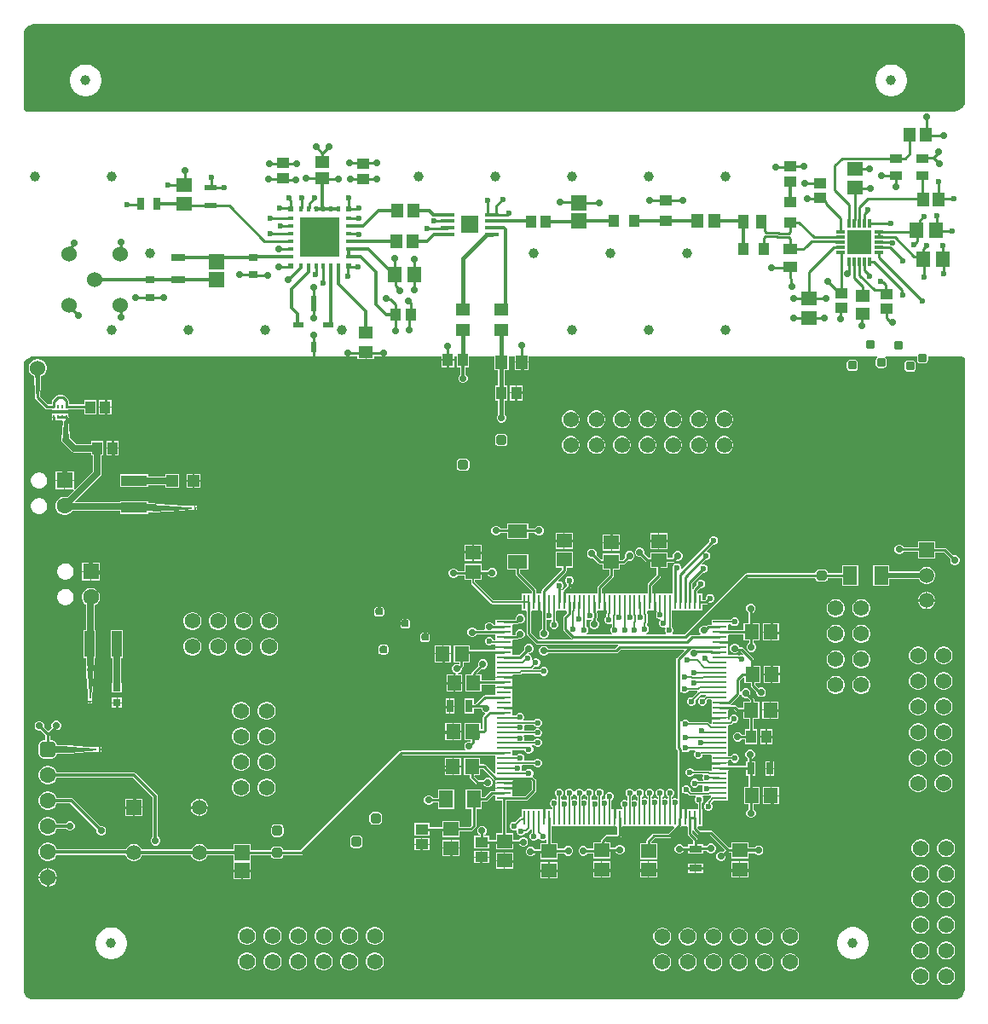
<source format=gbr>
G04*
G04 #@! TF.GenerationSoftware,Altium Limited,Altium Designer,25.1.2 (22)*
G04*
G04 Layer_Physical_Order=1*
G04 Layer_Color=255*
%FSLAX25Y25*%
%MOIN*%
G70*
G04*
G04 #@! TF.SameCoordinates,893A5706-FB09-4F9C-B22B-F6CD489B59D5*
G04*
G04*
G04 #@! TF.FilePolarity,Positive*
G04*
G01*
G75*
%ADD10C,0.02000*%
%ADD13C,0.00600*%
%ADD15C,0.00700*%
%ADD16C,0.01500*%
%ADD17C,0.00800*%
%ADD19C,0.01000*%
%ADD20R,0.05315X0.07284*%
%ADD21R,0.03150X0.03150*%
%ADD22R,0.05906X0.05512*%
%ADD23R,0.05118X0.02756*%
%ADD24R,0.05512X0.05906*%
%ADD25R,0.03937X0.05118*%
%ADD26R,0.03956X0.10261*%
%ADD27R,0.01000X0.00600*%
%ADD28R,0.05118X0.03937*%
%ADD29R,0.05800X0.00900*%
%ADD30R,0.00900X0.05800*%
%ADD31R,0.07284X0.05315*%
%ADD32R,0.04724X0.05787*%
%ADD34R,0.05512X0.01772*%
%ADD35R,0.06890X0.06890*%
%ADD36R,0.05700X0.04400*%
%ADD37R,0.05938X0.05534*%
%ADD38R,0.03150X0.04921*%
%ADD39R,0.05137X0.05733*%
%ADD40R,0.05100X0.03300*%
%ADD41R,0.05709X0.04528*%
%ADD42R,0.04921X0.03937*%
%ADD43R,0.06127X0.05924*%
%ADD44R,0.04724X0.05709*%
%ADD45R,0.02756X0.05118*%
%ADD46R,0.05357X0.04558*%
%ADD47R,0.04921X0.02362*%
%ADD48R,0.05709X0.04724*%
%ADD49R,0.01900X0.04400*%
%ADD50R,0.01900X0.05900*%
%ADD51R,0.03740X0.02559*%
%ADD52R,0.05669X0.01732*%
%ADD53R,0.04724X0.04724*%
%ADD54R,0.00600X0.01000*%
%ADD55R,0.01024X0.01378*%
%ADD56R,0.05527X0.06922*%
%ADD57R,0.05118X0.03937*%
%ADD58R,0.04400X0.01900*%
%ADD59R,0.10261X0.03956*%
%ADD60R,0.05700X0.02800*%
%ADD61R,0.04400X0.05700*%
%ADD62R,0.03937X0.05118*%
%ADD77R,0.15300X0.15300*%
%ADD83C,0.06200*%
%ADD98R,0.03750X0.01200*%
%ADD99R,0.01200X0.03750*%
%ADD100R,0.09500X0.09500*%
%ADD101R,0.02400X0.01800*%
%ADD102R,0.02400X0.02400*%
%ADD103R,0.01800X0.02400*%
%ADD104C,0.00900*%
%ADD105C,0.01200*%
%ADD106C,0.01300*%
%ADD107C,0.01100*%
%ADD108C,0.01900*%
%ADD109C,0.01700*%
%ADD110C,0.02100*%
%ADD111C,0.02300*%
%ADD112C,0.02500*%
%ADD113C,0.01350*%
%ADD114C,0.00909*%
%ADD115C,0.01303*%
%ADD116C,0.01400*%
%ADD117C,0.01800*%
%ADD118C,0.01600*%
%ADD119C,0.02600*%
%ADD120C,0.02200*%
%ADD121C,0.02400*%
%ADD122C,0.03937*%
G04:AMPARAMS|DCode=123|XSize=40mil|YSize=40mil|CornerRadius=10mil|HoleSize=0mil|Usage=FLASHONLY|Rotation=0.000|XOffset=0mil|YOffset=0mil|HoleType=Round|Shape=RoundedRectangle|*
%AMROUNDEDRECTD123*
21,1,0.04000,0.02000,0,0,0.0*
21,1,0.02000,0.04000,0,0,0.0*
1,1,0.02000,0.01000,-0.01000*
1,1,0.02000,-0.01000,-0.01000*
1,1,0.02000,-0.01000,0.01000*
1,1,0.02000,0.01000,0.01000*
%
%ADD123ROUNDEDRECTD123*%
%ADD124R,0.05906X0.05906*%
%ADD125C,0.05906*%
%ADD126R,0.05906X0.05906*%
%ADD127R,0.06299X0.06299*%
%ADD128C,0.06299*%
G04:AMPARAMS|DCode=129|XSize=35mil|YSize=35mil|CornerRadius=8.75mil|HoleSize=0mil|Usage=FLASHONLY|Rotation=0.000|XOffset=0mil|YOffset=0mil|HoleType=Round|Shape=RoundedRectangle|*
%AMROUNDEDRECTD129*
21,1,0.03500,0.01750,0,0,0.0*
21,1,0.01750,0.03500,0,0,0.0*
1,1,0.01750,0.00875,-0.00875*
1,1,0.01750,-0.00875,-0.00875*
1,1,0.01750,-0.00875,0.00875*
1,1,0.01750,0.00875,0.00875*
%
%ADD129ROUNDEDRECTD129*%
G04:AMPARAMS|DCode=130|XSize=30mil|YSize=30mil|CornerRadius=7.5mil|HoleSize=0mil|Usage=FLASHONLY|Rotation=0.000|XOffset=0mil|YOffset=0mil|HoleType=Round|Shape=RoundedRectangle|*
%AMROUNDEDRECTD130*
21,1,0.03000,0.01500,0,0,0.0*
21,1,0.01500,0.03000,0,0,0.0*
1,1,0.01500,0.00750,-0.00750*
1,1,0.01500,-0.00750,-0.00750*
1,1,0.01500,-0.00750,0.00750*
1,1,0.01500,0.00750,0.00750*
%
%ADD130ROUNDEDRECTD130*%
%ADD131C,0.03000*%
%ADD132C,0.06000*%
G04:AMPARAMS|DCode=133|XSize=62.99mil|YSize=62.99mil|CornerRadius=15.75mil|HoleSize=0mil|Usage=FLASHONLY|Rotation=270.000|XOffset=0mil|YOffset=0mil|HoleType=Round|Shape=RoundedRectangle|*
%AMROUNDEDRECTD133*
21,1,0.06299,0.03150,0,0,270.0*
21,1,0.03150,0.06299,0,0,270.0*
1,1,0.03150,-0.01575,-0.01575*
1,1,0.03150,-0.01575,0.01575*
1,1,0.03150,0.01575,0.01575*
1,1,0.03150,0.01575,-0.01575*
%
%ADD133ROUNDEDRECTD133*%
%ADD134C,0.02362*%
%ADD135C,0.02756*%
G36*
X369661Y438407D02*
X372715D01*
Y439600D01*
X399195D01*
Y438400D01*
X401563D01*
X403932D01*
Y439600D01*
X405100D01*
Y435241D01*
X406480D01*
Y432610D01*
X406436Y432592D01*
X405908Y432064D01*
X405622Y431374D01*
Y430626D01*
X405908Y429936D01*
X406436Y429408D01*
X407127Y429122D01*
X407873D01*
X408564Y429408D01*
X409092Y429936D01*
X409378Y430626D01*
Y431374D01*
X409092Y432064D01*
X408564Y432592D01*
X408520Y432610D01*
Y435241D01*
X409837D01*
Y439600D01*
X419769D01*
Y434083D01*
X421224D01*
Y428296D01*
X419994D01*
Y422378D01*
X421208D01*
Y416864D01*
X420908Y416564D01*
X420622Y415873D01*
Y415127D01*
X420908Y414436D01*
X421436Y413908D01*
X422126Y413622D01*
X422873D01*
X423564Y413908D01*
X424092Y414436D01*
X424378Y415127D01*
Y415873D01*
X424092Y416564D01*
X423655Y417001D01*
Y422378D01*
X424731D01*
Y428296D01*
X423671D01*
Y434083D01*
X425294D01*
Y439600D01*
X427643D01*
Y437537D01*
X430406D01*
X433168D01*
Y439600D01*
X569392D01*
X569514Y439200D01*
X569206Y438994D01*
X568924Y438573D01*
X568825Y438075D01*
Y436325D01*
X568924Y435827D01*
X569206Y435406D01*
X569628Y435124D01*
X570125Y435025D01*
X571875D01*
X572372Y435124D01*
X572794Y435406D01*
X573076Y435827D01*
X573175Y436325D01*
Y438075D01*
X573076Y438573D01*
X572794Y438994D01*
X572486Y439200D01*
X572608Y439600D01*
X584931D01*
Y438139D01*
X585030Y437642D01*
X585312Y437220D01*
X585734Y436938D01*
X586231Y436839D01*
X587981D01*
X588479Y436938D01*
X588901Y437220D01*
X589182Y437642D01*
X589281Y438139D01*
Y439600D01*
X602398D01*
X603133Y439295D01*
X603597Y438831D01*
X603597Y295800D01*
X603597Y192300D01*
Y191887D01*
X603436Y191076D01*
X603120Y190312D01*
X602660Y189625D01*
X602075Y189040D01*
X601388Y188581D01*
X600624Y188264D01*
X599813Y188103D01*
X599400Y188103D01*
X239731Y188103D01*
X239325D01*
X238527Y188261D01*
X237776Y188573D01*
X237100Y189024D01*
X236525Y189600D01*
X236073Y190276D01*
X235761Y191027D01*
X235603Y191825D01*
X235603Y192231D01*
Y209370D01*
X235603Y209371D01*
X235603Y436808D01*
X235669Y436968D01*
X236216Y437787D01*
X236913Y438484D01*
X237732Y439031D01*
X238642Y439408D01*
X239608Y439600D01*
X366206D01*
Y438407D01*
X369261D01*
Y441169D01*
X369661D01*
Y438407D01*
D02*
G37*
G36*
X599400Y569497D02*
X599813D01*
X600624Y569336D01*
X601388Y569020D01*
X602075Y568560D01*
X602660Y567976D01*
X603120Y567288D01*
X603436Y566524D01*
X603597Y565713D01*
X603597Y565300D01*
D01*
Y538184D01*
X603524Y538009D01*
X602977Y537190D01*
X602281Y536493D01*
X601462Y535946D01*
X600552Y535569D01*
X599586Y535377D01*
X236801D01*
X236020Y535700D01*
X235603Y536118D01*
Y565300D01*
Y565713D01*
X235764Y566524D01*
X236081Y567288D01*
X236540Y567976D01*
X237124Y568560D01*
X237812Y569020D01*
X238576Y569336D01*
X239387Y569497D01*
X239800Y569497D01*
X599400Y569497D01*
D02*
G37*
%LPC*%
G36*
X403932Y438000D02*
X401763D01*
Y435241D01*
X403932D01*
Y438000D01*
D02*
G37*
G36*
X401363D02*
X399195D01*
Y435241D01*
X401363D01*
Y438000D01*
D02*
G37*
G36*
X433168Y437137D02*
X430606D01*
Y434083D01*
X433168D01*
Y437137D01*
D02*
G37*
G36*
X430205D02*
X427643D01*
Y434083D01*
X430205D01*
Y437137D01*
D02*
G37*
G36*
X560575Y438275D02*
X558825D01*
X558327Y438176D01*
X557906Y437894D01*
X557624Y437472D01*
X557525Y436975D01*
Y435225D01*
X557624Y434727D01*
X557906Y434306D01*
X558327Y434024D01*
X558825Y433925D01*
X560575D01*
X561072Y434024D01*
X561494Y434306D01*
X561776Y434727D01*
X561875Y435225D01*
Y436975D01*
X561776Y437472D01*
X561494Y437894D01*
X561072Y438176D01*
X560575Y438275D01*
D02*
G37*
G36*
X583175Y437975D02*
X581425D01*
X580928Y437876D01*
X580506Y437594D01*
X580224Y437173D01*
X580125Y436675D01*
Y434925D01*
X580224Y434427D01*
X580506Y434006D01*
X580928Y433724D01*
X581425Y433625D01*
X583175D01*
X583673Y433724D01*
X584094Y434006D01*
X584376Y434427D01*
X584475Y434925D01*
Y436675D01*
X584376Y437173D01*
X584094Y437594D01*
X583673Y437876D01*
X583175Y437975D01*
D02*
G37*
G36*
X430637Y428296D02*
X428469D01*
Y425537D01*
X430637D01*
Y428296D01*
D02*
G37*
G36*
X428068D02*
X425900D01*
Y425537D01*
X428068D01*
Y428296D01*
D02*
G37*
G36*
X430637Y425137D02*
X428469D01*
Y422378D01*
X430637D01*
Y425137D01*
D02*
G37*
G36*
X428068D02*
X425900D01*
Y422378D01*
X428068D01*
Y425137D01*
D02*
G37*
G36*
X269921Y422659D02*
X267753D01*
Y419900D01*
X269921D01*
Y422659D01*
D02*
G37*
G36*
X267353D02*
X265184D01*
Y419900D01*
X267353D01*
Y422659D01*
D02*
G37*
G36*
X269921Y419500D02*
X267753D01*
Y416741D01*
X269921D01*
Y419500D01*
D02*
G37*
G36*
X267353D02*
X265184D01*
Y416741D01*
X267353D01*
Y419500D01*
D02*
G37*
G36*
X241561Y438500D02*
X240639D01*
X239749Y438262D01*
X238951Y437801D01*
X238299Y437149D01*
X237839Y436351D01*
X237600Y435461D01*
Y434539D01*
X237839Y433649D01*
X238299Y432851D01*
X238951Y432199D01*
X239673Y431783D01*
Y431400D01*
X239774Y430887D01*
Y430700D01*
X239826Y430444D01*
Y429500D01*
X239877Y429244D01*
Y428500D01*
X239928Y428244D01*
Y426700D01*
X240017Y426251D01*
X240104Y426120D01*
X240080Y426000D01*
Y425200D01*
X240131Y424944D01*
Y423600D01*
X240205Y423229D01*
X240415Y422915D01*
X244115Y419215D01*
X244429Y419005D01*
X244800Y418931D01*
X246639D01*
Y418811D01*
X246678D01*
Y418033D01*
X249913D01*
X253147D01*
Y418811D01*
X253187D01*
Y418931D01*
X259279D01*
Y416741D01*
X264016D01*
Y422659D01*
X259279D01*
Y420869D01*
X253243D01*
Y422164D01*
X253170Y422535D01*
X252960Y422849D01*
X251624Y424185D01*
X251309Y424395D01*
X250939Y424469D01*
X249100D01*
X248729Y424395D01*
X248415Y424185D01*
X246877Y422647D01*
X246667Y422333D01*
X246594Y421962D01*
Y420869D01*
X245201D01*
X242069Y424001D01*
Y424944D01*
X242120Y425200D01*
Y426000D01*
X242096Y426120D01*
X242183Y426251D01*
X242272Y426700D01*
Y428244D01*
X242323Y428500D01*
Y429244D01*
X242374Y429500D01*
Y430444D01*
X242425Y430700D01*
Y430887D01*
X242527Y431400D01*
Y431783D01*
X243249Y432199D01*
X243901Y432851D01*
X244361Y433649D01*
X244600Y434539D01*
Y435461D01*
X244361Y436351D01*
X243901Y437149D01*
X243249Y437801D01*
X242451Y438262D01*
X241561Y438500D01*
D02*
G37*
G36*
X247350Y415566D02*
X246639D01*
Y414677D01*
X247350D01*
Y415566D01*
D02*
G37*
G36*
X510061Y418400D02*
X509139D01*
X508249Y418161D01*
X507451Y417701D01*
X506799Y417049D01*
X506339Y416251D01*
X506100Y415361D01*
Y414439D01*
X506339Y413549D01*
X506799Y412751D01*
X507451Y412099D01*
X508249Y411638D01*
X509139Y411400D01*
X510061D01*
X510951Y411638D01*
X511749Y412099D01*
X512401Y412751D01*
X512861Y413549D01*
X513100Y414439D01*
Y415361D01*
X512861Y416251D01*
X512401Y417049D01*
X511749Y417701D01*
X510951Y418161D01*
X510061Y418400D01*
D02*
G37*
G36*
X500061D02*
X499139D01*
X498249Y418161D01*
X497451Y417701D01*
X496799Y417049D01*
X496339Y416251D01*
X496100Y415361D01*
Y414439D01*
X496339Y413549D01*
X496799Y412751D01*
X497451Y412099D01*
X498249Y411638D01*
X499139Y411400D01*
X500061D01*
X500951Y411638D01*
X501749Y412099D01*
X502401Y412751D01*
X502861Y413549D01*
X503100Y414439D01*
Y415361D01*
X502861Y416251D01*
X502401Y417049D01*
X501749Y417701D01*
X500951Y418161D01*
X500061Y418400D01*
D02*
G37*
G36*
X490061D02*
X489139D01*
X488249Y418161D01*
X487451Y417701D01*
X486799Y417049D01*
X486339Y416251D01*
X486100Y415361D01*
Y414439D01*
X486339Y413549D01*
X486799Y412751D01*
X487451Y412099D01*
X488249Y411638D01*
X489139Y411400D01*
X490061D01*
X490951Y411638D01*
X491749Y412099D01*
X492401Y412751D01*
X492862Y413549D01*
X493100Y414439D01*
Y415361D01*
X492862Y416251D01*
X492401Y417049D01*
X491749Y417701D01*
X490951Y418161D01*
X490061Y418400D01*
D02*
G37*
G36*
X480061D02*
X479139D01*
X478249Y418161D01*
X477451Y417701D01*
X476799Y417049D01*
X476338Y416251D01*
X476100Y415361D01*
Y414439D01*
X476338Y413549D01*
X476799Y412751D01*
X477451Y412099D01*
X478249Y411638D01*
X479139Y411400D01*
X480061D01*
X480951Y411638D01*
X481749Y412099D01*
X482401Y412751D01*
X482862Y413549D01*
X483100Y414439D01*
Y415361D01*
X482862Y416251D01*
X482401Y417049D01*
X481749Y417701D01*
X480951Y418161D01*
X480061Y418400D01*
D02*
G37*
G36*
X470061D02*
X469139D01*
X468249Y418161D01*
X467451Y417701D01*
X466799Y417049D01*
X466338Y416251D01*
X466100Y415361D01*
Y414439D01*
X466338Y413549D01*
X466799Y412751D01*
X467451Y412099D01*
X468249Y411638D01*
X469139Y411400D01*
X470061D01*
X470951Y411638D01*
X471749Y412099D01*
X472401Y412751D01*
X472861Y413549D01*
X473100Y414439D01*
Y415361D01*
X472861Y416251D01*
X472401Y417049D01*
X471749Y417701D01*
X470951Y418161D01*
X470061Y418400D01*
D02*
G37*
G36*
X460061D02*
X459139D01*
X458249Y418161D01*
X457451Y417701D01*
X456799Y417049D01*
X456339Y416251D01*
X456100Y415361D01*
Y414439D01*
X456339Y413549D01*
X456799Y412751D01*
X457451Y412099D01*
X458249Y411638D01*
X459139Y411400D01*
X460061D01*
X460951Y411638D01*
X461749Y412099D01*
X462401Y412751D01*
X462861Y413549D01*
X463100Y414439D01*
Y415361D01*
X462861Y416251D01*
X462401Y417049D01*
X461749Y417701D01*
X460951Y418161D01*
X460061Y418400D01*
D02*
G37*
G36*
X450061D02*
X449139D01*
X448249Y418161D01*
X447451Y417701D01*
X446799Y417049D01*
X446339Y416251D01*
X446100Y415361D01*
Y414439D01*
X446339Y413549D01*
X446799Y412751D01*
X447451Y412099D01*
X448249Y411638D01*
X449139Y411400D01*
X450061D01*
X450951Y411638D01*
X451749Y412099D01*
X452401Y412751D01*
X452861Y413549D01*
X453100Y414439D01*
Y415361D01*
X452861Y416251D01*
X452401Y417049D01*
X451749Y417701D01*
X450951Y418161D01*
X450061Y418400D01*
D02*
G37*
G36*
X423447Y409327D02*
X421447D01*
X420901Y409219D01*
X420438Y408909D01*
X420128Y408446D01*
X420020Y407900D01*
Y405900D01*
X420128Y405354D01*
X420438Y404891D01*
X420901Y404581D01*
X421447Y404473D01*
X423447D01*
X423993Y404581D01*
X424457Y404891D01*
X424766Y405354D01*
X424875Y405900D01*
Y407900D01*
X424766Y408446D01*
X424457Y408909D01*
X423993Y409219D01*
X423447Y409327D01*
D02*
G37*
G36*
X272674Y406667D02*
X270505D01*
Y403908D01*
X272674D01*
Y406667D01*
D02*
G37*
G36*
X270105D02*
X267937D01*
Y403908D01*
X270105D01*
Y406667D01*
D02*
G37*
G36*
X510061Y408400D02*
X509139D01*
X508249Y408161D01*
X507451Y407701D01*
X506799Y407049D01*
X506339Y406251D01*
X506100Y405361D01*
Y404439D01*
X506339Y403549D01*
X506799Y402751D01*
X507451Y402099D01*
X508249Y401639D01*
X509139Y401400D01*
X510061D01*
X510951Y401639D01*
X511749Y402099D01*
X512401Y402751D01*
X512861Y403549D01*
X513100Y404439D01*
Y405361D01*
X512861Y406251D01*
X512401Y407049D01*
X511749Y407701D01*
X510951Y408161D01*
X510061Y408400D01*
D02*
G37*
G36*
X500061D02*
X499139D01*
X498249Y408161D01*
X497451Y407701D01*
X496799Y407049D01*
X496339Y406251D01*
X496100Y405361D01*
Y404439D01*
X496339Y403549D01*
X496799Y402751D01*
X497451Y402099D01*
X498249Y401639D01*
X499139Y401400D01*
X500061D01*
X500951Y401639D01*
X501749Y402099D01*
X502401Y402751D01*
X502861Y403549D01*
X503100Y404439D01*
Y405361D01*
X502861Y406251D01*
X502401Y407049D01*
X501749Y407701D01*
X500951Y408161D01*
X500061Y408400D01*
D02*
G37*
G36*
X490061D02*
X489139D01*
X488249Y408161D01*
X487451Y407701D01*
X486799Y407049D01*
X486339Y406251D01*
X486100Y405361D01*
Y404439D01*
X486339Y403549D01*
X486799Y402751D01*
X487451Y402099D01*
X488249Y401639D01*
X489139Y401400D01*
X490061D01*
X490951Y401639D01*
X491749Y402099D01*
X492401Y402751D01*
X492862Y403549D01*
X493100Y404439D01*
Y405361D01*
X492862Y406251D01*
X492401Y407049D01*
X491749Y407701D01*
X490951Y408161D01*
X490061Y408400D01*
D02*
G37*
G36*
X480061D02*
X479139D01*
X478249Y408161D01*
X477451Y407701D01*
X476799Y407049D01*
X476338Y406251D01*
X476100Y405361D01*
Y404439D01*
X476338Y403549D01*
X476799Y402751D01*
X477451Y402099D01*
X478249Y401639D01*
X479139Y401400D01*
X480061D01*
X480951Y401639D01*
X481749Y402099D01*
X482401Y402751D01*
X482862Y403549D01*
X483100Y404439D01*
Y405361D01*
X482862Y406251D01*
X482401Y407049D01*
X481749Y407701D01*
X480951Y408161D01*
X480061Y408400D01*
D02*
G37*
G36*
X470061D02*
X469139D01*
X468249Y408161D01*
X467451Y407701D01*
X466799Y407049D01*
X466338Y406251D01*
X466100Y405361D01*
Y404439D01*
X466338Y403549D01*
X466799Y402751D01*
X467451Y402099D01*
X468249Y401639D01*
X469139Y401400D01*
X470061D01*
X470951Y401639D01*
X471749Y402099D01*
X472401Y402751D01*
X472861Y403549D01*
X473100Y404439D01*
Y405361D01*
X472861Y406251D01*
X472401Y407049D01*
X471749Y407701D01*
X470951Y408161D01*
X470061Y408400D01*
D02*
G37*
G36*
X460061D02*
X459139D01*
X458249Y408161D01*
X457451Y407701D01*
X456799Y407049D01*
X456339Y406251D01*
X456100Y405361D01*
Y404439D01*
X456339Y403549D01*
X456799Y402751D01*
X457451Y402099D01*
X458249Y401639D01*
X459139Y401400D01*
X460061D01*
X460951Y401639D01*
X461749Y402099D01*
X462401Y402751D01*
X462861Y403549D01*
X463100Y404439D01*
Y405361D01*
X462861Y406251D01*
X462401Y407049D01*
X461749Y407701D01*
X460951Y408161D01*
X460061Y408400D01*
D02*
G37*
G36*
X450061D02*
X449139D01*
X448249Y408161D01*
X447451Y407701D01*
X446799Y407049D01*
X446339Y406251D01*
X446100Y405361D01*
Y404439D01*
X446339Y403549D01*
X446799Y402751D01*
X447451Y402099D01*
X448249Y401639D01*
X449139Y401400D01*
X450061D01*
X450951Y401639D01*
X451749Y402099D01*
X452401Y402751D01*
X452861Y403549D01*
X453100Y404439D01*
Y405361D01*
X452861Y406251D01*
X452401Y407049D01*
X451749Y407701D01*
X450951Y408161D01*
X450061Y408400D01*
D02*
G37*
G36*
X272674Y403508D02*
X270505D01*
Y400749D01*
X272674D01*
Y403508D01*
D02*
G37*
G36*
X270105D02*
X267937D01*
Y400749D01*
X270105D01*
Y403508D01*
D02*
G37*
G36*
X408500Y399627D02*
X406500D01*
X405954Y399519D01*
X405491Y399209D01*
X405181Y398746D01*
X405073Y398200D01*
Y396200D01*
X405181Y395654D01*
X405491Y395191D01*
X405954Y394881D01*
X406500Y394773D01*
X408500D01*
X409046Y394881D01*
X409509Y395191D01*
X409819Y395654D01*
X409927Y396200D01*
Y398200D01*
X409819Y398746D01*
X409509Y399209D01*
X409046Y399519D01*
X408500Y399627D01*
D02*
G37*
G36*
X296528Y393662D02*
X291004D01*
Y392650D01*
X284330D01*
Y393413D01*
X273270D01*
Y388657D01*
X284330D01*
Y389285D01*
X291004D01*
Y388138D01*
X296528D01*
Y393662D01*
D02*
G37*
G36*
X255250Y394650D02*
X251900D01*
Y391300D01*
X255250D01*
Y394650D01*
D02*
G37*
G36*
X251500D02*
X248150D01*
Y391300D01*
X251500D01*
Y394650D01*
D02*
G37*
G36*
X304796Y393662D02*
X302234D01*
Y391100D01*
X304796D01*
Y393662D01*
D02*
G37*
G36*
X301834D02*
X299272D01*
Y391100D01*
X301834D01*
Y393662D01*
D02*
G37*
G36*
X304796Y390700D02*
X302234D01*
Y388138D01*
X304796D01*
Y390700D01*
D02*
G37*
G36*
X301834D02*
X299272D01*
Y388138D01*
X301834D01*
Y390700D01*
D02*
G37*
G36*
X242117Y394265D02*
X241283D01*
X240478Y394050D01*
X239756Y393633D01*
X239167Y393044D01*
X238750Y392322D01*
X238535Y391517D01*
Y390683D01*
X238750Y389878D01*
X239167Y389156D01*
X239756Y388567D01*
X240478Y388150D01*
X241283Y387935D01*
X242117D01*
X242922Y388150D01*
X243644Y388567D01*
X244233Y389156D01*
X244650Y389878D01*
X244865Y390683D01*
Y391517D01*
X244650Y392322D01*
X244233Y393044D01*
X243644Y393633D01*
X242922Y394050D01*
X242117Y394265D01*
D02*
G37*
G36*
X251500Y390900D02*
X248150D01*
Y387550D01*
X251500D01*
Y390900D01*
D02*
G37*
G36*
X253147Y417633D02*
X249913D01*
X246678D01*
Y416855D01*
X246639D01*
Y415966D01*
X247550D01*
Y415766D01*
X247750D01*
Y414677D01*
X250875D01*
X251099Y414328D01*
X251104Y414277D01*
X251029Y413900D01*
Y413668D01*
X251017Y413649D01*
X250927Y413200D01*
Y412895D01*
X250922Y412888D01*
X250826Y412400D01*
Y412013D01*
X250724Y411500D01*
Y410613D01*
X250622Y410100D01*
Y409313D01*
X250520Y408800D01*
Y407513D01*
X250418Y407000D01*
X250546Y406356D01*
X250910Y405810D01*
X254203Y402518D01*
X254203Y402518D01*
X254748Y402154D01*
X255392Y402026D01*
X262031D01*
Y400749D01*
X262718D01*
Y394497D01*
X255564Y387343D01*
X255250Y387595D01*
X255250Y387932D01*
Y390900D01*
X251900D01*
Y387550D01*
X254852D01*
X255205Y387550D01*
X255457Y387236D01*
X252722Y384501D01*
X252167Y384650D01*
X251233D01*
X250330Y384408D01*
X249520Y383940D01*
X248860Y383279D01*
X248392Y382470D01*
X248150Y381567D01*
Y380633D01*
X248392Y379730D01*
X248860Y378921D01*
X249520Y378260D01*
X250330Y377792D01*
X251233Y377550D01*
X252167D01*
X253070Y377792D01*
X253879Y378260D01*
X254540Y378921D01*
X254625Y379068D01*
X273270D01*
Y378022D01*
X284330D01*
Y378718D01*
X286397D01*
X286900Y378618D01*
X287413Y378720D01*
X288800D01*
X289313Y378822D01*
X290600D01*
X291113Y378924D01*
X292400D01*
X292913Y379026D01*
X294000D01*
X294488Y379122D01*
X294495Y379128D01*
X295600D01*
X296049Y379217D01*
X296068Y379229D01*
X297000D01*
X297410Y379311D01*
X297440Y379331D01*
X298500D01*
X298871Y379405D01*
X298913Y379433D01*
X299650D01*
X299982Y379499D01*
X300000Y379512D01*
X300400Y379416D01*
Y379400D01*
X301900Y379400D01*
X302200Y379400D01*
X302500D01*
Y380300D01*
Y381200D01*
X301900D01*
X301600Y381200D01*
X300400D01*
Y381184D01*
X300000Y381088D01*
X299982Y381101D01*
X299650Y381167D01*
X298913D01*
X298871Y381195D01*
X298500Y381269D01*
X297440D01*
X297410Y381289D01*
X297000Y381371D01*
X296068D01*
X296049Y381383D01*
X295600Y381472D01*
X294495D01*
X294488Y381477D01*
X294000Y381575D01*
X292913D01*
X292400Y381677D01*
X291113D01*
X290600Y381778D01*
X289313D01*
X288800Y381880D01*
X287554D01*
X287444Y381954D01*
X286800Y382082D01*
X284330D01*
Y382778D01*
X273270D01*
Y382432D01*
X255934D01*
X255781Y382802D01*
X265589Y392610D01*
X265954Y393156D01*
X266082Y393800D01*
Y400749D01*
X266768D01*
Y406667D01*
X262031D01*
Y405390D01*
X256089D01*
X253680Y407799D01*
Y408800D01*
X253578Y409313D01*
Y410100D01*
X253477Y410613D01*
Y411500D01*
X253375Y412013D01*
Y412400D01*
X253277Y412888D01*
X253273Y412895D01*
Y413200D01*
X253183Y413649D01*
X253171Y413668D01*
Y413862D01*
X253205Y414037D01*
Y415574D01*
X253243Y415766D01*
X253187Y416052D01*
Y416855D01*
X253147D01*
Y417633D01*
D02*
G37*
G36*
X302900Y381200D02*
Y380500D01*
X303400D01*
Y381200D01*
X302900D01*
D02*
G37*
G36*
X303400Y380100D02*
X302900D01*
Y379400D01*
X303400D01*
Y380100D01*
D02*
G37*
G36*
X242117Y384265D02*
X241283D01*
X240478Y384050D01*
X239756Y383633D01*
X239167Y383044D01*
X238750Y382322D01*
X238535Y381517D01*
Y380683D01*
X238750Y379878D01*
X239167Y379156D01*
X239756Y378567D01*
X240478Y378150D01*
X241283Y377935D01*
X242117D01*
X242922Y378150D01*
X243644Y378567D01*
X244233Y379156D01*
X244650Y379878D01*
X244865Y380683D01*
Y381517D01*
X244650Y382322D01*
X244233Y383044D01*
X243644Y383633D01*
X242922Y384050D01*
X242117Y384265D01*
D02*
G37*
G36*
X432942Y374361D02*
X424858D01*
Y372267D01*
X422074D01*
X421992Y372464D01*
X421464Y372992D01*
X420774Y373278D01*
X420026D01*
X419336Y372992D01*
X418808Y372464D01*
X418522Y371774D01*
Y371026D01*
X418808Y370336D01*
X419336Y369808D01*
X420026Y369522D01*
X420774D01*
X421464Y369808D01*
X421992Y370336D01*
X422074Y370533D01*
X424858D01*
Y368247D01*
X432942D01*
Y370533D01*
X435526D01*
X435608Y370336D01*
X436136Y369808D01*
X436827Y369522D01*
X437573D01*
X438264Y369808D01*
X438792Y370336D01*
X439078Y371026D01*
Y371774D01*
X438792Y372464D01*
X438264Y372992D01*
X437573Y373278D01*
X436827D01*
X436136Y372992D01*
X435608Y372464D01*
X435526Y372267D01*
X432942D01*
Y374361D01*
D02*
G37*
G36*
X450369Y370682D02*
X447200D01*
Y367715D01*
X450369D01*
Y370682D01*
D02*
G37*
G36*
X446800D02*
X443631D01*
Y367715D01*
X446800D01*
Y370682D01*
D02*
G37*
G36*
X487353Y370536D02*
X484200D01*
Y367580D01*
X487353D01*
Y370536D01*
D02*
G37*
G36*
X483800D02*
X480647D01*
Y367580D01*
X483800D01*
Y370536D01*
D02*
G37*
G36*
X468853Y369896D02*
X465700D01*
Y366940D01*
X468853D01*
Y369896D01*
D02*
G37*
G36*
X465300D02*
X462147D01*
Y366940D01*
X465300D01*
Y369896D01*
D02*
G37*
G36*
X505834Y369181D02*
X505166D01*
X504548Y368925D01*
X504075Y368452D01*
X503819Y367834D01*
Y367166D01*
X503854Y367080D01*
X492884Y356109D01*
X492545Y356336D01*
X492681Y356666D01*
Y357334D01*
X492425Y357952D01*
X491952Y358425D01*
X491334Y358681D01*
X490666D01*
X490048Y358425D01*
X489575Y357952D01*
X489319Y357334D01*
Y356666D01*
X489480Y356276D01*
X489440Y356070D01*
Y347096D01*
X489188Y346800D01*
X489040Y346800D01*
X487619D01*
X487488Y346800D01*
Y346800D01*
X487219D01*
Y346800D01*
X485519D01*
Y346800D01*
X485251D01*
Y346800D01*
X483682D01*
X483282Y346800D01*
X483151Y346800D01*
X482632D01*
Y343500D01*
Y340200D01*
X483090D01*
X483256Y339800D01*
X482976Y339520D01*
X482720Y338902D01*
Y338233D01*
X482976Y337615D01*
X483449Y337143D01*
X484066Y336887D01*
X484564D01*
X484730Y336487D01*
X484394Y336151D01*
X484138Y335533D01*
Y334864D01*
X484394Y334247D01*
X484867Y333774D01*
X485485Y333518D01*
X486154D01*
X486383Y333613D01*
X486528Y333483D01*
X486649Y333290D01*
X486419Y332734D01*
Y332066D01*
X486675Y331448D01*
X486856Y331267D01*
X486690Y330867D01*
X479031D01*
X478952Y331267D01*
X479448Y331472D01*
X479920Y331945D01*
X480176Y332563D01*
Y333232D01*
X479920Y333850D01*
X479448Y334322D01*
X479311Y334379D01*
Y334985D01*
X479472Y335146D01*
X479472Y335146D01*
X479649Y335411D01*
X479711Y335723D01*
Y338496D01*
X479649Y338808D01*
X479472Y339073D01*
X479472Y339073D01*
X479311Y339234D01*
Y339965D01*
X479614Y340200D01*
X479745Y340200D01*
X481582Y340200D01*
X481714Y340200D01*
X482232D01*
Y343500D01*
Y346800D01*
X481730D01*
X481582Y346800D01*
X481330Y347096D01*
Y349905D01*
X484613Y353187D01*
X484801Y353468D01*
X484867Y353800D01*
Y356744D01*
X487353D01*
Y359033D01*
X489700D01*
X490032Y359099D01*
X490313Y359287D01*
X490829Y359804D01*
X491026Y359722D01*
X491774D01*
X492464Y360008D01*
X492992Y360536D01*
X493278Y361227D01*
Y361974D01*
X492992Y362664D01*
X492464Y363192D01*
X491774Y363478D01*
X491026D01*
X490336Y363192D01*
X489808Y362664D01*
X489522Y361974D01*
Y361227D01*
X489604Y361029D01*
X489341Y360767D01*
X487353D01*
Y363056D01*
X480647D01*
Y360867D01*
X479886D01*
X478323Y362429D01*
X478405Y362627D01*
Y363373D01*
X478119Y364064D01*
X477591Y364592D01*
X476900Y364878D01*
X476153D01*
X475463Y364592D01*
X474935Y364064D01*
X474649Y363373D01*
Y362627D01*
X474935Y361936D01*
X475463Y361408D01*
X476153Y361122D01*
X476900D01*
X477098Y361204D01*
X478914Y359387D01*
X479195Y359199D01*
X479527Y359133D01*
X480647D01*
Y356744D01*
X483133D01*
Y354159D01*
X479851Y350877D01*
X479663Y350595D01*
X479597Y350264D01*
Y347096D01*
X479345Y346800D01*
X479197Y346800D01*
X477645D01*
X477645Y346800D01*
X477377D01*
Y346800D01*
X477245Y346800D01*
X475677D01*
Y346800D01*
X475408D01*
Y346800D01*
X473708D01*
Y346800D01*
X473440D01*
Y346800D01*
X471740D01*
Y346800D01*
X471471D01*
Y346800D01*
X469903D01*
X469771Y346800D01*
Y346800D01*
X469503D01*
Y346800D01*
X467934D01*
X467803Y346800D01*
Y346800D01*
X467534D01*
Y346800D01*
X465834D01*
Y346800D01*
X465566D01*
Y346800D01*
X463997D01*
X463597Y346800D01*
X463466Y346800D01*
X462947D01*
Y343500D01*
Y340200D01*
X463466D01*
X463597Y340200D01*
X463768Y340068D01*
X463790Y339612D01*
X463751Y339574D01*
X463574Y339309D01*
X463512Y338997D01*
X463512Y338997D01*
Y338086D01*
X463376Y338029D01*
X462903Y337556D01*
X462647Y336938D01*
Y336269D01*
X462903Y335651D01*
X463376Y335179D01*
X463994Y334923D01*
X464662D01*
X465193Y335143D01*
X465593Y334969D01*
Y333909D01*
X465259Y333574D01*
X465003Y332956D01*
Y332288D01*
X465259Y331670D01*
X465662Y331267D01*
X465581Y330938D01*
X465540Y330867D01*
X456018D01*
X455976Y330938D01*
X455895Y331267D01*
X456298Y331670D01*
X456554Y332288D01*
Y332956D01*
X456298Y333574D01*
X455826Y334047D01*
X455647Y334121D01*
Y336708D01*
X456047Y336882D01*
X456578Y336662D01*
X457247D01*
X457424Y336736D01*
X457651Y336397D01*
X457218Y335964D01*
X456932Y335274D01*
Y334526D01*
X457218Y333836D01*
X457747Y333308D01*
X458437Y333022D01*
X459184D01*
X459874Y333308D01*
X460402Y333836D01*
X460688Y334526D01*
Y335274D01*
X460402Y335964D01*
X459874Y336492D01*
X459806Y336520D01*
X459720Y336943D01*
X459844Y337129D01*
X459910Y337460D01*
Y339226D01*
X459844Y339558D01*
X459677Y339808D01*
Y339904D01*
X459929Y340200D01*
X460077Y340200D01*
X461897Y340200D01*
X462029Y340200D01*
X462547D01*
Y343500D01*
Y346800D01*
X462045D01*
X461897Y346800D01*
X461645Y347096D01*
Y348732D01*
X466113Y353200D01*
X466301Y353481D01*
X466367Y353813D01*
Y356104D01*
X468853D01*
Y358233D01*
X470090D01*
X470421Y358299D01*
X470703Y358487D01*
X472019Y359804D01*
X472216Y359722D01*
X472963D01*
X473654Y360008D01*
X474182Y360536D01*
X474468Y361227D01*
Y361974D01*
X474182Y362664D01*
X473654Y363192D01*
X472963Y363478D01*
X472216D01*
X471526Y363192D01*
X470998Y362664D01*
X470712Y361974D01*
Y361227D01*
X470793Y361029D01*
X469731Y359967D01*
X468853D01*
Y362416D01*
X462147D01*
Y360126D01*
X461399D01*
X459596Y361929D01*
X459678Y362126D01*
Y362874D01*
X459392Y363564D01*
X458864Y364092D01*
X458174Y364378D01*
X457427D01*
X456736Y364092D01*
X456208Y363564D01*
X455922Y362874D01*
Y362126D01*
X456208Y361436D01*
X456736Y360908D01*
X457427Y360622D01*
X458174D01*
X458371Y360704D01*
X460427Y358647D01*
X460709Y358459D01*
X461040Y358393D01*
X462147D01*
Y356104D01*
X464633D01*
Y354172D01*
X460166Y349704D01*
X459978Y349423D01*
X459912Y349091D01*
Y347096D01*
X459660Y346800D01*
X459512Y346800D01*
X458092D01*
X457960Y346800D01*
Y346800D01*
X457692D01*
Y346800D01*
X455992D01*
Y346800D01*
X455723D01*
Y346800D01*
X454155D01*
X454023Y346800D01*
Y346800D01*
X453755D01*
Y346800D01*
X452186D01*
X452055Y346800D01*
Y346800D01*
X451786D01*
Y346800D01*
X450086D01*
Y346800D01*
X449818D01*
Y346800D01*
X448266D01*
X448118Y346800D01*
X447866Y347096D01*
Y347140D01*
X449613Y348887D01*
X449801Y349168D01*
X449867Y349500D01*
Y350539D01*
X449952Y350575D01*
X450425Y351048D01*
X450681Y351666D01*
Y352334D01*
X450425Y352952D01*
X449952Y353425D01*
X449334Y353681D01*
X448666D01*
X448048Y353425D01*
X447575Y352952D01*
X447319Y352334D01*
Y351666D01*
X447575Y351048D01*
X448048Y350575D01*
X448133Y350539D01*
Y349859D01*
X446386Y348112D01*
X446297Y347979D01*
X445897Y348100D01*
Y348552D01*
X445952Y348575D01*
X446425Y349048D01*
X446681Y349666D01*
Y350334D01*
X446425Y350952D01*
X445952Y351425D01*
X445334Y351681D01*
X444705D01*
X444622Y351782D01*
X444506Y352048D01*
X447649Y355191D01*
X447848Y355489D01*
X447918Y355840D01*
Y357055D01*
X450369D01*
Y363389D01*
X443631D01*
Y357055D01*
X446082D01*
Y356220D01*
X438476Y348614D01*
X438277Y348316D01*
X438208Y347965D01*
Y347117D01*
X438007Y346800D01*
X437808Y346800D01*
X437357D01*
Y343500D01*
Y340200D01*
X437858D01*
X438007Y340200D01*
X438259Y339904D01*
Y338744D01*
X438261Y338730D01*
Y336427D01*
X438259Y336413D01*
Y332934D01*
X438064Y332854D01*
X437536Y332326D01*
X437250Y331635D01*
Y330888D01*
X437536Y330198D01*
X438064Y329670D01*
X438754Y329384D01*
X439501D01*
X440192Y329670D01*
X440720Y330198D01*
X441006Y330888D01*
Y331635D01*
X440720Y332326D01*
X440192Y332854D01*
X439992Y332937D01*
Y336402D01*
X439995Y336416D01*
Y336542D01*
X440395Y336764D01*
X440844Y336578D01*
X441512D01*
X441723Y336665D01*
X442088Y336435D01*
X442094Y336353D01*
X442075Y336106D01*
X441637Y335669D01*
X441381Y335051D01*
Y334382D01*
X441637Y333764D01*
X442110Y333291D01*
X442728Y333035D01*
X443397D01*
X444015Y333291D01*
X444487Y333764D01*
X444743Y334382D01*
Y335051D01*
X444487Y335669D01*
X444015Y336142D01*
X443878Y336198D01*
Y339965D01*
X444181Y340200D01*
X444312Y340200D01*
X446149Y340200D01*
X446281Y340200D01*
X447701D01*
X447849Y340200D01*
X448101Y339904D01*
Y339275D01*
X446919Y338093D01*
X446731Y337812D01*
X446665Y337480D01*
Y332756D01*
X446731Y332424D01*
X446919Y332143D01*
X449675Y329387D01*
X449956Y329199D01*
X450247Y329141D01*
X450207Y328741D01*
X436809D01*
X434086Y331464D01*
Y339904D01*
X434338Y340200D01*
X434486Y340200D01*
X436307Y340200D01*
X436438Y340200D01*
X436957D01*
Y343500D01*
Y346800D01*
X436307Y346800D01*
X436106Y347117D01*
Y348350D01*
X436036Y348701D01*
X435837Y348999D01*
X429818Y355018D01*
Y356239D01*
X432942D01*
Y362353D01*
X424858D01*
Y356239D01*
X427982D01*
Y354638D01*
X428052Y354287D01*
X428251Y353990D01*
X434271Y347970D01*
Y347117D01*
X434070Y346800D01*
X433871Y346800D01*
X432370D01*
Y346800D01*
X432101D01*
Y346800D01*
X430401D01*
Y344316D01*
X419338D01*
X412216Y351438D01*
Y352204D01*
X414753D01*
Y354133D01*
X417226D01*
X417308Y353936D01*
X417836Y353408D01*
X418527Y353122D01*
X419274D01*
X419964Y353408D01*
X420492Y353936D01*
X420778Y354626D01*
Y355374D01*
X420492Y356064D01*
X419964Y356592D01*
X419274Y356878D01*
X418527D01*
X417836Y356592D01*
X417308Y356064D01*
X417226Y355867D01*
X414753D01*
Y358516D01*
X408047D01*
Y355667D01*
X405374D01*
X405292Y355864D01*
X404764Y356392D01*
X404073Y356678D01*
X403327D01*
X402636Y356392D01*
X402108Y355864D01*
X401822Y355173D01*
Y354427D01*
X402108Y353736D01*
X402636Y353208D01*
X403327Y352922D01*
X404073D01*
X404764Y353208D01*
X405292Y353736D01*
X405374Y353933D01*
X408047D01*
Y352204D01*
X410584D01*
Y351100D01*
X410584Y351100D01*
X410646Y350788D01*
X410823Y350523D01*
X418423Y342923D01*
X418423Y342923D01*
X418688Y342746D01*
X419000Y342684D01*
X430401D01*
Y340200D01*
X432101D01*
X432353Y339904D01*
Y331105D01*
X432419Y330773D01*
X432607Y330492D01*
X435837Y327262D01*
X436118Y327074D01*
X436450Y327008D01*
X468163D01*
X468284Y326608D01*
X468151Y326519D01*
X466986Y325354D01*
X440774D01*
X440692Y325552D01*
X440164Y326080D01*
X439473Y326366D01*
X438727D01*
X438036Y326080D01*
X437508Y325552D01*
X437222Y324861D01*
Y324114D01*
X437508Y323424D01*
X438036Y322896D01*
X438727Y322610D01*
X439473D01*
X440164Y322896D01*
X440692Y323424D01*
X440774Y323621D01*
X467345D01*
X467677Y323687D01*
X467958Y323875D01*
X469123Y325040D01*
X493891D01*
X494044Y324670D01*
X491056Y321682D01*
X490868Y321401D01*
X490802Y321069D01*
Y286419D01*
X490868Y286088D01*
X491056Y285806D01*
X491408Y285454D01*
Y266881D01*
X491008Y266614D01*
X490636Y266768D01*
X489968D01*
X489502Y266575D01*
X489103Y266787D01*
Y267317D01*
X489290Y267394D01*
X489763Y267867D01*
X490019Y268485D01*
Y269154D01*
X489763Y269772D01*
X489290Y270245D01*
X488672Y270501D01*
X488003D01*
X487386Y270245D01*
X486913Y269772D01*
X486657Y269154D01*
Y268485D01*
X486913Y267867D01*
X487386Y267394D01*
X487573Y267317D01*
Y266796D01*
X487173Y266581D01*
X486712Y266772D01*
X486044D01*
X485637Y266604D01*
X485237Y266850D01*
Y267287D01*
X485496Y267394D01*
X485969Y267867D01*
X486225Y268485D01*
Y269154D01*
X485969Y269772D01*
X485496Y270245D01*
X484878Y270501D01*
X484209D01*
X483592Y270245D01*
X483119Y269772D01*
X482863Y269154D01*
Y268485D01*
X483119Y267867D01*
X483592Y267394D01*
X483708Y267346D01*
Y266888D01*
X483308Y266707D01*
X482791Y266921D01*
X482122D01*
X481629Y266716D01*
X481228Y266912D01*
Y267317D01*
X481416Y267394D01*
X481889Y267867D01*
X482145Y268485D01*
Y269154D01*
X481889Y269772D01*
X481416Y270245D01*
X480798Y270501D01*
X480129D01*
X479511Y270245D01*
X479039Y269772D01*
X478783Y269154D01*
Y268485D01*
X479039Y267867D01*
X479511Y267394D01*
X479699Y267317D01*
Y266815D01*
X479299Y266648D01*
X478758Y266872D01*
X478089D01*
X477692Y266707D01*
X477309Y266947D01*
X477319Y267328D01*
X477479Y267394D01*
X477952Y267867D01*
X478208Y268485D01*
Y269154D01*
X477952Y269772D01*
X477479Y270245D01*
X476861Y270501D01*
X476192D01*
X475574Y270245D01*
X475102Y269772D01*
X474846Y269154D01*
Y268485D01*
X475102Y267867D01*
X475574Y267394D01*
X475762Y267317D01*
Y266028D01*
X475392Y265875D01*
X475376Y265891D01*
X474758Y266147D01*
X474090D01*
X473755Y266008D01*
X473354Y266275D01*
Y267407D01*
X473542Y267484D01*
X474015Y267957D01*
X474271Y268575D01*
Y269244D01*
X474015Y269862D01*
X473542Y270335D01*
X472924Y270590D01*
X472255D01*
X471637Y270335D01*
X471165Y269862D01*
X470909Y269244D01*
Y268575D01*
X471165Y267957D01*
X471637Y267484D01*
X471825Y267407D01*
Y266207D01*
X471425Y265971D01*
X471000Y266147D01*
X470331D01*
X469713Y265891D01*
X469241Y265418D01*
X468985Y264800D01*
Y264131D01*
X469241Y263513D01*
X469713Y263041D01*
X469879Y262972D01*
Y262458D01*
X469503Y262400D01*
X469371Y262400D01*
X467534Y262400D01*
X467403Y262400D01*
X466884D01*
Y259100D01*
Y255800D01*
X467386D01*
X467534Y255800D01*
X467786Y255504D01*
Y252586D01*
X467767Y252567D01*
X463800D01*
X463468Y252501D01*
X463187Y252313D01*
X461538Y250663D01*
X461350Y250382D01*
X461284Y250050D01*
Y249628D01*
X458247D01*
Y247067D01*
X456174D01*
X456092Y247264D01*
X455564Y247792D01*
X454874Y248078D01*
X454127D01*
X453436Y247792D01*
X452908Y247264D01*
X452622Y246573D01*
Y245827D01*
X452908Y245136D01*
X453436Y244608D01*
X454127Y244322D01*
X454874D01*
X455564Y244608D01*
X456092Y245136D01*
X456174Y245333D01*
X458247D01*
Y243316D01*
X464953D01*
Y245833D01*
X467126D01*
X467208Y245636D01*
X467736Y245108D01*
X468427Y244822D01*
X469173D01*
X469864Y245108D01*
X470392Y245636D01*
X470678Y246326D01*
Y247074D01*
X470392Y247764D01*
X469864Y248292D01*
X469173Y248578D01*
X468427D01*
X467736Y248292D01*
X467208Y247764D01*
X467126Y247567D01*
X464953D01*
Y249628D01*
X463519D01*
X463353Y250028D01*
X464159Y250833D01*
X468126D01*
X468457Y250899D01*
X468738Y251087D01*
X469266Y251614D01*
X469453Y251896D01*
X469519Y252227D01*
Y255504D01*
X469771Y255800D01*
X469919Y255800D01*
X471471D01*
Y255800D01*
X471740D01*
Y255800D01*
X473440D01*
Y255800D01*
X473708D01*
Y255800D01*
X475408D01*
Y255800D01*
X475677D01*
Y255800D01*
X477377D01*
Y255800D01*
X477645D01*
Y255800D01*
X479345D01*
Y255800D01*
X479614D01*
Y255800D01*
X481314D01*
Y255800D01*
X481582D01*
Y255800D01*
X483282D01*
Y255800D01*
X483551D01*
Y255800D01*
X485251D01*
Y255800D01*
X485519D01*
Y255800D01*
X487219D01*
Y255800D01*
X487488D01*
Y255800D01*
X489188D01*
Y255800D01*
X489456D01*
X489772Y255752D01*
X489913Y255382D01*
X487596Y253065D01*
X482147D01*
X481796Y252995D01*
X481498Y252796D01*
X479351Y250649D01*
X479152Y250351D01*
X479082Y250000D01*
Y249367D01*
X476631D01*
Y243033D01*
X483369D01*
Y249367D01*
X481231D01*
X481065Y249767D01*
X482527Y251230D01*
X487976D01*
X488327Y251299D01*
X488625Y251498D01*
X492874Y255747D01*
X492909Y255800D01*
X493393Y255800D01*
X493525Y255800D01*
X494043D01*
Y259100D01*
Y262400D01*
X493541D01*
X493393Y262400D01*
X493141Y262696D01*
Y268947D01*
X493541Y269113D01*
X493841Y268813D01*
X494459Y268557D01*
X495128D01*
X495264Y268614D01*
X495878Y268000D01*
X495878Y268000D01*
X496143Y267823D01*
X496455Y267761D01*
X496455Y267761D01*
X498327D01*
X498492Y267361D01*
X498385Y267253D01*
X498129Y266636D01*
Y265967D01*
X498385Y265349D01*
X498858Y264876D01*
X499284Y264699D01*
Y262695D01*
X499030Y262400D01*
X498884Y262400D01*
X497330D01*
Y262400D01*
X497062D01*
Y262400D01*
X495493D01*
X495093Y262400D01*
X494962Y262400D01*
X494443D01*
Y259100D01*
Y255800D01*
X494945D01*
X495093Y255800D01*
X495345Y255504D01*
Y252788D01*
X495411Y252456D01*
X495599Y252175D01*
X497433Y250341D01*
Y248758D01*
X495341D01*
Y247867D01*
X493674D01*
X493592Y248064D01*
X493064Y248592D01*
X492374Y248878D01*
X491627D01*
X490936Y248592D01*
X490408Y248064D01*
X490122Y247374D01*
Y246626D01*
X490408Y245936D01*
X490936Y245408D01*
X491627Y245122D01*
X492374D01*
X493064Y245408D01*
X493592Y245936D01*
X493674Y246133D01*
X495341D01*
Y245202D01*
X501259D01*
Y246333D01*
X502726D01*
X502808Y246136D01*
X503336Y245608D01*
X504027Y245322D01*
X504774D01*
X505464Y245608D01*
X505992Y246136D01*
X506278Y246827D01*
Y247573D01*
X505992Y248264D01*
X505464Y248792D01*
X504774Y249078D01*
X504027D01*
X503336Y248792D01*
X502808Y248264D01*
X502726Y248067D01*
X501259D01*
Y248758D01*
X499167D01*
Y250700D01*
X499101Y251032D01*
X498913Y251313D01*
X497079Y253147D01*
Y254319D01*
X497478Y254440D01*
X497568Y254307D01*
X499187Y252687D01*
X499468Y252499D01*
X499800Y252433D01*
X503924D01*
X509817Y246540D01*
X509084Y245808D01*
X508673Y245978D01*
X507927D01*
X507236Y245692D01*
X506708Y245164D01*
X506422Y244474D01*
Y243726D01*
X506708Y243036D01*
X507236Y242508D01*
X507927Y242222D01*
X508673D01*
X509364Y242508D01*
X509892Y243036D01*
X510178Y243726D01*
Y244450D01*
X511401Y245673D01*
X512247D01*
Y243384D01*
X518953D01*
Y245378D01*
X521466D01*
X521936Y244908D01*
X522626Y244622D01*
X523374D01*
X524064Y244908D01*
X524592Y245436D01*
X524878Y246127D01*
Y246873D01*
X524592Y247564D01*
X524064Y248092D01*
X523374Y248378D01*
X522626D01*
X521936Y248092D01*
X521466Y247621D01*
X518953D01*
Y249696D01*
X512247D01*
Y247407D01*
X511401D01*
X504895Y253913D01*
X504614Y254101D01*
X504283Y254167D01*
X500159D01*
X499047Y255279D01*
Y255504D01*
X499299Y255800D01*
X499447Y255800D01*
X500999D01*
Y262400D01*
X500813D01*
Y264927D01*
X501235Y265349D01*
X501491Y265967D01*
Y266636D01*
X501235Y267253D01*
X501127Y267361D01*
X501293Y267761D01*
X503461D01*
X503461Y267761D01*
X503773Y267823D01*
X504038Y268000D01*
X504415Y267940D01*
X504539Y267779D01*
X504545Y267378D01*
X504545Y267378D01*
X503020Y265852D01*
X502843Y265587D01*
X502781Y265275D01*
X502781Y265275D01*
Y265181D01*
X502509Y265069D01*
X502036Y264596D01*
X501780Y263978D01*
Y263309D01*
X502036Y262691D01*
X502509Y262218D01*
X503126Y261962D01*
X503795D01*
X504413Y262218D01*
X504886Y262691D01*
X505142Y263309D01*
Y263978D01*
X504886Y264596D01*
X504478Y265003D01*
X505460Y265985D01*
X507850D01*
X507850Y265985D01*
X507929Y266001D01*
X511200D01*
Y267570D01*
X511200Y267970D01*
X511200Y268101D01*
Y269670D01*
X511200Y269670D01*
Y269938D01*
X511200D01*
X511200Y270070D01*
Y271638D01*
X511200D01*
Y271907D01*
X511200D01*
Y273607D01*
X511200D01*
Y273875D01*
X511200D01*
Y275444D01*
X511200Y275575D01*
X511200D01*
Y275844D01*
X511200D01*
Y277396D01*
X511200Y277544D01*
X511496Y277796D01*
X518182D01*
Y275441D01*
X519093D01*
Y271153D01*
X517244D01*
Y264447D01*
X519233D01*
Y262674D01*
X519036Y262592D01*
X518508Y262064D01*
X518222Y261373D01*
Y260627D01*
X518508Y259936D01*
X519036Y259408D01*
X519727Y259122D01*
X520473D01*
X521164Y259408D01*
X521692Y259936D01*
X521978Y260627D01*
Y261373D01*
X521692Y262064D01*
X521164Y262592D01*
X520967Y262674D01*
Y264447D01*
X523556D01*
Y271153D01*
X520826D01*
Y275441D01*
X521738D01*
Y281359D01*
X520567D01*
Y282326D01*
X520764Y282408D01*
X521292Y282936D01*
X521578Y283627D01*
Y284373D01*
X521292Y285064D01*
X520764Y285592D01*
X520074Y285878D01*
X519326D01*
X518636Y285592D01*
X518108Y285064D01*
X517822Y284373D01*
Y283627D01*
X518108Y282936D01*
X518636Y282408D01*
X518833Y282326D01*
Y281359D01*
X518182D01*
Y279529D01*
X511496D01*
X511200Y279781D01*
X511200Y279929D01*
Y280431D01*
X507900D01*
X504600D01*
X504600Y279512D01*
X504600Y279381D01*
Y277944D01*
X504600Y277812D01*
X504365Y277509D01*
X504135D01*
X503917Y277655D01*
X503605Y277717D01*
X503605Y277717D01*
X497682D01*
X497625Y277853D01*
X497152Y278326D01*
X496534Y278582D01*
X495866D01*
X495248Y278326D01*
X494775Y277853D01*
X494519Y277236D01*
Y276567D01*
X494775Y275949D01*
X495248Y275476D01*
X495866Y275220D01*
X496534D01*
X497152Y275476D01*
X497625Y275949D01*
X497682Y276085D01*
X501108D01*
X501282Y275686D01*
X501062Y275154D01*
Y274486D01*
X501282Y273955D01*
X501108Y273555D01*
X499543D01*
X499494Y273674D01*
X499021Y274146D01*
X498403Y274402D01*
X497734D01*
X497116Y274146D01*
X496643Y273674D01*
X496387Y273056D01*
Y272387D01*
X496643Y271769D01*
X497116Y271296D01*
X497734Y271040D01*
X498403D01*
X499021Y271296D01*
X499494Y271769D01*
X499558Y271923D01*
X500964D01*
X501138Y271523D01*
X500918Y270992D01*
Y270323D01*
X501138Y269793D01*
X500964Y269392D01*
X496793D01*
X496418Y269767D01*
X496474Y269904D01*
Y270573D01*
X496218Y271191D01*
X495746Y271663D01*
X495128Y271919D01*
X494459D01*
X493841Y271663D01*
X493541Y271364D01*
X493141Y271529D01*
Y284897D01*
X493511Y285050D01*
X493567Y284994D01*
X494185Y284738D01*
X494854D01*
X495472Y284994D01*
X495945Y285467D01*
X496001Y285604D01*
X498154D01*
X498319Y285204D01*
X498086Y284970D01*
X497830Y284352D01*
Y283683D01*
X498086Y283066D01*
X498559Y282593D01*
X499177Y282337D01*
X499845D01*
X500463Y282593D01*
X500936Y283066D01*
X501192Y283683D01*
Y283752D01*
X504365D01*
X504600Y283449D01*
X504600Y283318D01*
X504600Y281481D01*
X504600Y281349D01*
Y280831D01*
X507900D01*
X511200D01*
Y281333D01*
X511200Y281481D01*
X511495Y281733D01*
X512257D01*
X512375Y281450D01*
X512848Y280977D01*
X513466Y280721D01*
X514134D01*
X514752Y280977D01*
X515225Y281450D01*
X515481Y282068D01*
Y282737D01*
X515225Y283355D01*
X514752Y283827D01*
X514134Y284084D01*
X513466D01*
X512848Y283827D01*
X512385Y283365D01*
X511314D01*
X511200Y283718D01*
X511200Y283849D01*
Y285418D01*
X511200D01*
Y285686D01*
X511200D01*
Y287386D01*
X511200D01*
Y287655D01*
X511200D01*
Y289355D01*
X511200D01*
Y289623D01*
X511200D01*
Y291192D01*
X511200Y291323D01*
X511200D01*
Y291592D01*
X511200D01*
Y293160D01*
X511200Y293560D01*
X511200Y293692D01*
Y295129D01*
X511200Y295260D01*
X511435Y295563D01*
X512018D01*
X512018Y295563D01*
X512330Y295625D01*
X512595Y295802D01*
X512965Y296173D01*
X513102Y296116D01*
X513771D01*
X514389Y296372D01*
X514861Y296845D01*
X515117Y297463D01*
Y298132D01*
X514861Y298749D01*
X514389Y299222D01*
X513771Y299478D01*
X513102D01*
X512484Y299222D01*
X512011Y298749D01*
X511755Y298132D01*
Y297746D01*
X511377Y297410D01*
X511312Y297417D01*
X511200Y297521D01*
X511200Y297629D01*
Y298147D01*
X507900D01*
X504600D01*
Y297229D01*
X504600Y297097D01*
Y295860D01*
X504200Y295694D01*
X503488Y296406D01*
X503224Y296582D01*
X502912Y296644D01*
X502912Y296644D01*
X495776D01*
X495719Y296781D01*
X495247Y297254D01*
X494629Y297510D01*
X493960D01*
X493342Y297254D01*
X492936Y296847D01*
X492622Y296921D01*
X492535Y296970D01*
Y308228D01*
X492936Y308394D01*
X493147Y308183D01*
X493764Y307927D01*
X494433D01*
X495051Y308183D01*
X495524Y308656D01*
X495581Y308793D01*
X499059D01*
X499225Y308393D01*
X497187Y306355D01*
X497147Y306371D01*
X496478D01*
X495860Y306115D01*
X495388Y305642D01*
X495132Y305025D01*
Y304356D01*
X495388Y303738D01*
X495860Y303265D01*
X496478Y303009D01*
X497147D01*
X497765Y303265D01*
X498238Y303738D01*
X498494Y304356D01*
Y305025D01*
X498397Y305258D01*
X500513Y307374D01*
X502519D01*
X502562Y306975D01*
X502297Y306798D01*
X502297Y306798D01*
X501725Y306225D01*
X501372Y306371D01*
X500703D01*
X500085Y306115D01*
X499613Y305642D01*
X499357Y305025D01*
Y304356D01*
X499613Y303738D01*
X500085Y303265D01*
X500703Y303009D01*
X501372D01*
X501990Y303265D01*
X502463Y303738D01*
X502719Y304356D01*
Y304913D01*
X503212Y305406D01*
X504365D01*
X504600Y305103D01*
X504600Y304971D01*
X504600Y303134D01*
X504600Y303003D01*
X504600Y301166D01*
X504600Y301034D01*
X504600Y299197D01*
X504600Y299066D01*
Y298547D01*
X507900D01*
X511200D01*
X511200Y299466D01*
X511200Y299597D01*
Y301018D01*
X511200Y301166D01*
X511496Y301418D01*
X513251D01*
X513981Y300687D01*
X514262Y300499D01*
X514594Y300433D01*
X517004D01*
Y297947D01*
X519293D01*
Y293859D01*
X517826D01*
Y291667D01*
X516574D01*
X516492Y291864D01*
X515964Y292392D01*
X515274Y292678D01*
X514527D01*
X513836Y292392D01*
X513308Y291864D01*
X513022Y291174D01*
Y290426D01*
X513308Y289736D01*
X513836Y289208D01*
X514527Y288922D01*
X515274D01*
X515964Y289208D01*
X516492Y289736D01*
X516574Y289933D01*
X517826D01*
Y287941D01*
X522563D01*
Y293859D01*
X521027D01*
Y297947D01*
X523316D01*
Y304653D01*
X521367D01*
Y305400D01*
X521301Y305732D01*
X521113Y306013D01*
X519796Y307329D01*
X519878Y307526D01*
Y308274D01*
X519592Y308964D01*
X519064Y309492D01*
X518373Y309778D01*
X517626D01*
X516936Y309492D01*
X516408Y308964D01*
X516122Y308274D01*
Y307526D01*
X516408Y306836D01*
X516936Y306308D01*
X517626Y306022D01*
X518373D01*
X518571Y306104D01*
X519622Y305053D01*
X519605Y304653D01*
X517004D01*
Y302167D01*
X514953D01*
X514223Y302897D01*
X513941Y303085D01*
X513610Y303151D01*
X512154D01*
X512032Y303551D01*
X512166Y303640D01*
X515346Y306820D01*
X515534Y307101D01*
X515600Y307433D01*
Y312774D01*
X517064Y314238D01*
X517464Y314104D01*
Y311847D01*
X519909D01*
Y311022D01*
X519975Y310691D01*
X520163Y310409D01*
X522122Y308450D01*
Y307927D01*
X522408Y307236D01*
X522936Y306708D01*
X523627Y306422D01*
X524373D01*
X525064Y306708D01*
X525592Y307236D01*
X525878Y307927D01*
Y308674D01*
X525592Y309364D01*
X525064Y309892D01*
X524373Y310178D01*
X523627D01*
X523074Y309949D01*
X521642Y311381D01*
Y311847D01*
X523776D01*
Y318553D01*
X521167D01*
Y320988D01*
X521101Y321320D01*
X520913Y321601D01*
X516899Y325614D01*
X516618Y325802D01*
X516287Y325868D01*
X515472D01*
X515243Y326420D01*
X514715Y326948D01*
X514025Y327234D01*
X513278D01*
X512587Y326948D01*
X512059Y326420D01*
X511773Y325730D01*
Y324983D01*
X512059Y324292D01*
X512587Y323764D01*
X513278Y323478D01*
X514025D01*
X514715Y323764D01*
X515085Y324134D01*
X515928D01*
X517009Y323054D01*
X516782Y322714D01*
X516621Y322781D01*
X515952D01*
X515500Y322594D01*
X515307Y322723D01*
X514995Y322785D01*
X514994Y322785D01*
X511435D01*
X511200Y323088D01*
X511200Y323219D01*
Y324788D01*
X511200D01*
Y325056D01*
X511200D01*
Y326625D01*
X511200Y327025D01*
X511200Y327156D01*
Y327675D01*
X507900D01*
Y328075D01*
X511200D01*
X511200Y328993D01*
X511200Y329125D01*
Y330545D01*
X511200Y330693D01*
X511496Y330945D01*
X517204D01*
Y328447D01*
X519359D01*
Y327580D01*
X519162Y327498D01*
X518634Y326970D01*
X518348Y326280D01*
Y325533D01*
X518634Y324843D01*
X519162Y324314D01*
X519852Y324028D01*
X520600D01*
X521290Y324314D01*
X521818Y324843D01*
X522104Y325533D01*
Y326280D01*
X521818Y326970D01*
X521290Y327498D01*
X521093Y327580D01*
Y328447D01*
X523516D01*
Y335153D01*
X520833D01*
Y339376D01*
X521030Y339458D01*
X521558Y339986D01*
X521844Y340676D01*
Y341424D01*
X521558Y342114D01*
X521030Y342642D01*
X520340Y342928D01*
X519593D01*
X518902Y342642D01*
X518374Y342114D01*
X518088Y341424D01*
Y340676D01*
X518374Y339986D01*
X518902Y339458D01*
X519100Y339376D01*
Y335153D01*
X517204D01*
Y332679D01*
X511496D01*
X511200Y332930D01*
X511200Y333079D01*
Y334499D01*
X511200Y334630D01*
X511435Y334933D01*
X512169D01*
X512226Y334797D01*
X512699Y334324D01*
X513317Y334068D01*
X513986D01*
X514603Y334324D01*
X515076Y334797D01*
X515332Y335414D01*
Y336083D01*
X515076Y336701D01*
X514603Y337174D01*
X513986Y337430D01*
X513317D01*
X512699Y337174D01*
X512226Y336701D01*
X512169Y336564D01*
X511200D01*
Y336599D01*
X504600D01*
Y335047D01*
X504600Y334899D01*
X504304Y334647D01*
X503476D01*
X503144Y334581D01*
X502863Y334393D01*
X502551Y334080D01*
X502073Y334278D01*
X501327D01*
X500636Y333992D01*
X500108Y333464D01*
X499822Y332773D01*
Y332027D01*
X500108Y331336D01*
X500334Y331110D01*
X500169Y330710D01*
X497175D01*
X496843Y330644D01*
X496819Y330628D01*
X496564Y330939D01*
X518659Y353033D01*
X545173D01*
Y352900D01*
X545281Y352354D01*
X545591Y351891D01*
X546054Y351581D01*
X546600Y351473D01*
X548600D01*
X549146Y351581D01*
X549609Y351891D01*
X549919Y352354D01*
X550027Y352900D01*
Y353033D01*
X555839D01*
Y349858D01*
X561953D01*
Y357942D01*
X555839D01*
Y354767D01*
X550027D01*
Y354900D01*
X549919Y355446D01*
X549609Y355909D01*
X549146Y356219D01*
X548600Y356327D01*
X546600D01*
X546054Y356219D01*
X545591Y355909D01*
X545281Y355446D01*
X545173Y354900D01*
Y354767D01*
X518300D01*
X517968Y354701D01*
X517687Y354513D01*
X494041Y330867D01*
X489510D01*
X489344Y331267D01*
X489525Y331448D01*
X489781Y332066D01*
Y332734D01*
X489525Y333352D01*
X489104Y333774D01*
Y340086D01*
X489456Y340200D01*
X489588Y340200D01*
X491425Y340200D01*
X491556Y340200D01*
X493125D01*
Y340200D01*
X493393D01*
Y340200D01*
X494962D01*
X495362Y340200D01*
X495493Y340200D01*
X497330Y340200D01*
X497462Y340200D01*
X499299Y340200D01*
X499430Y340200D01*
X500999D01*
Y342633D01*
X502338D01*
X502670Y342699D01*
X502951Y342887D01*
X503466Y343402D01*
X503666Y343319D01*
X504334D01*
X504952Y343575D01*
X505425Y344048D01*
X505681Y344666D01*
Y345334D01*
X505425Y345952D01*
X504952Y346425D01*
X504334Y346681D01*
X503666D01*
X503048Y346425D01*
X502575Y345952D01*
X502319Y345334D01*
Y344706D01*
X501979Y344367D01*
X500999D01*
Y346800D01*
X499447D01*
X499299Y346800D01*
X499047Y347096D01*
Y347821D01*
X500080Y348854D01*
X500166Y348819D01*
X500834D01*
X501452Y349075D01*
X501925Y349548D01*
X502181Y350166D01*
Y350834D01*
X501925Y351452D01*
X501452Y351925D01*
X500834Y352181D01*
X500166D01*
X499548Y351925D01*
X499075Y351452D01*
X498819Y350834D01*
Y350166D01*
X498854Y350080D01*
X497568Y348793D01*
X497478Y348660D01*
X497079Y348781D01*
Y350853D01*
X501080Y354854D01*
X501166Y354819D01*
X501834D01*
X502452Y355075D01*
X502925Y355548D01*
X503181Y356166D01*
Y356834D01*
X502925Y357452D01*
X502452Y357925D01*
X501834Y358181D01*
X501166D01*
X500836Y358045D01*
X500609Y358384D01*
X502077Y359852D01*
X502173Y359812D01*
X502841D01*
X503459Y360068D01*
X503932Y360541D01*
X504188Y361159D01*
Y361827D01*
X503932Y362445D01*
X503459Y362918D01*
X502929Y363138D01*
X502769Y363544D01*
X505080Y365854D01*
X505166Y365819D01*
X505834D01*
X506452Y366075D01*
X506925Y366548D01*
X507181Y367166D01*
Y367834D01*
X506925Y368452D01*
X506452Y368925D01*
X505834Y369181D01*
D02*
G37*
G36*
X592053Y367195D02*
X585347D01*
Y364967D01*
X579674D01*
X579592Y365164D01*
X579064Y365692D01*
X578373Y365978D01*
X577627D01*
X576936Y365692D01*
X576408Y365164D01*
X576122Y364474D01*
Y363726D01*
X576408Y363036D01*
X576936Y362508D01*
X577627Y362222D01*
X578373D01*
X579064Y362508D01*
X579592Y363036D01*
X579674Y363233D01*
X585347D01*
Y360490D01*
X592053D01*
Y362976D01*
X595499D01*
X598004Y360471D01*
X597922Y360274D01*
Y359526D01*
X598208Y358836D01*
X598736Y358308D01*
X599427Y358022D01*
X600174D01*
X600864Y358308D01*
X601392Y358836D01*
X601678Y359526D01*
Y360274D01*
X601392Y360964D01*
X600864Y361492D01*
X600174Y361778D01*
X599427D01*
X599229Y361696D01*
X596470Y364455D01*
X596189Y364643D01*
X595857Y364709D01*
X592053D01*
Y367195D01*
D02*
G37*
G36*
X450369Y367315D02*
X447200D01*
Y364348D01*
X450369D01*
Y367315D01*
D02*
G37*
G36*
X446800D02*
X443631D01*
Y364348D01*
X446800D01*
Y367315D01*
D02*
G37*
G36*
X487353Y367180D02*
X484200D01*
Y364224D01*
X487353D01*
Y367180D01*
D02*
G37*
G36*
X483800D02*
X480647D01*
Y364224D01*
X483800D01*
Y367180D01*
D02*
G37*
G36*
X468853Y366540D02*
X465700D01*
Y363584D01*
X468853D01*
Y366540D01*
D02*
G37*
G36*
X465300D02*
X462147D01*
Y363584D01*
X465300D01*
Y366540D01*
D02*
G37*
G36*
X414753Y365996D02*
X411600D01*
Y363040D01*
X414753D01*
Y365996D01*
D02*
G37*
G36*
X411200D02*
X408047D01*
Y363040D01*
X411200D01*
Y365996D01*
D02*
G37*
G36*
X414753Y362640D02*
X411600D01*
Y359684D01*
X414753D01*
Y362640D01*
D02*
G37*
G36*
X411200D02*
X408047D01*
Y359684D01*
X411200D01*
Y362640D01*
D02*
G37*
G36*
X265550Y359050D02*
X262200D01*
Y355700D01*
X265550D01*
Y359050D01*
D02*
G37*
G36*
X261800D02*
X258450D01*
Y355700D01*
X261800D01*
Y359050D01*
D02*
G37*
G36*
X252417Y358665D02*
X251583D01*
X250778Y358450D01*
X250056Y358033D01*
X249467Y357444D01*
X249050Y356722D01*
X248835Y355917D01*
Y355083D01*
X249050Y354278D01*
X249467Y353556D01*
X250056Y352967D01*
X250778Y352550D01*
X251583Y352335D01*
X252417D01*
X253222Y352550D01*
X253944Y352967D01*
X254533Y353556D01*
X254950Y354278D01*
X255165Y355083D01*
Y355917D01*
X254950Y356722D01*
X254533Y357444D01*
X253944Y358033D01*
X253222Y358450D01*
X252417Y358665D01*
D02*
G37*
G36*
X265550Y355300D02*
X262200D01*
Y351950D01*
X265550D01*
Y355300D01*
D02*
G37*
G36*
X261800D02*
X258450D01*
Y351950D01*
X261800D01*
Y355300D01*
D02*
G37*
G36*
X573961Y357942D02*
X567846D01*
Y349858D01*
X573961D01*
Y352573D01*
X585653D01*
X586017Y351941D01*
X586641Y351317D01*
X587406Y350876D01*
X588259Y350647D01*
X589141D01*
X589994Y350876D01*
X590759Y351317D01*
X591383Y351941D01*
X591824Y352706D01*
X592053Y353559D01*
Y354441D01*
X591824Y355294D01*
X591383Y356059D01*
X590759Y356683D01*
X589994Y357124D01*
X589141Y357353D01*
X588259D01*
X587406Y357124D01*
X586641Y356683D01*
X586017Y356059D01*
X585653Y355427D01*
X573961D01*
Y357942D01*
D02*
G37*
G36*
X589141Y347510D02*
X588900D01*
Y344357D01*
X592053D01*
Y344599D01*
X591824Y345452D01*
X591383Y346216D01*
X590759Y346840D01*
X589994Y347282D01*
X589141Y347510D01*
D02*
G37*
G36*
X588500D02*
X588259D01*
X587406Y347282D01*
X586641Y346840D01*
X586017Y346216D01*
X585576Y345452D01*
X585347Y344599D01*
Y344357D01*
X588500D01*
Y347510D01*
D02*
G37*
G36*
X252417Y348665D02*
X251583D01*
X250778Y348450D01*
X250056Y348033D01*
X249467Y347444D01*
X249050Y346722D01*
X248835Y345917D01*
Y345083D01*
X249050Y344278D01*
X249467Y343556D01*
X250056Y342967D01*
X250778Y342550D01*
X251583Y342335D01*
X252417D01*
X253222Y342550D01*
X253944Y342967D01*
X254533Y343556D01*
X254950Y344278D01*
X255165Y345083D01*
Y345917D01*
X254950Y346722D01*
X254533Y347444D01*
X253944Y348033D01*
X253222Y348450D01*
X252417Y348665D01*
D02*
G37*
G36*
X592053Y343957D02*
X588900D01*
Y340805D01*
X589141D01*
X589994Y341033D01*
X590759Y341475D01*
X591383Y342099D01*
X591824Y342863D01*
X592053Y343716D01*
Y343957D01*
D02*
G37*
G36*
X588500D02*
X585347D01*
Y343716D01*
X585576Y342863D01*
X586017Y342099D01*
X586641Y341475D01*
X587406Y341033D01*
X588259Y340805D01*
X588500D01*
Y343957D01*
D02*
G37*
G36*
X375450Y341722D02*
X373950D01*
X373501Y341633D01*
X373121Y341379D01*
X372867Y340999D01*
X372778Y340550D01*
Y339050D01*
X372867Y338601D01*
X373121Y338221D01*
X373501Y337967D01*
X373950Y337877D01*
X375450D01*
X375899Y337967D01*
X376279Y338221D01*
X376533Y338601D01*
X376623Y339050D01*
Y340550D01*
X376533Y340999D01*
X376279Y341379D01*
X375899Y341633D01*
X375450Y341722D01*
D02*
G37*
G36*
X563589Y344665D02*
X562668D01*
X561777Y344427D01*
X560979Y343966D01*
X560328Y343314D01*
X559867Y342516D01*
X559628Y341626D01*
Y340705D01*
X559867Y339814D01*
X560328Y339016D01*
X560979Y338365D01*
X561777Y337904D01*
X562668Y337665D01*
X563589D01*
X564479Y337904D01*
X565277Y338365D01*
X565929Y339016D01*
X566390Y339814D01*
X566628Y340705D01*
Y341626D01*
X566390Y342516D01*
X565929Y343314D01*
X565277Y343966D01*
X564479Y344427D01*
X563589Y344665D01*
D02*
G37*
G36*
X553589D02*
X552668D01*
X551777Y344427D01*
X550979Y343966D01*
X550328Y343314D01*
X549867Y342516D01*
X549628Y341626D01*
Y340705D01*
X549867Y339814D01*
X550328Y339016D01*
X550979Y338365D01*
X551777Y337904D01*
X552668Y337665D01*
X553589D01*
X554479Y337904D01*
X555277Y338365D01*
X555929Y339016D01*
X556390Y339814D01*
X556628Y340705D01*
Y341626D01*
X556390Y342516D01*
X555929Y343314D01*
X555277Y343966D01*
X554479Y344427D01*
X553589Y344665D01*
D02*
G37*
G36*
X430273Y338878D02*
X429527D01*
X428836Y338592D01*
X428308Y338064D01*
X428022Y337373D01*
Y336637D01*
X428001Y336615D01*
X423500D01*
X423416Y336599D01*
X420200D01*
Y335047D01*
X420200Y334899D01*
X419904Y334647D01*
X419459D01*
X419392Y334810D01*
X418864Y335338D01*
X418174Y335624D01*
X417426D01*
X416736Y335338D01*
X416208Y334810D01*
X415922Y334120D01*
Y333372D01*
X416044Y333079D01*
X415777Y332679D01*
X412627D01*
X412592Y332764D01*
X412064Y333292D01*
X411374Y333578D01*
X410627D01*
X409936Y333292D01*
X409408Y332764D01*
X409122Y332073D01*
Y331327D01*
X409408Y330636D01*
X409936Y330108D01*
X410627Y329822D01*
X411374D01*
X412064Y330108D01*
X412592Y330636D01*
X412720Y330945D01*
X419904D01*
X420200Y330693D01*
X420200Y330545D01*
Y329125D01*
X420200Y328993D01*
X419965Y328691D01*
X419425D01*
X419225Y329173D01*
X418752Y329646D01*
X418134Y329902D01*
X417466D01*
X416848Y329646D01*
X416375Y329173D01*
X416119Y328556D01*
Y327887D01*
X416375Y327269D01*
X416848Y326796D01*
X417466Y326540D01*
X418134D01*
X418752Y326796D01*
X419015Y327059D01*
X419965D01*
X420200Y326756D01*
X420200Y326625D01*
Y326106D01*
X423500D01*
X426800D01*
X426800Y327025D01*
X426800Y327156D01*
Y328577D01*
X426800Y328725D01*
X427096Y328977D01*
X428354D01*
X428686Y329043D01*
X428967Y329230D01*
X429025Y329288D01*
X429426Y329122D01*
X430173D01*
X430864Y329408D01*
X431392Y329936D01*
X431678Y330627D01*
Y331374D01*
X431392Y332064D01*
X430864Y332592D01*
X430173Y332878D01*
X429426D01*
X428736Y332592D01*
X428208Y332064D01*
X427922Y331374D01*
Y330710D01*
X427096D01*
X426800Y330962D01*
X426800Y331110D01*
Y332662D01*
X426800D01*
Y332930D01*
X426800D01*
Y334482D01*
X426800Y334630D01*
X427096Y334882D01*
X428360D01*
X428691Y334948D01*
X428972Y335136D01*
X429125Y335288D01*
X429527Y335122D01*
X430273D01*
X430964Y335408D01*
X431492Y335936D01*
X431778Y336627D01*
Y337373D01*
X431492Y338064D01*
X430964Y338592D01*
X430273Y338878D01*
D02*
G37*
G36*
X385650Y337022D02*
X384150D01*
X383701Y336933D01*
X383321Y336679D01*
X383067Y336299D01*
X382978Y335850D01*
Y334350D01*
X383067Y333901D01*
X383321Y333521D01*
X383701Y333267D01*
X384150Y333177D01*
X385650D01*
X386099Y333267D01*
X386479Y333521D01*
X386733Y333901D01*
X386823Y334350D01*
Y335850D01*
X386733Y336299D01*
X386479Y336679D01*
X386099Y336933D01*
X385650Y337022D01*
D02*
G37*
G36*
X332161Y339600D02*
X331239D01*
X330349Y339362D01*
X329551Y338901D01*
X328899Y338249D01*
X328438Y337451D01*
X328200Y336561D01*
Y335639D01*
X328438Y334749D01*
X328899Y333951D01*
X329551Y333299D01*
X330349Y332839D01*
X331239Y332600D01*
X332161D01*
X333051Y332839D01*
X333849Y333299D01*
X334501Y333951D01*
X334962Y334749D01*
X335200Y335639D01*
Y336561D01*
X334962Y337451D01*
X334501Y338249D01*
X333849Y338901D01*
X333051Y339362D01*
X332161Y339600D01*
D02*
G37*
G36*
X322161D02*
X321239D01*
X320349Y339362D01*
X319551Y338901D01*
X318899Y338249D01*
X318439Y337451D01*
X318200Y336561D01*
Y335639D01*
X318439Y334749D01*
X318899Y333951D01*
X319551Y333299D01*
X320349Y332839D01*
X321239Y332600D01*
X322161D01*
X323051Y332839D01*
X323849Y333299D01*
X324501Y333951D01*
X324961Y334749D01*
X325200Y335639D01*
Y336561D01*
X324961Y337451D01*
X324501Y338249D01*
X323849Y338901D01*
X323051Y339362D01*
X322161Y339600D01*
D02*
G37*
G36*
X312161D02*
X311239D01*
X310349Y339362D01*
X309551Y338901D01*
X308899Y338249D01*
X308438Y337451D01*
X308200Y336561D01*
Y335639D01*
X308438Y334749D01*
X308899Y333951D01*
X309551Y333299D01*
X310349Y332839D01*
X311239Y332600D01*
X312161D01*
X313051Y332839D01*
X313849Y333299D01*
X314501Y333951D01*
X314962Y334749D01*
X315200Y335639D01*
Y336561D01*
X314962Y337451D01*
X314501Y338249D01*
X313849Y338901D01*
X313051Y339362D01*
X312161Y339600D01*
D02*
G37*
G36*
X302161D02*
X301239D01*
X300349Y339362D01*
X299551Y338901D01*
X298899Y338249D01*
X298439Y337451D01*
X298200Y336561D01*
Y335639D01*
X298439Y334749D01*
X298899Y333951D01*
X299551Y333299D01*
X300349Y332839D01*
X301239Y332600D01*
X302161D01*
X303051Y332839D01*
X303849Y333299D01*
X304501Y333951D01*
X304961Y334749D01*
X305200Y335639D01*
Y336561D01*
X304961Y337451D01*
X304501Y338249D01*
X303849Y338901D01*
X303051Y339362D01*
X302161Y339600D01*
D02*
G37*
G36*
X530996Y335153D02*
X528040D01*
Y332000D01*
X530996D01*
Y335153D01*
D02*
G37*
G36*
X527640D02*
X524684D01*
Y332000D01*
X527640D01*
Y335153D01*
D02*
G37*
G36*
X530996Y331600D02*
X528040D01*
Y328447D01*
X530996D01*
Y331600D01*
D02*
G37*
G36*
X527640D02*
X524684D01*
Y328447D01*
X527640D01*
Y331600D01*
D02*
G37*
G36*
X393350Y331722D02*
X391850D01*
X391401Y331633D01*
X391021Y331379D01*
X390767Y330999D01*
X390677Y330550D01*
Y329050D01*
X390767Y328601D01*
X391021Y328221D01*
X391401Y327967D01*
X391850Y327877D01*
X393350D01*
X393799Y327967D01*
X394179Y328221D01*
X394433Y328601D01*
X394523Y329050D01*
Y330550D01*
X394433Y330999D01*
X394179Y331379D01*
X393799Y331633D01*
X393350Y331722D01*
D02*
G37*
G36*
X563589Y334665D02*
X562668D01*
X561777Y334427D01*
X560979Y333966D01*
X560328Y333314D01*
X559867Y332516D01*
X559628Y331626D01*
Y330705D01*
X559867Y329814D01*
X560328Y329016D01*
X560979Y328365D01*
X561777Y327904D01*
X562668Y327665D01*
X563589D01*
X564479Y327904D01*
X565277Y328365D01*
X565929Y329016D01*
X566390Y329814D01*
X566628Y330705D01*
Y331626D01*
X566390Y332516D01*
X565929Y333314D01*
X565277Y333966D01*
X564479Y334427D01*
X563589Y334665D01*
D02*
G37*
G36*
X553589D02*
X552668D01*
X551777Y334427D01*
X550979Y333966D01*
X550328Y333314D01*
X549867Y332516D01*
X549628Y331626D01*
Y330705D01*
X549867Y329814D01*
X550328Y329016D01*
X550979Y328365D01*
X551777Y327904D01*
X552668Y327665D01*
X553589D01*
X554479Y327904D01*
X555277Y328365D01*
X555929Y329016D01*
X556390Y329814D01*
X556628Y330705D01*
Y331626D01*
X556390Y332516D01*
X555929Y333314D01*
X555277Y333966D01*
X554479Y334427D01*
X553589Y334665D01*
D02*
G37*
G36*
X402616Y326653D02*
X399660D01*
Y323500D01*
X402616D01*
Y326653D01*
D02*
G37*
G36*
X399260D02*
X396304D01*
Y323500D01*
X399260D01*
Y326653D01*
D02*
G37*
G36*
X377150Y326822D02*
X375650D01*
X375201Y326733D01*
X374821Y326479D01*
X374567Y326099D01*
X374478Y325650D01*
Y324150D01*
X374567Y323701D01*
X374821Y323321D01*
X375201Y323067D01*
X375650Y322977D01*
X377150D01*
X377599Y323067D01*
X377979Y323321D01*
X378233Y323701D01*
X378323Y324150D01*
Y325650D01*
X378233Y326099D01*
X377979Y326479D01*
X377599Y326733D01*
X377150Y326822D01*
D02*
G37*
G36*
X433593Y327234D02*
X432846D01*
X432156Y326948D01*
X431628Y326420D01*
X431342Y325730D01*
Y324983D01*
X431423Y324786D01*
X429474Y322836D01*
X427096D01*
X426800Y323088D01*
X426800Y323236D01*
X426800Y325056D01*
X426800Y325188D01*
Y325706D01*
X423500D01*
X420200D01*
Y325204D01*
X420200Y325056D01*
X419904Y324804D01*
X410096D01*
Y326653D01*
X403784D01*
Y319947D01*
X405983D01*
X405990Y319547D01*
X405656Y319303D01*
X405474Y319378D01*
X404727D01*
X404036Y319092D01*
X403508Y318564D01*
X403222Y317874D01*
Y317126D01*
X403508Y316436D01*
X404036Y315908D01*
X404652Y315653D01*
X404573Y315253D01*
X404260D01*
Y312100D01*
X407216D01*
Y315253D01*
X405627D01*
X405548Y315653D01*
X406164Y315908D01*
X406692Y316436D01*
X406978Y317126D01*
Y317850D01*
X407513Y318384D01*
X407701Y318666D01*
X407767Y318997D01*
Y319947D01*
X410096D01*
Y323071D01*
X419904D01*
X420200Y322819D01*
X420200Y322671D01*
Y321251D01*
X420200Y321119D01*
X420200D01*
Y320851D01*
X420200D01*
Y319282D01*
X420200Y318882D01*
X420200Y318751D01*
X420200Y316914D01*
X420200Y316782D01*
X420200Y314945D01*
X420200Y314814D01*
Y314295D01*
X423500D01*
X426800D01*
Y314814D01*
X426800Y314945D01*
X427035Y315248D01*
X429747D01*
X429747Y315248D01*
X430059Y315310D01*
X430324Y315487D01*
X430421Y315584D01*
X437618D01*
X437675Y315448D01*
X438148Y314975D01*
X438766Y314719D01*
X439434D01*
X440052Y314975D01*
X440525Y315448D01*
X440781Y316066D01*
Y316734D01*
X440525Y317352D01*
X440052Y317825D01*
X439434Y318081D01*
X438766D01*
X438148Y317825D01*
X437675Y317352D01*
X437618Y317216D01*
X435035D01*
X434869Y317616D01*
X435429Y318176D01*
X435566Y318119D01*
X436234D01*
X436852Y318375D01*
X437325Y318848D01*
X437581Y319466D01*
Y320134D01*
X437325Y320752D01*
X436852Y321225D01*
X436234Y321481D01*
X435566D01*
X434948Y321225D01*
X434720Y320998D01*
X434675Y321008D01*
X434351Y321194D01*
Y321754D01*
X434095Y322372D01*
X433622Y322845D01*
X433004Y323100D01*
X433057Y323478D01*
X433593D01*
X434283Y323764D01*
X434812Y324292D01*
X435098Y324983D01*
Y325730D01*
X434812Y326420D01*
X434283Y326948D01*
X433593Y327234D01*
D02*
G37*
G36*
X332161Y329600D02*
X331239D01*
X330349Y329362D01*
X329551Y328901D01*
X328899Y328249D01*
X328438Y327451D01*
X328200Y326561D01*
Y325639D01*
X328438Y324749D01*
X328899Y323951D01*
X329551Y323299D01*
X330349Y322838D01*
X331239Y322600D01*
X332161D01*
X333051Y322838D01*
X333849Y323299D01*
X334501Y323951D01*
X334962Y324749D01*
X335200Y325639D01*
Y326561D01*
X334962Y327451D01*
X334501Y328249D01*
X333849Y328901D01*
X333051Y329362D01*
X332161Y329600D01*
D02*
G37*
G36*
X322161D02*
X321239D01*
X320349Y329362D01*
X319551Y328901D01*
X318899Y328249D01*
X318439Y327451D01*
X318200Y326561D01*
Y325639D01*
X318439Y324749D01*
X318899Y323951D01*
X319551Y323299D01*
X320349Y322838D01*
X321239Y322600D01*
X322161D01*
X323051Y322838D01*
X323849Y323299D01*
X324501Y323951D01*
X324961Y324749D01*
X325200Y325639D01*
Y326561D01*
X324961Y327451D01*
X324501Y328249D01*
X323849Y328901D01*
X323051Y329362D01*
X322161Y329600D01*
D02*
G37*
G36*
X312161D02*
X311239D01*
X310349Y329362D01*
X309551Y328901D01*
X308899Y328249D01*
X308438Y327451D01*
X308200Y326561D01*
Y325639D01*
X308438Y324749D01*
X308899Y323951D01*
X309551Y323299D01*
X310349Y322838D01*
X311239Y322600D01*
X312161D01*
X313051Y322838D01*
X313849Y323299D01*
X314501Y323951D01*
X314962Y324749D01*
X315200Y325639D01*
Y326561D01*
X314962Y327451D01*
X314501Y328249D01*
X313849Y328901D01*
X313051Y329362D01*
X312161Y329600D01*
D02*
G37*
G36*
X302161D02*
X301239D01*
X300349Y329362D01*
X299551Y328901D01*
X298899Y328249D01*
X298439Y327451D01*
X298200Y326561D01*
Y325639D01*
X298439Y324749D01*
X298899Y323951D01*
X299551Y323299D01*
X300349Y322838D01*
X301239Y322600D01*
X302161D01*
X303051Y322838D01*
X303849Y323299D01*
X304501Y323951D01*
X304961Y324749D01*
X305200Y325639D01*
Y326561D01*
X304961Y327451D01*
X304501Y328249D01*
X303849Y328901D01*
X303051Y329362D01*
X302161Y329600D01*
D02*
G37*
G36*
X402616Y323100D02*
X399660D01*
Y319947D01*
X402616D01*
Y323100D01*
D02*
G37*
G36*
X399260D02*
X396304D01*
Y319947D01*
X399260D01*
Y323100D01*
D02*
G37*
G36*
X595861Y326200D02*
X594939D01*
X594049Y325961D01*
X593251Y325501D01*
X592599Y324849D01*
X592138Y324051D01*
X591900Y323161D01*
Y322239D01*
X592138Y321349D01*
X592599Y320551D01*
X593251Y319899D01*
X594049Y319439D01*
X594939Y319200D01*
X595861D01*
X596751Y319439D01*
X597549Y319899D01*
X598201Y320551D01*
X598662Y321349D01*
X598900Y322239D01*
Y323161D01*
X598662Y324051D01*
X598201Y324849D01*
X597549Y325501D01*
X596751Y325961D01*
X595861Y326200D01*
D02*
G37*
G36*
X585861D02*
X584939D01*
X584049Y325961D01*
X583251Y325501D01*
X582599Y324849D01*
X582138Y324051D01*
X581900Y323161D01*
Y322239D01*
X582138Y321349D01*
X582599Y320551D01*
X583251Y319899D01*
X584049Y319439D01*
X584939Y319200D01*
X585861D01*
X586751Y319439D01*
X587549Y319899D01*
X588201Y320551D01*
X588661Y321349D01*
X588900Y322239D01*
Y323161D01*
X588661Y324051D01*
X588201Y324849D01*
X587549Y325501D01*
X586751Y325961D01*
X585861Y326200D01*
D02*
G37*
G36*
X563589Y324665D02*
X562668D01*
X561777Y324427D01*
X560979Y323966D01*
X560328Y323314D01*
X559867Y322516D01*
X559628Y321626D01*
Y320705D01*
X559867Y319814D01*
X560328Y319016D01*
X560979Y318365D01*
X561777Y317904D01*
X562668Y317665D01*
X563589D01*
X564479Y317904D01*
X565277Y318365D01*
X565929Y319016D01*
X566390Y319814D01*
X566628Y320705D01*
Y321626D01*
X566390Y322516D01*
X565929Y323314D01*
X565277Y323966D01*
X564479Y324427D01*
X563589Y324665D01*
D02*
G37*
G36*
X553589D02*
X552668D01*
X551777Y324427D01*
X550979Y323966D01*
X550328Y323314D01*
X549867Y322516D01*
X549628Y321626D01*
Y320705D01*
X549867Y319814D01*
X550328Y319016D01*
X550979Y318365D01*
X551777Y317904D01*
X552668Y317665D01*
X553589D01*
X554479Y317904D01*
X555277Y318365D01*
X555929Y319016D01*
X556390Y319814D01*
X556628Y320705D01*
Y321626D01*
X556390Y322516D01*
X555929Y323314D01*
X555277Y323966D01*
X554479Y324427D01*
X553589Y324665D01*
D02*
G37*
G36*
X415574Y321078D02*
X414826D01*
X414136Y320792D01*
X413608Y320264D01*
X413322Y319573D01*
Y318827D01*
X413404Y318629D01*
X411063Y316288D01*
X410875Y316007D01*
X410809Y315676D01*
Y315253D01*
X408384D01*
Y308547D01*
X414696D01*
Y311260D01*
X419904D01*
X420200Y311008D01*
X420200Y310860D01*
Y310358D01*
X423500D01*
X426800D01*
Y311277D01*
X426800Y311408D01*
X426800Y313245D01*
X426800Y313377D01*
Y313895D01*
X423500D01*
X420200D01*
Y313393D01*
X420200Y313245D01*
X419904Y312993D01*
X414696D01*
Y315253D01*
X413044D01*
X412878Y315653D01*
X414629Y317404D01*
X414826Y317322D01*
X415574D01*
X416264Y317608D01*
X416792Y318136D01*
X417078Y318827D01*
Y319573D01*
X416792Y320264D01*
X416264Y320792D01*
X415574Y321078D01*
D02*
G37*
G36*
X531256Y318553D02*
X528300D01*
Y315400D01*
X531256D01*
Y318553D01*
D02*
G37*
G36*
X527900D02*
X524944D01*
Y315400D01*
X527900D01*
Y318553D01*
D02*
G37*
G36*
X403860Y315253D02*
X400904D01*
Y312100D01*
X403860D01*
Y315253D01*
D02*
G37*
G36*
X531256Y315000D02*
X528300D01*
Y311847D01*
X531256D01*
Y315000D01*
D02*
G37*
G36*
X527900D02*
X524944D01*
Y311847D01*
X527900D01*
Y315000D01*
D02*
G37*
G36*
X595861Y316200D02*
X594939D01*
X594049Y315962D01*
X593251Y315501D01*
X592599Y314849D01*
X592138Y314051D01*
X591900Y313161D01*
Y312239D01*
X592138Y311349D01*
X592599Y310551D01*
X593251Y309899D01*
X594049Y309438D01*
X594939Y309200D01*
X595861D01*
X596751Y309438D01*
X597549Y309899D01*
X598201Y310551D01*
X598662Y311349D01*
X598900Y312239D01*
Y313161D01*
X598662Y314051D01*
X598201Y314849D01*
X597549Y315501D01*
X596751Y315962D01*
X595861Y316200D01*
D02*
G37*
G36*
X585861D02*
X584939D01*
X584049Y315962D01*
X583251Y315501D01*
X582599Y314849D01*
X582138Y314051D01*
X581900Y313161D01*
Y312239D01*
X582138Y311349D01*
X582599Y310551D01*
X583251Y309899D01*
X584049Y309438D01*
X584939Y309200D01*
X585861D01*
X586751Y309438D01*
X587549Y309899D01*
X588201Y310551D01*
X588661Y311349D01*
X588900Y312239D01*
Y313161D01*
X588661Y314051D01*
X588201Y314849D01*
X587549Y315501D01*
X586751Y315962D01*
X585861Y316200D01*
D02*
G37*
G36*
X407216Y311700D02*
X404260D01*
Y308547D01*
X407216D01*
Y311700D01*
D02*
G37*
G36*
X403860D02*
X400904D01*
Y308547D01*
X403860D01*
Y311700D01*
D02*
G37*
G36*
X274496Y332730D02*
X269739D01*
Y321670D01*
X270476D01*
Y312028D01*
X270225D01*
Y308078D01*
X274175D01*
Y312028D01*
X273841D01*
Y321670D01*
X274496D01*
Y332730D01*
D02*
G37*
G36*
X563589Y314665D02*
X562668D01*
X561777Y314427D01*
X560979Y313966D01*
X560328Y313314D01*
X559867Y312516D01*
X559628Y311626D01*
Y310705D01*
X559867Y309814D01*
X560328Y309016D01*
X560979Y308365D01*
X561777Y307904D01*
X562668Y307665D01*
X563589D01*
X564479Y307904D01*
X565277Y308365D01*
X565929Y309016D01*
X566390Y309814D01*
X566628Y310705D01*
Y311626D01*
X566390Y312516D01*
X565929Y313314D01*
X565277Y313966D01*
X564479Y314427D01*
X563589Y314665D01*
D02*
G37*
G36*
X553589D02*
X552668D01*
X551777Y314427D01*
X550979Y313966D01*
X550328Y313314D01*
X549867Y312516D01*
X549628Y311626D01*
Y310705D01*
X549867Y309814D01*
X550328Y309016D01*
X550979Y308365D01*
X551777Y307904D01*
X552668Y307665D01*
X553589D01*
X554479Y307904D01*
X555277Y308365D01*
X555929Y309016D01*
X556390Y309814D01*
X556628Y310705D01*
Y311626D01*
X556390Y312516D01*
X555929Y313314D01*
X555277Y313966D01*
X554479Y314427D01*
X553589Y314665D01*
D02*
G37*
G36*
X262467Y349050D02*
X261533D01*
X260630Y348808D01*
X259821Y348340D01*
X259160Y347679D01*
X258692Y346870D01*
X258450Y345967D01*
Y345033D01*
X258692Y344130D01*
X259160Y343320D01*
X259821Y342660D01*
X260059Y342522D01*
Y332730D01*
X259104D01*
Y321670D01*
X259918D01*
Y319200D01*
X260020Y318687D01*
Y317603D01*
X259920Y317100D01*
X260040Y316495D01*
X260122Y316373D01*
Y315300D01*
X260224Y314787D01*
Y314000D01*
X260326Y313487D01*
Y312800D01*
X260422Y312312D01*
X260427Y312305D01*
Y311300D01*
X260517Y310851D01*
X260529Y310832D01*
Y309900D01*
X260611Y309490D01*
X260631Y309460D01*
Y308600D01*
X260705Y308229D01*
X260784Y308111D01*
Y307650D01*
X260835Y307394D01*
Y306900D01*
X260700D01*
X260700Y305400D01*
X260700Y305100D01*
Y304800D01*
X261600D01*
X262500D01*
Y305400D01*
X262500Y305700D01*
Y306900D01*
X262365D01*
Y307394D01*
X262416Y307650D01*
Y308111D01*
X262495Y308229D01*
X262569Y308600D01*
Y309460D01*
X262589Y309490D01*
X262671Y309900D01*
Y310832D01*
X262683Y310851D01*
X262772Y311300D01*
Y312305D01*
X262777Y312312D01*
X262875Y312800D01*
Y313487D01*
X262977Y314000D01*
Y314787D01*
X263078Y315300D01*
Y316687D01*
X263180Y317200D01*
Y318687D01*
X263282Y319200D01*
Y321670D01*
X263861D01*
Y332730D01*
X263424D01*
Y342223D01*
X264179Y342660D01*
X264840Y343320D01*
X265308Y344130D01*
X265550Y345033D01*
Y345967D01*
X265308Y346870D01*
X264840Y347679D01*
X264179Y348340D01*
X263370Y348808D01*
X262467Y349050D01*
D02*
G37*
G36*
X274175Y306122D02*
X272400D01*
Y304347D01*
X274175D01*
Y306122D01*
D02*
G37*
G36*
X272000D02*
X270225D01*
Y304347D01*
X272000D01*
Y306122D01*
D02*
G37*
G36*
X262500Y304400D02*
X261800D01*
Y303900D01*
X262500D01*
Y304400D01*
D02*
G37*
G36*
X261400D02*
X260700D01*
Y303900D01*
X261400D01*
Y304400D01*
D02*
G37*
G36*
X426800Y309958D02*
X423500D01*
X420200D01*
X420200Y309040D01*
X420200Y308908D01*
Y307488D01*
X420200Y307340D01*
X419904Y307088D01*
X415921D01*
X415590Y307022D01*
X415308Y306834D01*
X412141Y303667D01*
X411618D01*
Y305759D01*
X408062D01*
Y299841D01*
X411618D01*
Y301933D01*
X414622D01*
Y301626D01*
X414908Y300936D01*
X415436Y300408D01*
X416059Y300150D01*
X416227Y299752D01*
X415487Y299013D01*
X415299Y298732D01*
X415233Y298400D01*
Y293786D01*
X415214Y293767D01*
X414336D01*
Y296253D01*
X408024D01*
Y289547D01*
X410256D01*
X410337Y289310D01*
X410049Y288978D01*
X409426D01*
X408736Y288692D01*
X408208Y288164D01*
X407922Y287474D01*
Y286726D01*
X408208Y286036D01*
X408410Y285834D01*
X408244Y285434D01*
X383268D01*
X382936Y285368D01*
X382655Y285180D01*
X343887Y246413D01*
X337227D01*
Y246600D01*
X337119Y247146D01*
X336809Y247609D01*
X336346Y247919D01*
X335800Y248027D01*
X333800D01*
X333254Y247919D01*
X332791Y247609D01*
X332481Y247146D01*
X332373Y246600D01*
Y246413D01*
X324563D01*
Y248908D01*
X317637D01*
Y246763D01*
X307466D01*
X307419Y246936D01*
X306978Y247700D01*
X306354Y248325D01*
X305589Y248766D01*
X304737Y248994D01*
X303854D01*
X303001Y248766D01*
X302237Y248325D01*
X301612Y247700D01*
X301171Y246936D01*
X301125Y246763D01*
X281875D01*
X281829Y246936D01*
X281388Y247700D01*
X280763Y248325D01*
X279999Y248766D01*
X279146Y248994D01*
X278263D01*
X277411Y248766D01*
X276646Y248325D01*
X276022Y247700D01*
X275581Y246936D01*
X275569Y246892D01*
X248509D01*
X248408Y247270D01*
X247940Y248079D01*
X247280Y248740D01*
X246470Y249208D01*
X245567Y249450D01*
X244633D01*
X243730Y249208D01*
X242920Y248740D01*
X242260Y248079D01*
X241792Y247270D01*
X241550Y246367D01*
Y245433D01*
X241792Y244530D01*
X242260Y243721D01*
X242920Y243060D01*
X243730Y242592D01*
X244633Y242350D01*
X245567D01*
X246470Y242592D01*
X247280Y243060D01*
X247940Y243721D01*
X248408Y244530D01*
X248440Y244649D01*
X275500D01*
X275581Y244348D01*
X276022Y243583D01*
X276646Y242959D01*
X277411Y242517D01*
X278263Y242289D01*
X279146D01*
X279999Y242517D01*
X280763Y242959D01*
X281388Y243583D01*
X281829Y244348D01*
X281875Y244520D01*
X301125D01*
X301171Y244348D01*
X301612Y243583D01*
X302237Y242959D01*
X303001Y242517D01*
X303854Y242289D01*
X304737D01*
X305589Y242517D01*
X306354Y242959D01*
X306978Y243583D01*
X307419Y244348D01*
X307466Y244520D01*
X317637D01*
Y242215D01*
X317637Y242184D01*
Y241815D01*
X317637Y241785D01*
Y238654D01*
X321100D01*
X324563D01*
Y241785D01*
X324563Y241815D01*
Y242184D01*
X324563Y242215D01*
Y244680D01*
X332373D01*
Y244600D01*
X332481Y244054D01*
X332791Y243591D01*
X333254Y243281D01*
X333800Y243173D01*
X335800D01*
X336346Y243281D01*
X336809Y243591D01*
X337119Y244054D01*
X337227Y244600D01*
Y244680D01*
X344246D01*
X344578Y244746D01*
X344859Y244934D01*
X383627Y283701D01*
X419904D01*
X420200Y283449D01*
X420200Y283301D01*
Y281749D01*
X420200D01*
Y281481D01*
X420200D01*
Y279781D01*
X420200D01*
Y279512D01*
X420200D01*
Y277812D01*
X420200D01*
Y277544D01*
X420200D01*
Y276413D01*
X419830Y276260D01*
X416277Y279813D01*
X415996Y280001D01*
X415665Y280067D01*
X414096D01*
Y282553D01*
X407784D01*
Y275847D01*
X410074D01*
Y275160D01*
X410140Y274828D01*
X410327Y274547D01*
X412487Y272387D01*
X412768Y272199D01*
X413100Y272133D01*
X415526D01*
X415608Y271936D01*
X416136Y271408D01*
X416826Y271122D01*
X417573D01*
X418264Y271408D01*
X418792Y271936D01*
X419078Y272626D01*
Y273374D01*
X418792Y274064D01*
X418264Y274592D01*
X417573Y274878D01*
X416826D01*
X416136Y274592D01*
X415608Y274064D01*
X415526Y273867D01*
X413459D01*
X411878Y275447D01*
X411980Y275847D01*
X414096D01*
Y278333D01*
X415306D01*
X419526Y274112D01*
X419808Y273924D01*
X419939Y273899D01*
X420177Y273632D01*
X420200Y273494D01*
X420200Y272957D01*
X423500D01*
X426800D01*
Y273459D01*
X426800Y273607D01*
X427096Y273859D01*
X433870D01*
X434321Y273407D01*
Y270303D01*
X431737Y267718D01*
X427096D01*
X426800Y267970D01*
X426800Y268118D01*
X426800Y269938D01*
X426800Y270070D01*
Y270588D01*
X423500D01*
X420200D01*
Y270086D01*
X420200Y269938D01*
X419904Y269686D01*
X418749D01*
X418418Y269620D01*
X418137Y269432D01*
X415971Y267267D01*
X414879D01*
Y270261D01*
X408553D01*
Y262539D01*
X410849D01*
Y256375D01*
X410141Y255667D01*
X406153D01*
Y257956D01*
X399447D01*
Y255567D01*
X394259D01*
Y257068D01*
X388341D01*
Y252331D01*
X394259D01*
Y253833D01*
X399447D01*
Y251644D01*
X406153D01*
Y253933D01*
X410500D01*
X410832Y253999D01*
X411113Y254187D01*
X412329Y255403D01*
X412516Y255684D01*
X412582Y256016D01*
Y262539D01*
X414879D01*
Y265533D01*
X416330D01*
X416661Y265599D01*
X416943Y265787D01*
X419108Y267953D01*
X419904D01*
X420200Y267701D01*
X420200Y267553D01*
Y266001D01*
X422633D01*
Y253156D01*
X420247D01*
Y250572D01*
X417659D01*
Y252074D01*
X415961D01*
X415882Y252474D01*
X415964Y252508D01*
X416492Y253036D01*
X416778Y253727D01*
Y254473D01*
X416492Y255164D01*
X415964Y255692D01*
X415274Y255978D01*
X414527D01*
X413836Y255692D01*
X413308Y255164D01*
X413022Y254473D01*
Y253727D01*
X413308Y253036D01*
X413836Y252508D01*
X413918Y252474D01*
X413839Y252074D01*
X411741D01*
Y247337D01*
X417659D01*
Y248839D01*
X420247D01*
Y246844D01*
X426953D01*
Y248833D01*
X429326D01*
X429408Y248636D01*
X429936Y248108D01*
X430626Y247822D01*
X431374D01*
X432064Y248108D01*
X432592Y248636D01*
X432878Y249326D01*
Y250074D01*
X432592Y250764D01*
X432064Y251292D01*
X431374Y251578D01*
X430626D01*
X429936Y251292D01*
X429408Y250764D01*
X429326Y250567D01*
X426953D01*
Y253156D01*
X424367D01*
Y265985D01*
X432095D01*
X432427Y266051D01*
X432708Y266238D01*
X435801Y269331D01*
X435989Y269612D01*
X436055Y269944D01*
Y273766D01*
X435989Y274097D01*
X435801Y274379D01*
X434842Y275338D01*
X434821Y275352D01*
X434646Y275739D01*
X434701Y275876D01*
X434901Y276359D01*
Y277028D01*
X434645Y277646D01*
X434172Y278119D01*
X433554Y278375D01*
X432885D01*
X432267Y278119D01*
X431795Y277646D01*
X431738Y277509D01*
X430627D01*
X430388Y277909D01*
X430561Y278328D01*
Y278997D01*
X430388Y279415D01*
X430627Y279815D01*
X435125D01*
X435182Y279679D01*
X435654Y279205D01*
X436272Y278950D01*
X436941D01*
X437559Y279205D01*
X438032Y279679D01*
X438288Y280296D01*
Y280965D01*
X438032Y281583D01*
X437559Y282056D01*
X436941Y282312D01*
X436272D01*
X435654Y282056D01*
X435182Y281583D01*
X435125Y281446D01*
X431559D01*
X431320Y281846D01*
X431493Y282265D01*
Y282934D01*
X431237Y283552D01*
X430764Y284024D01*
X430147Y284280D01*
X429478D01*
X428860Y284024D01*
X428387Y283552D01*
X428331Y283415D01*
X427035D01*
X426800Y283718D01*
X426800Y283849D01*
Y285286D01*
X426800Y285418D01*
X427035Y285721D01*
X431539D01*
Y285652D01*
X431795Y285034D01*
X432267Y284561D01*
X432885Y284305D01*
X433554D01*
X434172Y284561D01*
X434645Y285034D01*
X434901Y285652D01*
Y286321D01*
X434645Y286939D01*
X434290Y287293D01*
X434456Y287693D01*
X435123D01*
X435182Y287552D01*
X435654Y287080D01*
X436272Y286824D01*
X436941D01*
X437559Y287080D01*
X438032Y287552D01*
X438288Y288170D01*
Y288839D01*
X438032Y289457D01*
X437559Y289930D01*
X436941Y290186D01*
X436272D01*
X435654Y289930D01*
X435182Y289457D01*
X435127Y289324D01*
X431518D01*
X431251Y289724D01*
X431391Y290063D01*
Y290732D01*
X431186Y291226D01*
X431381Y291626D01*
X435125D01*
X435182Y291490D01*
X435654Y291017D01*
X436272Y290761D01*
X436941D01*
X437559Y291017D01*
X438032Y291490D01*
X438288Y292107D01*
Y292776D01*
X438032Y293394D01*
X437559Y293867D01*
X436941Y294123D01*
X436272D01*
X435654Y293867D01*
X435182Y293394D01*
X435125Y293257D01*
X431475D01*
X431285Y293657D01*
X431493Y294160D01*
Y294829D01*
X431355Y295163D01*
X431622Y295563D01*
X435125D01*
X435182Y295427D01*
X435654Y294954D01*
X436272Y294698D01*
X436941D01*
X437559Y294954D01*
X438032Y295427D01*
X438288Y296044D01*
Y296713D01*
X438032Y297331D01*
X437559Y297804D01*
X436941Y298060D01*
X436272D01*
X435654Y297804D01*
X435182Y297331D01*
X435125Y297194D01*
X431366D01*
X431158Y297594D01*
X431353Y298066D01*
Y298734D01*
X431097Y299352D01*
X430624Y299825D01*
X430006Y300081D01*
X429338D01*
X428720Y299825D01*
X428247Y299352D01*
X428179Y299189D01*
X427085D01*
X426800Y299466D01*
X426800Y299597D01*
X426800Y301434D01*
X426800Y301566D01*
Y302084D01*
X423500D01*
Y302484D01*
X426800D01*
X426800Y303403D01*
X426800Y303534D01*
X426800Y305371D01*
X426800Y305503D01*
X426800Y307340D01*
X426800Y307471D01*
X426800Y309308D01*
X426800Y309440D01*
Y309958D01*
D02*
G37*
G36*
X404138Y305759D02*
X402560D01*
Y303000D01*
X404138D01*
Y305759D01*
D02*
G37*
G36*
X402160D02*
X400582D01*
Y303000D01*
X402160D01*
Y305759D01*
D02*
G37*
G36*
X274175Y303947D02*
X272400D01*
Y302172D01*
X274175D01*
Y303947D01*
D02*
G37*
G36*
X272000D02*
X270225D01*
Y302172D01*
X272000D01*
Y303947D01*
D02*
G37*
G36*
X530796Y304653D02*
X527840D01*
Y301500D01*
X530796D01*
Y304653D01*
D02*
G37*
G36*
X527440D02*
X524484D01*
Y301500D01*
X527440D01*
Y304653D01*
D02*
G37*
G36*
X404138Y302600D02*
X402560D01*
Y299841D01*
X404138D01*
Y302600D01*
D02*
G37*
G36*
X402160D02*
X400582D01*
Y299841D01*
X402160D01*
Y302600D01*
D02*
G37*
G36*
X595861Y306200D02*
X594939D01*
X594049Y305961D01*
X593251Y305501D01*
X592599Y304849D01*
X592138Y304051D01*
X591900Y303161D01*
Y302239D01*
X592138Y301349D01*
X592599Y300551D01*
X593251Y299899D01*
X594049Y299439D01*
X594939Y299200D01*
X595861D01*
X596751Y299439D01*
X597549Y299899D01*
X598201Y300551D01*
X598662Y301349D01*
X598900Y302239D01*
Y303161D01*
X598662Y304051D01*
X598201Y304849D01*
X597549Y305501D01*
X596751Y305961D01*
X595861Y306200D01*
D02*
G37*
G36*
X585861D02*
X584939D01*
X584049Y305961D01*
X583251Y305501D01*
X582599Y304849D01*
X582138Y304051D01*
X581900Y303161D01*
Y302239D01*
X582138Y301349D01*
X582599Y300551D01*
X583251Y299899D01*
X584049Y299439D01*
X584939Y299200D01*
X585861D01*
X586751Y299439D01*
X587549Y299899D01*
X588201Y300551D01*
X588661Y301349D01*
X588900Y302239D01*
Y303161D01*
X588661Y304051D01*
X588201Y304849D01*
X587549Y305501D01*
X586751Y305961D01*
X585861Y306200D01*
D02*
G37*
G36*
X530796Y301100D02*
X527840D01*
Y297947D01*
X530796D01*
Y301100D01*
D02*
G37*
G36*
X527440D02*
X524484D01*
Y297947D01*
X527440D01*
Y301100D01*
D02*
G37*
G36*
X331161Y304500D02*
X330239D01*
X329349Y304261D01*
X328551Y303801D01*
X327899Y303149D01*
X327438Y302351D01*
X327200Y301461D01*
Y300539D01*
X327438Y299649D01*
X327899Y298851D01*
X328551Y298199D01*
X329349Y297739D01*
X330239Y297500D01*
X331161D01*
X332051Y297739D01*
X332849Y298199D01*
X333501Y298851D01*
X333962Y299649D01*
X334200Y300539D01*
Y301461D01*
X333962Y302351D01*
X333501Y303149D01*
X332849Y303801D01*
X332051Y304261D01*
X331161Y304500D01*
D02*
G37*
G36*
X321161D02*
X320239D01*
X319349Y304261D01*
X318551Y303801D01*
X317899Y303149D01*
X317439Y302351D01*
X317200Y301461D01*
Y300539D01*
X317439Y299649D01*
X317899Y298851D01*
X318551Y298199D01*
X319349Y297739D01*
X320239Y297500D01*
X321161D01*
X322051Y297739D01*
X322849Y298199D01*
X323501Y298851D01*
X323961Y299649D01*
X324200Y300539D01*
Y301461D01*
X323961Y302351D01*
X323501Y303149D01*
X322849Y303801D01*
X322051Y304261D01*
X321161Y304500D01*
D02*
G37*
G36*
X406856Y296253D02*
X403900D01*
Y293100D01*
X406856D01*
Y296253D01*
D02*
G37*
G36*
X403500D02*
X400544D01*
Y293100D01*
X403500D01*
Y296253D01*
D02*
G37*
G36*
X248774Y297178D02*
X248026D01*
X247336Y296892D01*
X246808Y296364D01*
X246522Y295673D01*
Y294927D01*
X246721Y294446D01*
X245200Y292926D01*
X243596Y294529D01*
X243678Y294726D01*
Y295474D01*
X243392Y296164D01*
X242864Y296692D01*
X242174Y296978D01*
X241426D01*
X240736Y296692D01*
X240208Y296164D01*
X239922Y295474D01*
Y294726D01*
X240208Y294036D01*
X240736Y293508D01*
X241426Y293222D01*
X242174D01*
X242371Y293304D01*
X244233Y291441D01*
Y289488D01*
X243525D01*
X242755Y289335D01*
X242102Y288898D01*
X241665Y288245D01*
X241512Y287475D01*
Y284325D01*
X241665Y283555D01*
X242102Y282902D01*
X242755Y282465D01*
X243525Y282312D01*
X246675D01*
X247445Y282465D01*
X248098Y282902D01*
X248535Y283555D01*
X248657Y284167D01*
X252200D01*
X252712Y284269D01*
X253400D01*
X253913Y284371D01*
X255000D01*
X255513Y284473D01*
X256200D01*
X256713Y284575D01*
X257200D01*
X257707Y284675D01*
X257709Y284677D01*
X258600D01*
X259068Y284770D01*
X259081Y284778D01*
X259900D01*
X260329Y284864D01*
X260354Y284880D01*
X261100D01*
X261490Y284958D01*
X261527Y284982D01*
X262450D01*
X262801Y285052D01*
X263200Y285000D01*
Y285000D01*
X264700Y285000D01*
X265000Y285000D01*
X265300D01*
Y285900D01*
Y286800D01*
X264700D01*
X264400Y286800D01*
X263200D01*
Y286800D01*
X262801Y286748D01*
X262450Y286818D01*
X261527D01*
X261490Y286842D01*
X261100Y286920D01*
X260354D01*
X260329Y286936D01*
X259900Y287021D01*
X259081D01*
X259068Y287030D01*
X258600Y287123D01*
X257709D01*
X257707Y287125D01*
X257200Y287226D01*
X256713D01*
X256200Y287327D01*
X255513D01*
X255000Y287429D01*
X253913D01*
X253400Y287531D01*
X252712D01*
X252200Y287633D01*
X248657D01*
X248535Y288245D01*
X248098Y288898D01*
X247445Y289335D01*
X246675Y289488D01*
X245967D01*
Y291241D01*
X248148Y293422D01*
X248774D01*
X249464Y293708D01*
X249992Y294236D01*
X250278Y294927D01*
Y295673D01*
X249992Y296364D01*
X249464Y296892D01*
X248774Y297178D01*
D02*
G37*
G36*
X528469Y293859D02*
X526300D01*
Y291100D01*
X528469D01*
Y293859D01*
D02*
G37*
G36*
X525900D02*
X523732D01*
Y291100D01*
X525900D01*
Y293859D01*
D02*
G37*
G36*
X406856Y292700D02*
X403900D01*
Y289547D01*
X406856D01*
Y292700D01*
D02*
G37*
G36*
X403500D02*
X400544D01*
Y289547D01*
X403500D01*
Y292700D01*
D02*
G37*
G36*
X595861Y296200D02*
X594939D01*
X594049Y295961D01*
X593251Y295501D01*
X592599Y294849D01*
X592138Y294051D01*
X591900Y293161D01*
Y292239D01*
X592138Y291349D01*
X592599Y290551D01*
X593251Y289899D01*
X594049Y289439D01*
X594939Y289200D01*
X595861D01*
X596751Y289439D01*
X597549Y289899D01*
X598201Y290551D01*
X598662Y291349D01*
X598900Y292239D01*
Y293161D01*
X598662Y294051D01*
X598201Y294849D01*
X597549Y295501D01*
X596751Y295961D01*
X595861Y296200D01*
D02*
G37*
G36*
X585861D02*
X584939D01*
X584049Y295961D01*
X583251Y295501D01*
X582599Y294849D01*
X582138Y294051D01*
X581900Y293161D01*
Y292239D01*
X582138Y291349D01*
X582599Y290551D01*
X583251Y289899D01*
X584049Y289439D01*
X584939Y289200D01*
X585861D01*
X586751Y289439D01*
X587549Y289899D01*
X588201Y290551D01*
X588661Y291349D01*
X588900Y292239D01*
Y293161D01*
X588661Y294051D01*
X588201Y294849D01*
X587549Y295501D01*
X586751Y295961D01*
X585861Y296200D01*
D02*
G37*
G36*
X528469Y290700D02*
X526300D01*
Y287941D01*
X528469D01*
Y290700D01*
D02*
G37*
G36*
X525900D02*
X523732D01*
Y287941D01*
X525900D01*
Y290700D01*
D02*
G37*
G36*
X331161Y294500D02*
X330239D01*
X329349Y294262D01*
X328551Y293801D01*
X327899Y293149D01*
X327438Y292351D01*
X327200Y291461D01*
Y290539D01*
X327438Y289649D01*
X327899Y288851D01*
X328551Y288199D01*
X329349Y287738D01*
X330239Y287500D01*
X331161D01*
X332051Y287738D01*
X332849Y288199D01*
X333501Y288851D01*
X333962Y289649D01*
X334200Y290539D01*
Y291461D01*
X333962Y292351D01*
X333501Y293149D01*
X332849Y293801D01*
X332051Y294262D01*
X331161Y294500D01*
D02*
G37*
G36*
X321161D02*
X320239D01*
X319349Y294262D01*
X318551Y293801D01*
X317899Y293149D01*
X317439Y292351D01*
X317200Y291461D01*
Y290539D01*
X317439Y289649D01*
X317899Y288851D01*
X318551Y288199D01*
X319349Y287738D01*
X320239Y287500D01*
X321161D01*
X322051Y287738D01*
X322849Y288199D01*
X323501Y288851D01*
X323961Y289649D01*
X324200Y290539D01*
Y291461D01*
X323961Y292351D01*
X323501Y293149D01*
X322849Y293801D01*
X322051Y294262D01*
X321161Y294500D01*
D02*
G37*
G36*
X265700Y286800D02*
Y286100D01*
X266200D01*
Y286800D01*
X265700D01*
D02*
G37*
G36*
X266200Y285700D02*
X265700D01*
Y285000D01*
X266200D01*
Y285700D01*
D02*
G37*
G36*
X406616Y282553D02*
X403660D01*
Y279400D01*
X406616D01*
Y282553D01*
D02*
G37*
G36*
X403260D02*
X400304D01*
Y279400D01*
X403260D01*
Y282553D01*
D02*
G37*
G36*
X595861Y286200D02*
X594939D01*
X594049Y285962D01*
X593251Y285501D01*
X592599Y284849D01*
X592138Y284051D01*
X591900Y283161D01*
Y282239D01*
X592138Y281349D01*
X592599Y280551D01*
X593251Y279899D01*
X594049Y279438D01*
X594939Y279200D01*
X595861D01*
X596751Y279438D01*
X597549Y279899D01*
X598201Y280551D01*
X598662Y281349D01*
X598900Y282239D01*
Y283161D01*
X598662Y284051D01*
X598201Y284849D01*
X597549Y285501D01*
X596751Y285962D01*
X595861Y286200D01*
D02*
G37*
G36*
X585861D02*
X584939D01*
X584049Y285962D01*
X583251Y285501D01*
X582599Y284849D01*
X582138Y284051D01*
X581900Y283161D01*
Y282239D01*
X582138Y281349D01*
X582599Y280551D01*
X583251Y279899D01*
X584049Y279438D01*
X584939Y279200D01*
X585861D01*
X586751Y279438D01*
X587549Y279899D01*
X588201Y280551D01*
X588661Y281349D01*
X588900Y282239D01*
Y283161D01*
X588661Y284051D01*
X588201Y284849D01*
X587549Y285501D01*
X586751Y285962D01*
X585861Y286200D01*
D02*
G37*
G36*
X529218Y281359D02*
X527640D01*
Y278600D01*
X529218D01*
Y281359D01*
D02*
G37*
G36*
X527240D02*
X525662D01*
Y278600D01*
X527240D01*
Y281359D01*
D02*
G37*
G36*
X331161Y284500D02*
X330239D01*
X329349Y284261D01*
X328551Y283801D01*
X327899Y283149D01*
X327438Y282351D01*
X327200Y281461D01*
Y280539D01*
X327438Y279649D01*
X327899Y278851D01*
X328551Y278199D01*
X329349Y277738D01*
X330239Y277500D01*
X331161D01*
X332051Y277738D01*
X332849Y278199D01*
X333501Y278851D01*
X333962Y279649D01*
X334200Y280539D01*
Y281461D01*
X333962Y282351D01*
X333501Y283149D01*
X332849Y283801D01*
X332051Y284261D01*
X331161Y284500D01*
D02*
G37*
G36*
X321161D02*
X320239D01*
X319349Y284261D01*
X318551Y283801D01*
X317899Y283149D01*
X317439Y282351D01*
X317200Y281461D01*
Y280539D01*
X317439Y279649D01*
X317899Y278851D01*
X318551Y278199D01*
X319349Y277738D01*
X320239Y277500D01*
X321161D01*
X322051Y277738D01*
X322849Y278199D01*
X323501Y278851D01*
X323961Y279649D01*
X324200Y280539D01*
Y281461D01*
X323961Y282351D01*
X323501Y283149D01*
X322849Y283801D01*
X322051Y284261D01*
X321161Y284500D01*
D02*
G37*
G36*
X406616Y279000D02*
X403660D01*
Y275847D01*
X406616D01*
Y279000D01*
D02*
G37*
G36*
X403260D02*
X400304D01*
Y275847D01*
X403260D01*
Y279000D01*
D02*
G37*
G36*
X529218Y278200D02*
X527640D01*
Y275441D01*
X529218D01*
Y278200D01*
D02*
G37*
G36*
X527240D02*
X525662D01*
Y275441D01*
X527240D01*
Y278200D01*
D02*
G37*
G36*
X426800Y272557D02*
X423500D01*
X420200D01*
Y271638D01*
X420200Y271507D01*
Y270988D01*
X423500D01*
X426800D01*
Y271907D01*
X426800Y272038D01*
Y272557D01*
D02*
G37*
G36*
X595861Y276200D02*
X594939D01*
X594049Y275961D01*
X593251Y275501D01*
X592599Y274849D01*
X592138Y274051D01*
X591900Y273161D01*
Y272239D01*
X592138Y271349D01*
X592599Y270551D01*
X593251Y269899D01*
X594049Y269439D01*
X594939Y269200D01*
X595861D01*
X596751Y269439D01*
X597549Y269899D01*
X598201Y270551D01*
X598662Y271349D01*
X598900Y272239D01*
Y273161D01*
X598662Y274051D01*
X598201Y274849D01*
X597549Y275501D01*
X596751Y275961D01*
X595861Y276200D01*
D02*
G37*
G36*
X585861D02*
X584939D01*
X584049Y275961D01*
X583251Y275501D01*
X582599Y274849D01*
X582138Y274051D01*
X581900Y273161D01*
Y272239D01*
X582138Y271349D01*
X582599Y270551D01*
X583251Y269899D01*
X584049Y269439D01*
X584939Y269200D01*
X585861D01*
X586751Y269439D01*
X587549Y269899D01*
X588201Y270551D01*
X588661Y271349D01*
X588900Y272239D01*
Y273161D01*
X588661Y274051D01*
X588201Y274849D01*
X587549Y275501D01*
X586751Y275961D01*
X585861Y276200D01*
D02*
G37*
G36*
X531036Y271153D02*
X528080D01*
Y268000D01*
X531036D01*
Y271153D01*
D02*
G37*
G36*
X527680D02*
X524724D01*
Y268000D01*
X527680D01*
Y271153D01*
D02*
G37*
G36*
X331161Y274500D02*
X330239D01*
X329349Y274261D01*
X328551Y273801D01*
X327899Y273149D01*
X327438Y272351D01*
X327200Y271461D01*
Y270539D01*
X327438Y269649D01*
X327899Y268851D01*
X328551Y268199D01*
X329349Y267739D01*
X330239Y267500D01*
X331161D01*
X332051Y267739D01*
X332849Y268199D01*
X333501Y268851D01*
X333962Y269649D01*
X334200Y270539D01*
Y271461D01*
X333962Y272351D01*
X333501Y273149D01*
X332849Y273801D01*
X332051Y274261D01*
X331161Y274500D01*
D02*
G37*
G36*
X321161D02*
X320239D01*
X319349Y274261D01*
X318551Y273801D01*
X317899Y273149D01*
X317439Y272351D01*
X317200Y271461D01*
Y270539D01*
X317439Y269649D01*
X317899Y268851D01*
X318551Y268199D01*
X319349Y267739D01*
X320239Y267500D01*
X321161D01*
X322051Y267739D01*
X322849Y268199D01*
X323501Y268851D01*
X323961Y269649D01*
X324200Y270539D01*
Y271461D01*
X323961Y272351D01*
X323501Y273149D01*
X322849Y273801D01*
X322051Y274261D01*
X321161Y274500D01*
D02*
G37*
G36*
X404047Y270261D02*
X397721D01*
Y266967D01*
X395674D01*
X395592Y267164D01*
X395064Y267692D01*
X394373Y267978D01*
X393626D01*
X392936Y267692D01*
X392408Y267164D01*
X392122Y266474D01*
Y265726D01*
X392408Y265036D01*
X392936Y264508D01*
X393626Y264222D01*
X394373D01*
X395064Y264508D01*
X395592Y265036D01*
X395674Y265233D01*
X397721D01*
Y262539D01*
X404047D01*
Y270261D01*
D02*
G37*
G36*
X461161Y270590D02*
X460492D01*
X459874Y270335D01*
X459402Y269862D01*
X459146Y269244D01*
Y268575D01*
X459402Y267957D01*
X459874Y267484D01*
X460011Y267428D01*
Y266477D01*
X459611Y266209D01*
X459277Y266348D01*
X458608D01*
X458057Y266120D01*
X457657Y266282D01*
Y267428D01*
X457794Y267484D01*
X458267Y267957D01*
X458523Y268575D01*
Y269244D01*
X458267Y269862D01*
X457794Y270335D01*
X457176Y270590D01*
X456507D01*
X455890Y270335D01*
X455417Y269862D01*
X455161Y269244D01*
Y268575D01*
X455417Y267957D01*
X455890Y267484D01*
X456026Y267428D01*
Y266498D01*
X455626Y266259D01*
X455208Y266432D01*
X454539D01*
X454120Y266259D01*
X453720Y266498D01*
Y267428D01*
X453857Y267484D01*
X454330Y267957D01*
X454586Y268575D01*
Y269244D01*
X454330Y269862D01*
X453857Y270335D01*
X453239Y270590D01*
X452570D01*
X451953Y270335D01*
X451480Y269862D01*
X451224Y269244D01*
Y268575D01*
X451480Y267957D01*
X451953Y267484D01*
X452089Y267428D01*
Y266498D01*
X451689Y266259D01*
X451271Y266432D01*
X450602D01*
X450183Y266259D01*
X449783Y266498D01*
Y267428D01*
X449920Y267484D01*
X450393Y267957D01*
X450649Y268575D01*
Y269244D01*
X450393Y269862D01*
X449920Y270335D01*
X449302Y270590D01*
X448633D01*
X448015Y270335D01*
X447543Y269862D01*
X447287Y269244D01*
Y268575D01*
X447543Y267957D01*
X448015Y267484D01*
X448152Y267428D01*
Y266414D01*
X447752Y266175D01*
X447334Y266348D01*
X446665D01*
X446246Y266175D01*
X445846Y266414D01*
Y267428D01*
X445983Y267484D01*
X446456Y267957D01*
X446712Y268575D01*
Y269244D01*
X446456Y269862D01*
X445983Y270335D01*
X445365Y270590D01*
X444696D01*
X444078Y270335D01*
X443606Y269862D01*
X443350Y269244D01*
Y268575D01*
X443606Y267957D01*
X444078Y267484D01*
X444215Y267428D01*
Y266561D01*
X443815Y266294D01*
X443481Y266432D01*
X442812D01*
X442194Y266176D01*
X441721Y265703D01*
X441465Y265085D01*
Y264417D01*
X441721Y263799D01*
X442194Y263326D01*
X442289Y263287D01*
Y262533D01*
X441944Y262400D01*
X441812Y262400D01*
X439975Y262400D01*
X439844Y262400D01*
X439325D01*
Y259100D01*
X438925D01*
Y262400D01*
X438007Y262400D01*
X437875Y262400D01*
X436038Y262400D01*
X435907Y262400D01*
X434070Y262400D01*
X433938Y262400D01*
X432101Y262400D01*
X431970Y262400D01*
X430401D01*
Y259526D01*
X430070D01*
X429757Y259464D01*
X429493Y259287D01*
X429493Y259287D01*
X427833Y257627D01*
X427742Y257664D01*
X427074D01*
X426456Y257409D01*
X425983Y256936D01*
X425727Y256318D01*
Y255649D01*
X425983Y255031D01*
X426456Y254558D01*
X427074Y254302D01*
X427742D01*
X428039Y254425D01*
X428199Y254317D01*
X428377Y254132D01*
Y253528D01*
X428633Y252910D01*
X429106Y252437D01*
X429724Y252181D01*
X430393D01*
X431010Y252437D01*
X431483Y252910D01*
X431633Y253270D01*
X432105D01*
X432105Y253270D01*
X432418Y253332D01*
X432682Y253509D01*
X433797Y254623D01*
X433973Y254888D01*
X434373Y254845D01*
Y253460D01*
X434236Y253403D01*
X433763Y252930D01*
X433507Y252312D01*
Y251644D01*
X433763Y251026D01*
X434236Y250553D01*
X434854Y250297D01*
X435523D01*
X436140Y250553D01*
X436613Y251026D01*
X436665Y251151D01*
X437098D01*
X437150Y251026D01*
X437623Y250553D01*
X438241Y250297D01*
X438910D01*
X439528Y250553D01*
X439833Y250859D01*
X440233Y250693D01*
Y249356D01*
X437747D01*
Y246867D01*
X435574D01*
X435492Y247064D01*
X434964Y247592D01*
X434273Y247878D01*
X433527D01*
X432836Y247592D01*
X432308Y247064D01*
X432022Y246374D01*
Y245626D01*
X432308Y244936D01*
X432836Y244408D01*
X433527Y244122D01*
X434273D01*
X434964Y244408D01*
X435492Y244936D01*
X435574Y245133D01*
X437747D01*
Y243044D01*
X444453D01*
Y245333D01*
X446926D01*
X447008Y245136D01*
X447536Y244608D01*
X448226Y244322D01*
X448974D01*
X449664Y244608D01*
X450192Y245136D01*
X450478Y245827D01*
Y246573D01*
X450192Y247264D01*
X449664Y247792D01*
X448974Y248078D01*
X448226D01*
X447536Y247792D01*
X447008Y247264D01*
X446926Y247067D01*
X444453D01*
Y249356D01*
X441967D01*
Y255502D01*
X442212Y255800D01*
X442367Y255800D01*
X443781D01*
X443912Y255800D01*
Y255800D01*
X444181D01*
Y255800D01*
X445881D01*
Y255800D01*
X446149D01*
Y255800D01*
X447849D01*
Y255800D01*
X448118D01*
Y255800D01*
X449818D01*
Y255800D01*
X450086D01*
Y255800D01*
X451786D01*
Y255800D01*
X452055D01*
Y255800D01*
X453755D01*
Y255800D01*
X454023D01*
Y255800D01*
X455723D01*
Y255800D01*
X455992D01*
Y255800D01*
X457692D01*
Y255800D01*
X457960D01*
Y255800D01*
X459529D01*
X459660Y255800D01*
Y255800D01*
X459929D01*
Y255800D01*
X461497D01*
X461629Y255800D01*
Y255800D01*
X461897D01*
Y255800D01*
X463597D01*
Y255800D01*
X463866D01*
Y255800D01*
X465434D01*
X465834Y255800D01*
X465966Y255800D01*
X466484D01*
Y259100D01*
Y262400D01*
X465966D01*
X465834Y262400D01*
X465480Y262511D01*
Y265997D01*
X465668Y266075D01*
X466141Y266548D01*
X466397Y267166D01*
Y267834D01*
X466141Y268452D01*
X465668Y268925D01*
X465050Y269181D01*
X464381D01*
X463764Y268925D01*
X463291Y268452D01*
X463035Y267834D01*
Y267166D01*
X463185Y266802D01*
X463153Y266715D01*
X462906Y266432D01*
X462377D01*
X462043Y266294D01*
X461642Y266561D01*
Y267428D01*
X461779Y267484D01*
X462252Y267957D01*
X462508Y268575D01*
Y269244D01*
X462252Y269862D01*
X461779Y270335D01*
X461161Y270590D01*
D02*
G37*
G36*
X531036Y267600D02*
X528080D01*
Y264447D01*
X531036D01*
Y267600D01*
D02*
G37*
G36*
X527680D02*
X524724D01*
Y264447D01*
X527680D01*
Y267600D01*
D02*
G37*
G36*
X282057Y266711D02*
X278905D01*
Y263558D01*
X282057D01*
Y266711D01*
D02*
G37*
G36*
X304737D02*
X304495D01*
Y263558D01*
X307648D01*
Y263800D01*
X307419Y264652D01*
X306978Y265417D01*
X306354Y266041D01*
X305589Y266482D01*
X304737Y266711D01*
D02*
G37*
G36*
X304095D02*
X303854D01*
X303001Y266482D01*
X302237Y266041D01*
X301612Y265417D01*
X301171Y264652D01*
X300942Y263800D01*
Y263558D01*
X304095D01*
Y266711D01*
D02*
G37*
G36*
X278505D02*
X275352D01*
Y263558D01*
X278505D01*
Y266711D01*
D02*
G37*
G36*
X307648Y263158D02*
X304495D01*
Y260005D01*
X304737D01*
X305589Y260234D01*
X306354Y260675D01*
X306978Y261300D01*
X307419Y262064D01*
X307648Y262917D01*
Y263158D01*
D02*
G37*
G36*
X304095D02*
X300942D01*
Y262917D01*
X301171Y262064D01*
X301612Y261300D01*
X302237Y260675D01*
X303001Y260234D01*
X303854Y260005D01*
X304095D01*
Y263158D01*
D02*
G37*
G36*
X282057D02*
X278905D01*
Y260005D01*
X282057D01*
Y263158D01*
D02*
G37*
G36*
X278505D02*
X275352D01*
Y260005D01*
X278505D01*
Y263158D01*
D02*
G37*
G36*
X374300Y261427D02*
X372300D01*
X371754Y261319D01*
X371291Y261009D01*
X370981Y260546D01*
X370873Y260000D01*
Y258000D01*
X370981Y257454D01*
X371291Y256991D01*
X371754Y256681D01*
X372300Y256573D01*
X374300D01*
X374846Y256681D01*
X375309Y256991D01*
X375619Y257454D01*
X375727Y258000D01*
Y260000D01*
X375619Y260546D01*
X375309Y261009D01*
X374846Y261319D01*
X374300Y261427D01*
D02*
G37*
G36*
X245567Y259450D02*
X244633D01*
X243730Y259208D01*
X242920Y258740D01*
X242260Y258080D01*
X241792Y257270D01*
X241550Y256367D01*
Y255433D01*
X241792Y254530D01*
X242260Y253720D01*
X242920Y253060D01*
X243730Y252592D01*
X244633Y252350D01*
X245567D01*
X246470Y252592D01*
X247280Y253060D01*
X247940Y253720D01*
X248408Y254530D01*
X248515Y254930D01*
X252114D01*
X252636Y254408D01*
X253327Y254122D01*
X254074D01*
X254764Y254408D01*
X255292Y254936D01*
X255578Y255627D01*
Y256374D01*
X255292Y257064D01*
X254764Y257592D01*
X254074Y257878D01*
X253327D01*
X252636Y257592D01*
X252108Y257064D01*
X252069Y256970D01*
X248488D01*
X248408Y257270D01*
X247940Y258080D01*
X247280Y258740D01*
X246470Y259208D01*
X245567Y259450D01*
D02*
G37*
G36*
Y269450D02*
X244633D01*
X243730Y269208D01*
X242920Y268740D01*
X242260Y268079D01*
X241792Y267270D01*
X241550Y266367D01*
Y265433D01*
X241792Y264530D01*
X242260Y263720D01*
X242920Y263060D01*
X243730Y262592D01*
X244633Y262350D01*
X245567D01*
X246470Y262592D01*
X247280Y263060D01*
X247940Y263720D01*
X248408Y264530D01*
X248502Y264880D01*
X253878D01*
X264170Y254588D01*
X264122Y254473D01*
Y253727D01*
X264408Y253036D01*
X264936Y252508D01*
X265627Y252222D01*
X266373D01*
X267064Y252508D01*
X267592Y253036D01*
X267878Y253727D01*
Y254473D01*
X267592Y255164D01*
X267064Y255692D01*
X266373Y255978D01*
X265664D01*
X255021Y266621D01*
X254690Y266842D01*
X254300Y266920D01*
X248502D01*
X248408Y267270D01*
X247940Y268079D01*
X247280Y268740D01*
X246470Y269208D01*
X245567Y269450D01*
D02*
G37*
G36*
X335900Y256527D02*
X333900D01*
X333354Y256419D01*
X332891Y256109D01*
X332581Y255646D01*
X332473Y255100D01*
Y253100D01*
X332581Y252554D01*
X332891Y252091D01*
X333354Y251781D01*
X333900Y251673D01*
X335900D01*
X336446Y251781D01*
X336909Y252091D01*
X337219Y252554D01*
X337327Y253100D01*
Y255100D01*
X337219Y255646D01*
X336909Y256109D01*
X336446Y256419D01*
X335900Y256527D01*
D02*
G37*
G36*
X394259Y251163D02*
X391500D01*
Y248994D01*
X394259D01*
Y251163D01*
D02*
G37*
G36*
X391100D02*
X388341D01*
Y248994D01*
X391100D01*
Y251163D01*
D02*
G37*
G36*
X245567Y279450D02*
X244633D01*
X243730Y279208D01*
X242920Y278740D01*
X242260Y278080D01*
X241792Y277270D01*
X241550Y276367D01*
Y275433D01*
X241792Y274530D01*
X242260Y273721D01*
X242920Y273060D01*
X243730Y272592D01*
X244633Y272350D01*
X245567D01*
X246470Y272592D01*
X247280Y273060D01*
X247940Y273721D01*
X248408Y274530D01*
X248502Y274880D01*
X278278D01*
X286180Y266978D01*
Y251780D01*
X286136Y251761D01*
X285608Y251233D01*
X285322Y250543D01*
Y249796D01*
X285608Y249106D01*
X286136Y248577D01*
X286826Y248291D01*
X287574D01*
X288264Y248577D01*
X288792Y249106D01*
X289078Y249796D01*
Y250543D01*
X288792Y251233D01*
X288264Y251761D01*
X288220Y251780D01*
Y267400D01*
X288142Y267790D01*
X287921Y268121D01*
X279421Y276621D01*
X279090Y276842D01*
X278700Y276920D01*
X248502D01*
X248408Y277270D01*
X247940Y278080D01*
X247280Y278740D01*
X246470Y279208D01*
X245567Y279450D01*
D02*
G37*
G36*
X406153Y250476D02*
X403000D01*
Y247520D01*
X406153D01*
Y250476D01*
D02*
G37*
G36*
X402600D02*
X399447D01*
Y247520D01*
X402600D01*
Y250476D01*
D02*
G37*
G36*
X366700Y252227D02*
X364700D01*
X364154Y252119D01*
X363691Y251809D01*
X363381Y251346D01*
X363273Y250800D01*
Y248800D01*
X363381Y248254D01*
X363691Y247791D01*
X364154Y247481D01*
X364700Y247373D01*
X366700D01*
X367246Y247481D01*
X367709Y247791D01*
X368019Y248254D01*
X368127Y248800D01*
Y250800D01*
X368019Y251346D01*
X367709Y251809D01*
X367246Y252119D01*
X366700Y252227D01*
D02*
G37*
G36*
X394259Y248594D02*
X391500D01*
Y246426D01*
X394259D01*
Y248594D01*
D02*
G37*
G36*
X391100D02*
X388341D01*
Y246426D01*
X391100D01*
Y248594D01*
D02*
G37*
G36*
X406153Y247120D02*
X403000D01*
Y244164D01*
X406153D01*
Y247120D01*
D02*
G37*
G36*
X402600D02*
X399447D01*
Y244164D01*
X402600D01*
Y247120D01*
D02*
G37*
G36*
X417659Y246168D02*
X414900D01*
Y244000D01*
X417659D01*
Y246168D01*
D02*
G37*
G36*
X414500D02*
X411741D01*
Y244000D01*
X414500D01*
Y246168D01*
D02*
G37*
G36*
X596861Y250800D02*
X595939D01*
X595049Y250561D01*
X594251Y250101D01*
X593599Y249449D01*
X593139Y248651D01*
X592900Y247761D01*
Y246839D01*
X593139Y245949D01*
X593599Y245151D01*
X594251Y244499D01*
X595049Y244039D01*
X595939Y243800D01*
X596861D01*
X597751Y244039D01*
X598549Y244499D01*
X599201Y245151D01*
X599661Y245949D01*
X599900Y246839D01*
Y247761D01*
X599661Y248651D01*
X599201Y249449D01*
X598549Y250101D01*
X597751Y250561D01*
X596861Y250800D01*
D02*
G37*
G36*
X586861D02*
X585939D01*
X585049Y250561D01*
X584251Y250101D01*
X583599Y249449D01*
X583139Y248651D01*
X582900Y247761D01*
Y246839D01*
X583139Y245949D01*
X583599Y245151D01*
X584251Y244499D01*
X585049Y244039D01*
X585939Y243800D01*
X586861D01*
X587751Y244039D01*
X588549Y244499D01*
X589201Y245151D01*
X589662Y245949D01*
X589900Y246839D01*
Y247761D01*
X589662Y248651D01*
X589201Y249449D01*
X588549Y250101D01*
X587751Y250561D01*
X586861Y250800D01*
D02*
G37*
G36*
X426953Y245676D02*
X423800D01*
Y242720D01*
X426953D01*
Y245676D01*
D02*
G37*
G36*
X423400D02*
X420247D01*
Y242720D01*
X423400D01*
Y245676D01*
D02*
G37*
G36*
X417659Y243600D02*
X414900D01*
Y241431D01*
X417659D01*
Y243600D01*
D02*
G37*
G36*
X414500D02*
X411741D01*
Y241431D01*
X414500D01*
Y243600D01*
D02*
G37*
G36*
X501259Y241278D02*
X498500D01*
Y239700D01*
X501259D01*
Y241278D01*
D02*
G37*
G36*
X498100D02*
X495341D01*
Y239700D01*
X498100D01*
Y241278D01*
D02*
G37*
G36*
X426953Y242320D02*
X423800D01*
Y239364D01*
X426953D01*
Y242320D01*
D02*
G37*
G36*
X423400D02*
X420247D01*
Y239364D01*
X423400D01*
Y242320D01*
D02*
G37*
G36*
X518953Y242216D02*
X515800D01*
Y239260D01*
X518953D01*
Y242216D01*
D02*
G37*
G36*
X515400D02*
X512247D01*
Y239260D01*
X515400D01*
Y242216D01*
D02*
G37*
G36*
X464953Y242147D02*
X461800D01*
Y239191D01*
X464953D01*
Y242147D01*
D02*
G37*
G36*
X461400D02*
X458247D01*
Y239191D01*
X461400D01*
Y242147D01*
D02*
G37*
G36*
X483369Y242074D02*
X480200D01*
Y239107D01*
X483369D01*
Y242074D01*
D02*
G37*
G36*
X479800D02*
X476631D01*
Y239107D01*
X479800D01*
Y242074D01*
D02*
G37*
G36*
X444453Y241876D02*
X441300D01*
Y238920D01*
X444453D01*
Y241876D01*
D02*
G37*
G36*
X440900D02*
X437747D01*
Y238920D01*
X440900D01*
Y241876D01*
D02*
G37*
G36*
X501259Y239300D02*
X498500D01*
Y237722D01*
X501259D01*
Y239300D01*
D02*
G37*
G36*
X498100D02*
X495341D01*
Y237722D01*
X498100D01*
Y239300D01*
D02*
G37*
G36*
X245567Y239450D02*
X245300D01*
Y236100D01*
X248650D01*
Y236367D01*
X248408Y237270D01*
X247940Y238080D01*
X247280Y238740D01*
X246470Y239208D01*
X245567Y239450D01*
D02*
G37*
G36*
X244900D02*
X244633D01*
X243730Y239208D01*
X242920Y238740D01*
X242260Y238080D01*
X241792Y237270D01*
X241550Y236367D01*
Y236100D01*
X244900D01*
Y239450D01*
D02*
G37*
G36*
X518953Y238860D02*
X515800D01*
Y235904D01*
X518953D01*
Y238860D01*
D02*
G37*
G36*
X515400D02*
X512247D01*
Y235904D01*
X515400D01*
Y238860D01*
D02*
G37*
G36*
X464953Y238791D02*
X461800D01*
Y235835D01*
X464953D01*
Y238791D01*
D02*
G37*
G36*
X461400D02*
X458247D01*
Y235835D01*
X461400D01*
Y238791D01*
D02*
G37*
G36*
X483369Y238707D02*
X480200D01*
Y235740D01*
X483369D01*
Y238707D01*
D02*
G37*
G36*
X479800D02*
X476631D01*
Y235740D01*
X479800D01*
Y238707D01*
D02*
G37*
G36*
X444453Y238520D02*
X441300D01*
Y235564D01*
X444453D01*
Y238520D01*
D02*
G37*
G36*
X440900D02*
X437747D01*
Y235564D01*
X440900D01*
Y238520D01*
D02*
G37*
G36*
X324563Y238254D02*
X321300D01*
Y235092D01*
X324563D01*
Y238254D01*
D02*
G37*
G36*
X320900D02*
X317637D01*
Y235092D01*
X320900D01*
Y238254D01*
D02*
G37*
G36*
X596861Y240800D02*
X595939D01*
X595049Y240562D01*
X594251Y240101D01*
X593599Y239449D01*
X593139Y238651D01*
X592900Y237761D01*
Y236839D01*
X593139Y235949D01*
X593599Y235151D01*
X594251Y234499D01*
X595049Y234038D01*
X595939Y233800D01*
X596861D01*
X597751Y234038D01*
X598549Y234499D01*
X599201Y235151D01*
X599661Y235949D01*
X599900Y236839D01*
Y237761D01*
X599661Y238651D01*
X599201Y239449D01*
X598549Y240101D01*
X597751Y240562D01*
X596861Y240800D01*
D02*
G37*
G36*
X586861D02*
X585939D01*
X585049Y240562D01*
X584251Y240101D01*
X583599Y239449D01*
X583139Y238651D01*
X582900Y237761D01*
Y236839D01*
X583139Y235949D01*
X583599Y235151D01*
X584251Y234499D01*
X585049Y234038D01*
X585939Y233800D01*
X586861D01*
X587751Y234038D01*
X588549Y234499D01*
X589201Y235151D01*
X589662Y235949D01*
X589900Y236839D01*
Y237761D01*
X589662Y238651D01*
X589201Y239449D01*
X588549Y240101D01*
X587751Y240562D01*
X586861Y240800D01*
D02*
G37*
G36*
X248650Y235700D02*
X245300D01*
Y232350D01*
X245567D01*
X246470Y232592D01*
X247280Y233060D01*
X247940Y233720D01*
X248408Y234530D01*
X248650Y235433D01*
Y235700D01*
D02*
G37*
G36*
X244900D02*
X241550D01*
Y235433D01*
X241792Y234530D01*
X242260Y233720D01*
X242920Y233060D01*
X243730Y232592D01*
X244633Y232350D01*
X244900D01*
Y235700D01*
D02*
G37*
G36*
X596861Y230800D02*
X595939D01*
X595049Y230561D01*
X594251Y230101D01*
X593599Y229449D01*
X593139Y228651D01*
X592900Y227761D01*
Y226839D01*
X593139Y225949D01*
X593599Y225151D01*
X594251Y224499D01*
X595049Y224039D01*
X595939Y223800D01*
X596861D01*
X597751Y224039D01*
X598549Y224499D01*
X599201Y225151D01*
X599661Y225949D01*
X599900Y226839D01*
Y227761D01*
X599661Y228651D01*
X599201Y229449D01*
X598549Y230101D01*
X597751Y230561D01*
X596861Y230800D01*
D02*
G37*
G36*
X586861D02*
X585939D01*
X585049Y230561D01*
X584251Y230101D01*
X583599Y229449D01*
X583139Y228651D01*
X582900Y227761D01*
Y226839D01*
X583139Y225949D01*
X583599Y225151D01*
X584251Y224499D01*
X585049Y224039D01*
X585939Y223800D01*
X586861D01*
X587751Y224039D01*
X588549Y224499D01*
X589201Y225151D01*
X589662Y225949D01*
X589900Y226839D01*
Y227761D01*
X589662Y228651D01*
X589201Y229449D01*
X588549Y230101D01*
X587751Y230561D01*
X586861Y230800D01*
D02*
G37*
G36*
X596861Y220800D02*
X595939D01*
X595049Y220562D01*
X594251Y220101D01*
X593599Y219449D01*
X593139Y218651D01*
X592900Y217761D01*
Y216839D01*
X593139Y215949D01*
X593599Y215151D01*
X594251Y214499D01*
X595049Y214038D01*
X595939Y213800D01*
X596861D01*
X597751Y214038D01*
X598549Y214499D01*
X599201Y215151D01*
X599661Y215949D01*
X599900Y216839D01*
Y217761D01*
X599661Y218651D01*
X599201Y219449D01*
X598549Y220101D01*
X597751Y220562D01*
X596861Y220800D01*
D02*
G37*
G36*
X586861D02*
X585939D01*
X585049Y220562D01*
X584251Y220101D01*
X583599Y219449D01*
X583139Y218651D01*
X582900Y217761D01*
Y216839D01*
X583139Y215949D01*
X583599Y215151D01*
X584251Y214499D01*
X585049Y214038D01*
X585939Y213800D01*
X586861D01*
X587751Y214038D01*
X588549Y214499D01*
X589201Y215151D01*
X589662Y215949D01*
X589900Y216839D01*
Y217761D01*
X589662Y218651D01*
X589201Y219449D01*
X588549Y220101D01*
X587751Y220562D01*
X586861Y220800D01*
D02*
G37*
G36*
X373461Y216500D02*
X372539D01*
X371649Y216262D01*
X370851Y215801D01*
X370199Y215149D01*
X369739Y214351D01*
X369500Y213461D01*
Y212539D01*
X369739Y211649D01*
X370199Y210851D01*
X370851Y210199D01*
X371649Y209738D01*
X372539Y209500D01*
X373461D01*
X374351Y209738D01*
X375149Y210199D01*
X375801Y210851D01*
X376261Y211649D01*
X376500Y212539D01*
Y213461D01*
X376261Y214351D01*
X375801Y215149D01*
X375149Y215801D01*
X374351Y216262D01*
X373461Y216500D01*
D02*
G37*
G36*
X363461D02*
X362539D01*
X361649Y216262D01*
X360851Y215801D01*
X360199Y215149D01*
X359738Y214351D01*
X359500Y213461D01*
Y212539D01*
X359738Y211649D01*
X360199Y210851D01*
X360851Y210199D01*
X361649Y209738D01*
X362539Y209500D01*
X363461D01*
X364351Y209738D01*
X365149Y210199D01*
X365801Y210851D01*
X366262Y211649D01*
X366500Y212539D01*
Y213461D01*
X366262Y214351D01*
X365801Y215149D01*
X365149Y215801D01*
X364351Y216262D01*
X363461Y216500D01*
D02*
G37*
G36*
X353461D02*
X352539D01*
X351649Y216262D01*
X350851Y215801D01*
X350199Y215149D01*
X349739Y214351D01*
X349500Y213461D01*
Y212539D01*
X349739Y211649D01*
X350199Y210851D01*
X350851Y210199D01*
X351649Y209738D01*
X352539Y209500D01*
X353461D01*
X354351Y209738D01*
X355149Y210199D01*
X355801Y210851D01*
X356261Y211649D01*
X356500Y212539D01*
Y213461D01*
X356261Y214351D01*
X355801Y215149D01*
X355149Y215801D01*
X354351Y216262D01*
X353461Y216500D01*
D02*
G37*
G36*
X343461D02*
X342539D01*
X341649Y216262D01*
X340851Y215801D01*
X340199Y215149D01*
X339738Y214351D01*
X339500Y213461D01*
Y212539D01*
X339738Y211649D01*
X340199Y210851D01*
X340851Y210199D01*
X341649Y209738D01*
X342539Y209500D01*
X343461D01*
X344351Y209738D01*
X345149Y210199D01*
X345801Y210851D01*
X346262Y211649D01*
X346500Y212539D01*
Y213461D01*
X346262Y214351D01*
X345801Y215149D01*
X345149Y215801D01*
X344351Y216262D01*
X343461Y216500D01*
D02*
G37*
G36*
X333461D02*
X332539D01*
X331649Y216262D01*
X330851Y215801D01*
X330199Y215149D01*
X329738Y214351D01*
X329500Y213461D01*
Y212539D01*
X329738Y211649D01*
X330199Y210851D01*
X330851Y210199D01*
X331649Y209738D01*
X332539Y209500D01*
X333461D01*
X334351Y209738D01*
X335149Y210199D01*
X335801Y210851D01*
X336262Y211649D01*
X336500Y212539D01*
Y213461D01*
X336262Y214351D01*
X335801Y215149D01*
X335149Y215801D01*
X334351Y216262D01*
X333461Y216500D01*
D02*
G37*
G36*
X323461D02*
X322539D01*
X321649Y216262D01*
X320851Y215801D01*
X320199Y215149D01*
X319739Y214351D01*
X319500Y213461D01*
Y212539D01*
X319739Y211649D01*
X320199Y210851D01*
X320851Y210199D01*
X321649Y209738D01*
X322539Y209500D01*
X323461D01*
X324351Y209738D01*
X325149Y210199D01*
X325801Y210851D01*
X326261Y211649D01*
X326500Y212539D01*
Y213461D01*
X326261Y214351D01*
X325801Y215149D01*
X325149Y215801D01*
X324351Y216262D01*
X323461Y216500D01*
D02*
G37*
G36*
X535861Y216300D02*
X534939D01*
X534049Y216061D01*
X533251Y215601D01*
X532599Y214949D01*
X532138Y214151D01*
X531900Y213261D01*
Y212339D01*
X532138Y211449D01*
X532599Y210651D01*
X533251Y209999D01*
X534049Y209539D01*
X534939Y209300D01*
X535861D01*
X536751Y209539D01*
X537549Y209999D01*
X538201Y210651D01*
X538661Y211449D01*
X538900Y212339D01*
Y213261D01*
X538661Y214151D01*
X538201Y214949D01*
X537549Y215601D01*
X536751Y216061D01*
X535861Y216300D01*
D02*
G37*
G36*
X525861D02*
X524939D01*
X524049Y216061D01*
X523251Y215601D01*
X522599Y214949D01*
X522139Y214151D01*
X521900Y213261D01*
Y212339D01*
X522139Y211449D01*
X522599Y210651D01*
X523251Y209999D01*
X524049Y209539D01*
X524939Y209300D01*
X525861D01*
X526751Y209539D01*
X527549Y209999D01*
X528201Y210651D01*
X528661Y211449D01*
X528900Y212339D01*
Y213261D01*
X528661Y214151D01*
X528201Y214949D01*
X527549Y215601D01*
X526751Y216061D01*
X525861Y216300D01*
D02*
G37*
G36*
X515861D02*
X514939D01*
X514049Y216061D01*
X513251Y215601D01*
X512599Y214949D01*
X512139Y214151D01*
X511900Y213261D01*
Y212339D01*
X512139Y211449D01*
X512599Y210651D01*
X513251Y209999D01*
X514049Y209539D01*
X514939Y209300D01*
X515861D01*
X516751Y209539D01*
X517549Y209999D01*
X518201Y210651D01*
X518661Y211449D01*
X518900Y212339D01*
Y213261D01*
X518661Y214151D01*
X518201Y214949D01*
X517549Y215601D01*
X516751Y216061D01*
X515861Y216300D01*
D02*
G37*
G36*
X505861D02*
X504939D01*
X504049Y216061D01*
X503251Y215601D01*
X502599Y214949D01*
X502139Y214151D01*
X501900Y213261D01*
Y212339D01*
X502139Y211449D01*
X502599Y210651D01*
X503251Y209999D01*
X504049Y209539D01*
X504939Y209300D01*
X505861D01*
X506751Y209539D01*
X507549Y209999D01*
X508201Y210651D01*
X508662Y211449D01*
X508900Y212339D01*
Y213261D01*
X508662Y214151D01*
X508201Y214949D01*
X507549Y215601D01*
X506751Y216061D01*
X505861Y216300D01*
D02*
G37*
G36*
X495861D02*
X494939D01*
X494049Y216061D01*
X493251Y215601D01*
X492599Y214949D01*
X492138Y214151D01*
X491900Y213261D01*
Y212339D01*
X492138Y211449D01*
X492599Y210651D01*
X493251Y209999D01*
X494049Y209539D01*
X494939Y209300D01*
X495861D01*
X496751Y209539D01*
X497549Y209999D01*
X498201Y210651D01*
X498662Y211449D01*
X498900Y212339D01*
Y213261D01*
X498662Y214151D01*
X498201Y214949D01*
X497549Y215601D01*
X496751Y216061D01*
X495861Y216300D01*
D02*
G37*
G36*
X485861D02*
X484939D01*
X484049Y216061D01*
X483251Y215601D01*
X482599Y214949D01*
X482138Y214151D01*
X481900Y213261D01*
Y212339D01*
X482138Y211449D01*
X482599Y210651D01*
X483251Y209999D01*
X484049Y209539D01*
X484939Y209300D01*
X485861D01*
X486751Y209539D01*
X487549Y209999D01*
X488201Y210651D01*
X488661Y211449D01*
X488900Y212339D01*
Y213261D01*
X488661Y214151D01*
X488201Y214949D01*
X487549Y215601D01*
X486751Y216061D01*
X485861Y216300D01*
D02*
G37*
G36*
X560512Y216417D02*
X559288D01*
X558087Y216178D01*
X556955Y215709D01*
X555937Y215029D01*
X555071Y214163D01*
X554391Y213145D01*
X553922Y212013D01*
X553684Y210812D01*
Y209588D01*
X553922Y208387D01*
X554391Y207255D01*
X555071Y206237D01*
X555937Y205371D01*
X556955Y204691D01*
X558087Y204222D01*
X559288Y203983D01*
X560512D01*
X561713Y204222D01*
X562845Y204691D01*
X563863Y205371D01*
X564729Y206237D01*
X565409Y207255D01*
X565878Y208387D01*
X566117Y209588D01*
Y210812D01*
X565878Y212013D01*
X565409Y213145D01*
X564729Y214163D01*
X563863Y215029D01*
X562845Y215709D01*
X561713Y216178D01*
X560512Y216417D01*
D02*
G37*
G36*
X270512Y216317D02*
X269288D01*
X268087Y216078D01*
X266955Y215609D01*
X265937Y214929D01*
X265071Y214063D01*
X264391Y213045D01*
X263922Y211913D01*
X263684Y210712D01*
Y209488D01*
X263922Y208287D01*
X264391Y207155D01*
X265071Y206137D01*
X265937Y205271D01*
X266955Y204591D01*
X268087Y204122D01*
X269288Y203884D01*
X270512D01*
X271713Y204122D01*
X272845Y204591D01*
X273863Y205271D01*
X274729Y206137D01*
X275409Y207155D01*
X275878Y208287D01*
X276116Y209488D01*
Y210712D01*
X275878Y211913D01*
X275409Y213045D01*
X274729Y214063D01*
X273863Y214929D01*
X272845Y215609D01*
X271713Y216078D01*
X270512Y216317D01*
D02*
G37*
G36*
X596861Y210800D02*
X595939D01*
X595049Y210561D01*
X594251Y210101D01*
X593599Y209449D01*
X593139Y208651D01*
X592900Y207761D01*
Y206839D01*
X593139Y205949D01*
X593599Y205151D01*
X594251Y204499D01*
X595049Y204039D01*
X595939Y203800D01*
X596861D01*
X597751Y204039D01*
X598549Y204499D01*
X599201Y205151D01*
X599661Y205949D01*
X599900Y206839D01*
Y207761D01*
X599661Y208651D01*
X599201Y209449D01*
X598549Y210101D01*
X597751Y210561D01*
X596861Y210800D01*
D02*
G37*
G36*
X586861D02*
X585939D01*
X585049Y210561D01*
X584251Y210101D01*
X583599Y209449D01*
X583139Y208651D01*
X582900Y207761D01*
Y206839D01*
X583139Y205949D01*
X583599Y205151D01*
X584251Y204499D01*
X585049Y204039D01*
X585939Y203800D01*
X586861D01*
X587751Y204039D01*
X588549Y204499D01*
X589201Y205151D01*
X589662Y205949D01*
X589900Y206839D01*
Y207761D01*
X589662Y208651D01*
X589201Y209449D01*
X588549Y210101D01*
X587751Y210561D01*
X586861Y210800D01*
D02*
G37*
G36*
X373461Y206500D02*
X372539D01*
X371649Y206261D01*
X370851Y205801D01*
X370199Y205149D01*
X369739Y204351D01*
X369500Y203461D01*
Y202539D01*
X369739Y201649D01*
X370199Y200851D01*
X370851Y200199D01*
X371649Y199739D01*
X372539Y199500D01*
X373461D01*
X374351Y199739D01*
X375149Y200199D01*
X375801Y200851D01*
X376261Y201649D01*
X376500Y202539D01*
Y203461D01*
X376261Y204351D01*
X375801Y205149D01*
X375149Y205801D01*
X374351Y206261D01*
X373461Y206500D01*
D02*
G37*
G36*
X363461D02*
X362539D01*
X361649Y206261D01*
X360851Y205801D01*
X360199Y205149D01*
X359738Y204351D01*
X359500Y203461D01*
Y202539D01*
X359738Y201649D01*
X360199Y200851D01*
X360851Y200199D01*
X361649Y199739D01*
X362539Y199500D01*
X363461D01*
X364351Y199739D01*
X365149Y200199D01*
X365801Y200851D01*
X366262Y201649D01*
X366500Y202539D01*
Y203461D01*
X366262Y204351D01*
X365801Y205149D01*
X365149Y205801D01*
X364351Y206261D01*
X363461Y206500D01*
D02*
G37*
G36*
X353461D02*
X352539D01*
X351649Y206261D01*
X350851Y205801D01*
X350199Y205149D01*
X349739Y204351D01*
X349500Y203461D01*
Y202539D01*
X349739Y201649D01*
X350199Y200851D01*
X350851Y200199D01*
X351649Y199739D01*
X352539Y199500D01*
X353461D01*
X354351Y199739D01*
X355149Y200199D01*
X355801Y200851D01*
X356261Y201649D01*
X356500Y202539D01*
Y203461D01*
X356261Y204351D01*
X355801Y205149D01*
X355149Y205801D01*
X354351Y206261D01*
X353461Y206500D01*
D02*
G37*
G36*
X343461D02*
X342539D01*
X341649Y206261D01*
X340851Y205801D01*
X340199Y205149D01*
X339738Y204351D01*
X339500Y203461D01*
Y202539D01*
X339738Y201649D01*
X340199Y200851D01*
X340851Y200199D01*
X341649Y199739D01*
X342539Y199500D01*
X343461D01*
X344351Y199739D01*
X345149Y200199D01*
X345801Y200851D01*
X346262Y201649D01*
X346500Y202539D01*
Y203461D01*
X346262Y204351D01*
X345801Y205149D01*
X345149Y205801D01*
X344351Y206261D01*
X343461Y206500D01*
D02*
G37*
G36*
X333461D02*
X332539D01*
X331649Y206261D01*
X330851Y205801D01*
X330199Y205149D01*
X329738Y204351D01*
X329500Y203461D01*
Y202539D01*
X329738Y201649D01*
X330199Y200851D01*
X330851Y200199D01*
X331649Y199739D01*
X332539Y199500D01*
X333461D01*
X334351Y199739D01*
X335149Y200199D01*
X335801Y200851D01*
X336262Y201649D01*
X336500Y202539D01*
Y203461D01*
X336262Y204351D01*
X335801Y205149D01*
X335149Y205801D01*
X334351Y206261D01*
X333461Y206500D01*
D02*
G37*
G36*
X323461D02*
X322539D01*
X321649Y206261D01*
X320851Y205801D01*
X320199Y205149D01*
X319739Y204351D01*
X319500Y203461D01*
Y202539D01*
X319739Y201649D01*
X320199Y200851D01*
X320851Y200199D01*
X321649Y199739D01*
X322539Y199500D01*
X323461D01*
X324351Y199739D01*
X325149Y200199D01*
X325801Y200851D01*
X326261Y201649D01*
X326500Y202539D01*
Y203461D01*
X326261Y204351D01*
X325801Y205149D01*
X325149Y205801D01*
X324351Y206261D01*
X323461Y206500D01*
D02*
G37*
G36*
X535861Y206300D02*
X534939D01*
X534049Y206062D01*
X533251Y205601D01*
X532599Y204949D01*
X532138Y204151D01*
X531900Y203261D01*
Y202339D01*
X532138Y201449D01*
X532599Y200651D01*
X533251Y199999D01*
X534049Y199539D01*
X534939Y199300D01*
X535861D01*
X536751Y199539D01*
X537549Y199999D01*
X538201Y200651D01*
X538661Y201449D01*
X538900Y202339D01*
Y203261D01*
X538661Y204151D01*
X538201Y204949D01*
X537549Y205601D01*
X536751Y206062D01*
X535861Y206300D01*
D02*
G37*
G36*
X525861D02*
X524939D01*
X524049Y206062D01*
X523251Y205601D01*
X522599Y204949D01*
X522139Y204151D01*
X521900Y203261D01*
Y202339D01*
X522139Y201449D01*
X522599Y200651D01*
X523251Y199999D01*
X524049Y199539D01*
X524939Y199300D01*
X525861D01*
X526751Y199539D01*
X527549Y199999D01*
X528201Y200651D01*
X528661Y201449D01*
X528900Y202339D01*
Y203261D01*
X528661Y204151D01*
X528201Y204949D01*
X527549Y205601D01*
X526751Y206062D01*
X525861Y206300D01*
D02*
G37*
G36*
X515861D02*
X514939D01*
X514049Y206062D01*
X513251Y205601D01*
X512599Y204949D01*
X512139Y204151D01*
X511900Y203261D01*
Y202339D01*
X512139Y201449D01*
X512599Y200651D01*
X513251Y199999D01*
X514049Y199539D01*
X514939Y199300D01*
X515861D01*
X516751Y199539D01*
X517549Y199999D01*
X518201Y200651D01*
X518661Y201449D01*
X518900Y202339D01*
Y203261D01*
X518661Y204151D01*
X518201Y204949D01*
X517549Y205601D01*
X516751Y206062D01*
X515861Y206300D01*
D02*
G37*
G36*
X505861D02*
X504939D01*
X504049Y206062D01*
X503251Y205601D01*
X502599Y204949D01*
X502139Y204151D01*
X501900Y203261D01*
Y202339D01*
X502139Y201449D01*
X502599Y200651D01*
X503251Y199999D01*
X504049Y199539D01*
X504939Y199300D01*
X505861D01*
X506751Y199539D01*
X507549Y199999D01*
X508201Y200651D01*
X508662Y201449D01*
X508900Y202339D01*
Y203261D01*
X508662Y204151D01*
X508201Y204949D01*
X507549Y205601D01*
X506751Y206062D01*
X505861Y206300D01*
D02*
G37*
G36*
X495861D02*
X494939D01*
X494049Y206062D01*
X493251Y205601D01*
X492599Y204949D01*
X492138Y204151D01*
X491900Y203261D01*
Y202339D01*
X492138Y201449D01*
X492599Y200651D01*
X493251Y199999D01*
X494049Y199539D01*
X494939Y199300D01*
X495861D01*
X496751Y199539D01*
X497549Y199999D01*
X498201Y200651D01*
X498662Y201449D01*
X498900Y202339D01*
Y203261D01*
X498662Y204151D01*
X498201Y204949D01*
X497549Y205601D01*
X496751Y206062D01*
X495861Y206300D01*
D02*
G37*
G36*
X485861D02*
X484939D01*
X484049Y206062D01*
X483251Y205601D01*
X482599Y204949D01*
X482138Y204151D01*
X481900Y203261D01*
Y202339D01*
X482138Y201449D01*
X482599Y200651D01*
X483251Y199999D01*
X484049Y199539D01*
X484939Y199300D01*
X485861D01*
X486751Y199539D01*
X487549Y199999D01*
X488201Y200651D01*
X488661Y201449D01*
X488900Y202339D01*
Y203261D01*
X488661Y204151D01*
X488201Y204949D01*
X487549Y205601D01*
X486751Y206062D01*
X485861Y206300D01*
D02*
G37*
G36*
X596861Y200800D02*
X595939D01*
X595049Y200561D01*
X594251Y200101D01*
X593599Y199449D01*
X593139Y198651D01*
X592900Y197761D01*
Y196839D01*
X593139Y195949D01*
X593599Y195151D01*
X594251Y194499D01*
X595049Y194038D01*
X595939Y193800D01*
X596861D01*
X597751Y194038D01*
X598549Y194499D01*
X599201Y195151D01*
X599661Y195949D01*
X599900Y196839D01*
Y197761D01*
X599661Y198651D01*
X599201Y199449D01*
X598549Y200101D01*
X597751Y200561D01*
X596861Y200800D01*
D02*
G37*
G36*
X586861D02*
X585939D01*
X585049Y200561D01*
X584251Y200101D01*
X583599Y199449D01*
X583139Y198651D01*
X582900Y197761D01*
Y196839D01*
X583139Y195949D01*
X583599Y195151D01*
X584251Y194499D01*
X585049Y194038D01*
X585939Y193800D01*
X586861D01*
X587751Y194038D01*
X588549Y194499D01*
X589201Y195151D01*
X589662Y195949D01*
X589900Y196839D01*
Y197761D01*
X589662Y198651D01*
X589201Y199449D01*
X588549Y200101D01*
X587751Y200561D01*
X586861Y200800D01*
D02*
G37*
G36*
X575512Y553717D02*
X574288D01*
X573087Y553478D01*
X571955Y553009D01*
X570937Y552329D01*
X570071Y551463D01*
X569391Y550445D01*
X568922Y549313D01*
X568683Y548112D01*
Y546888D01*
X568922Y545687D01*
X569391Y544555D01*
X570071Y543537D01*
X570937Y542671D01*
X571955Y541991D01*
X573087Y541522D01*
X574288Y541284D01*
X575512D01*
X576713Y541522D01*
X577845Y541991D01*
X578863Y542671D01*
X579729Y543537D01*
X580409Y544555D01*
X580878Y545687D01*
X581116Y546888D01*
Y548112D01*
X580878Y549313D01*
X580409Y550445D01*
X579729Y551463D01*
X578863Y552329D01*
X577845Y553009D01*
X576713Y553478D01*
X575512Y553717D01*
D02*
G37*
G36*
X260512D02*
X259288D01*
X258087Y553478D01*
X256955Y553009D01*
X255937Y552329D01*
X255071Y551463D01*
X254391Y550445D01*
X253922Y549313D01*
X253683Y548112D01*
Y546888D01*
X253922Y545687D01*
X254391Y544555D01*
X255071Y543537D01*
X255937Y542671D01*
X256955Y541991D01*
X258087Y541522D01*
X259288Y541284D01*
X260512D01*
X261713Y541522D01*
X262845Y541991D01*
X263863Y542671D01*
X264729Y543537D01*
X265409Y544555D01*
X265878Y545687D01*
X266116Y546888D01*
Y548112D01*
X265878Y549313D01*
X265409Y550445D01*
X264729Y551463D01*
X263863Y552329D01*
X262845Y553009D01*
X261713Y553478D01*
X260512Y553717D01*
D02*
G37*
%LPD*%
D10*
X571004Y354000D02*
X588700D01*
X570904Y353900D02*
X571004Y354000D01*
X241100Y431400D02*
Y435000D01*
X251700Y396025D02*
X255075Y399400D01*
X255500D01*
X247925Y399800D02*
X251700Y396025D01*
X247700Y399800D02*
X247925D01*
X251700Y391100D02*
Y396025D01*
X255000Y285900D02*
X256200D01*
D13*
X265500D02*
Y291400D01*
Y282000D02*
Y285900D01*
X302700Y376000D02*
Y380300D01*
D15*
X500049Y259200D02*
Y266062D01*
X499810Y266301D02*
X500049Y266062D01*
Y259200D02*
X500149Y259100D01*
X464716D02*
Y267500D01*
X478424Y265191D02*
X478460Y265155D01*
X490302Y265087D02*
X490304Y265085D01*
Y259102D02*
X490306Y259100D01*
X478460Y259136D02*
X478495Y259100D01*
X482444Y259112D02*
Y265228D01*
X490304Y259102D02*
Y265085D01*
X482444Y265228D02*
X482456Y265240D01*
X482432Y259100D02*
X482444Y259112D01*
X478460Y259136D02*
Y265155D01*
X484472Y268748D02*
X484544Y268820D01*
X476527Y259100D02*
Y268820D01*
X484472Y259172D02*
Y268748D01*
X484401Y259100D02*
X484472Y259172D01*
X480464Y259100D02*
Y268820D01*
X488338Y259100D02*
Y268820D01*
X474491Y259167D02*
X474558Y259100D01*
X474491Y259167D02*
Y264399D01*
X474424Y264466D02*
X474491Y264399D01*
X470644Y259122D02*
Y264443D01*
X470621Y259100D02*
X470644Y259122D01*
Y264443D02*
X470666Y264466D01*
X472590Y259100D02*
Y268909D01*
X257500Y304600D02*
X261600D01*
Y306200D02*
Y307650D01*
X303300Y384900D02*
Y385456D01*
X302034Y386722D02*
X303300Y385456D01*
X302034Y386722D02*
Y390900D01*
X265500Y282000D02*
X265600Y281900D01*
X299650Y380300D02*
X301100D01*
D16*
X269802Y356761D02*
X270461D01*
X268340Y355300D02*
X269802Y356761D01*
X262200Y355300D02*
X268340D01*
X261900Y355600D02*
Y367300D01*
X261600Y311300D02*
Y312800D01*
X241100Y426700D02*
Y428500D01*
X252100Y412400D02*
Y413200D01*
X294000Y380300D02*
X295600D01*
D17*
X494099Y309608D02*
X499466D01*
X500015Y310158D01*
X496813Y304827D02*
X500175Y308190D01*
X507900D01*
X496813Y304690D02*
Y304827D01*
X452855Y336914D02*
Y343450D01*
X452750Y336810D02*
X452855Y336914D01*
Y343450D02*
X452905Y343500D01*
X454831Y332664D02*
Y343458D01*
X450386Y332915D02*
Y339829D01*
X450886Y340329D01*
X456877Y338378D02*
Y343465D01*
X456842Y343500D02*
X456877Y343465D01*
Y338378D02*
X456912Y338343D01*
X454831Y343458D02*
X454873Y343500D01*
X454831Y332664D02*
X454873Y332622D01*
X495206Y320751D02*
X499181D01*
X501900Y318032D01*
X507900D01*
X503800Y320001D02*
X507900D01*
X502096Y321705D02*
X503800Y320001D01*
X514995Y321969D02*
X515864Y321100D01*
X516287D01*
X507900Y321969D02*
X514995D01*
X494793Y270238D02*
X496455Y268577D01*
X503461D01*
X450886Y340329D02*
Y343450D01*
X450936Y343500D01*
X434132Y318032D02*
X435900Y319800D01*
X423500Y318032D02*
X434132D01*
X503596Y263779D02*
Y265275D01*
X505122Y266801D01*
X507850D01*
X503461Y263643D02*
X503596Y263779D01*
X507850Y266801D02*
X507900Y266851D01*
X503461Y268577D02*
X503704Y268820D01*
X507900D01*
X502599Y270658D02*
X502679Y270738D01*
X507850D01*
X507900Y270788D01*
X496200Y276901D02*
X503605D01*
X503812Y276694D02*
X507900D01*
X502743Y274820D02*
X502790Y274773D01*
X503605Y276901D02*
X503812Y276694D01*
X504931Y290698D02*
X505107Y290523D01*
X507850D02*
X507900Y290473D01*
X494520Y290698D02*
X504931D01*
X505107Y290523D02*
X507850D01*
X494294Y290473D02*
X494520Y290698D01*
X501313Y286419D02*
X501430Y286536D01*
X500498Y288519D02*
X507886D01*
X507900Y288505D01*
X500484Y288533D02*
X500498Y288519D01*
X501430Y286536D02*
X507900D01*
X494520Y286419D02*
X501313D01*
X513653Y282549D02*
X513800Y282402D01*
X507950Y282549D02*
X513653D01*
X500484Y284568D02*
X507900D01*
X499934Y284018D02*
X500484Y284568D01*
X507900Y282599D02*
X507950Y282549D01*
X499511Y284018D02*
X499934D01*
X501740Y292442D02*
X507900D01*
X501104Y293078D02*
X501740Y292442D01*
X500681Y293078D02*
X501104D01*
X494294Y295829D02*
X502912D01*
X504280Y294460D01*
X507850D02*
X507900Y294410D01*
X504280Y294460D02*
X507850D01*
X468490Y337500D02*
X468603Y337613D01*
X478495Y332897D02*
Y335323D01*
X478896Y335723D02*
Y338496D01*
X478495Y335323D02*
X478896Y335723D01*
X464328Y338997D02*
X464716Y339385D01*
X464328Y336604D02*
Y338997D01*
X464716Y339385D02*
Y343500D01*
X432353Y286536D02*
X432903Y285986D01*
X433220D01*
X423500Y286536D02*
X432353D01*
X429747Y316064D02*
X430083Y316400D01*
X439100D01*
X430828Y320001D02*
X432247Y321419D01*
X432670D01*
X423500Y320001D02*
X430828D01*
X466409Y332897D02*
X466684Y332622D01*
X466409Y332897D02*
Y338362D01*
X472621Y337531D02*
X472652Y337500D01*
X474558Y332588D02*
Y335800D01*
X474733Y335976D01*
Y338466D01*
X474558Y338642D02*
Y343500D01*
X468603Y343450D02*
X468653Y343500D01*
X466409Y338362D02*
X466684Y338637D01*
X476577Y337872D02*
Y343450D01*
X478495Y338897D02*
X478896Y338496D01*
X472590Y343500D02*
X472621Y343469D01*
X476577Y337872D02*
X476815Y337634D01*
X466684Y338637D02*
Y343500D01*
X474558Y338642D02*
X474733Y338466D01*
X470571Y332588D02*
Y343450D01*
X478495Y338897D02*
Y343500D01*
X468603Y337613D02*
Y343450D01*
X472621Y337531D02*
Y343469D01*
X476527Y343500D02*
X476577Y343450D01*
X427408Y256048D02*
X430070Y258710D01*
X427408Y255983D02*
Y256048D01*
X507882Y272739D02*
X507900Y272757D01*
X498086Y272739D02*
X507882D01*
X498069Y272721D02*
X498086Y272739D01*
X502790Y274773D02*
X507853D01*
X507900Y274725D01*
X446999Y259100D02*
Y264667D01*
X450936Y259100D02*
Y264751D01*
X454873Y259100D02*
Y264751D01*
X458860Y259150D02*
Y264584D01*
X443104Y259142D02*
Y264709D01*
X462711Y264751D02*
X462729Y264733D01*
X458860Y264584D02*
X458943Y264667D01*
X443104Y264709D02*
X443147Y264751D01*
X462729Y259118D02*
Y264733D01*
X486374Y259104D02*
Y265087D01*
X486378Y265091D01*
X498188Y312077D02*
X507850D01*
X497900Y311789D02*
X498188Y312077D01*
X497038Y313870D02*
X501106D01*
X501332Y314095D01*
X507900D01*
X494099D02*
X496813D01*
X500015Y310158D02*
X507900D01*
X498013Y316064D02*
X507900D01*
X496813Y314095D02*
X497038Y313870D01*
X497900Y315951D02*
X498013Y316064D01*
X501343Y304690D02*
X502874Y306221D01*
X501038Y304690D02*
X501343D01*
X502874Y306221D02*
X507900D01*
X507850Y312077D02*
X507900Y312127D01*
X423500Y276694D02*
X433220D01*
X423500Y278662D02*
X428880D01*
X423500Y282599D02*
X429812D01*
X423542Y294452D02*
X429770D01*
X429812Y294495D01*
X423500Y294410D02*
X423542Y294452D01*
X423500Y296379D02*
X436607D01*
X423500Y292442D02*
X436607D01*
X423504Y288509D02*
X436603D01*
X436607Y288505D01*
X423500Y280631D02*
X436607D01*
X423500Y288505D02*
X423504Y288509D01*
X423526Y298374D02*
X429646D01*
X423500Y298347D02*
X423526Y298374D01*
X429646D02*
X429672Y298400D01*
Y290435D02*
X429710Y290397D01*
X423538Y290435D02*
X429672D01*
X423500Y290473D02*
X423538Y290435D01*
X423500Y316064D02*
X429747D01*
X417800Y328221D02*
X418116D01*
X418463Y327875D01*
X423500D01*
X430070Y258710D02*
X431201D01*
Y259050D02*
X431251Y259100D01*
X431201Y258710D02*
Y259050D01*
X437157Y253648D02*
Y259100D01*
Y253648D02*
X438575Y252230D01*
Y251978D02*
Y252230D01*
X435188Y251978D02*
Y259100D01*
X484401Y338568D02*
Y343500D01*
X507900Y335749D02*
X513651D01*
X485819Y335199D02*
Y335515D01*
X486369Y336065D02*
Y343500D01*
X485819Y335515D02*
X486369Y336065D01*
X488288Y332588D02*
Y343450D01*
X488100Y332400D02*
X488288Y332588D01*
Y343450D02*
X488338Y343500D01*
X470571Y343450D02*
X470621Y343500D01*
X443062Y334717D02*
Y343500D01*
X448968Y259100D02*
Y268909D01*
X445031Y259100D02*
Y268909D01*
X460827Y259148D02*
Y268909D01*
X456842Y259100D02*
Y268909D01*
X452905Y259100D02*
Y268909D01*
X441094Y338343D02*
Y343500D01*
Y338343D02*
X441178Y338259D01*
X507900Y296379D02*
X512018D01*
X513436Y297797D01*
X486369Y259100D02*
X486374Y259104D01*
X432105Y254086D02*
X433220Y255200D01*
X430282Y254086D02*
X432105D01*
X430058Y253862D02*
X430282Y254086D01*
X433220Y255200D02*
Y259100D01*
X462729Y259118D02*
X462747Y259100D01*
X460779D02*
X460827Y259148D01*
X458810Y259100D02*
X458860Y259150D01*
X261600Y307650D02*
Y308600D01*
X443062Y259100D02*
X443104Y259142D01*
X431251Y343500D02*
X433220D01*
X411400Y351100D02*
X419000Y343500D01*
X431251D01*
X411400Y351100D02*
Y355360D01*
X262450Y285900D02*
X263900D01*
D19*
X564396Y473228D02*
Y476697D01*
X588700Y526548D02*
X589348Y525900D01*
X576596Y510100D02*
X576800Y509897D01*
X418661Y495039D02*
X420108D01*
X417386D02*
X418661D01*
X430500Y437431D02*
X430600Y437331D01*
X428268Y425337D02*
X428432Y425500D01*
X428200Y425269D02*
X428268Y425337D01*
X498300Y239500D02*
X502359D01*
X492101D02*
X498300D01*
X475993Y238600D02*
X485116D01*
X411060Y363100D02*
X411360Y362800D01*
X461540Y238931D02*
X461772Y238700D01*
X362701Y497467D02*
X362784Y497384D01*
X352500Y516506D02*
X352630D01*
X351650D02*
X352500D01*
X388500Y465700D02*
Y477700D01*
X362551Y474785D02*
X362668Y474668D01*
X369291Y441000D02*
X376400D01*
X465500Y366740D02*
Y374500D01*
Y366740D02*
X465640Y366600D01*
X472400D01*
X447085Y367600D02*
X456500D01*
X447000Y367515D02*
X447085Y367600D01*
X476500D02*
X483780D01*
X484000Y367380D01*
X584169Y488109D02*
X585200Y487078D01*
X542100Y501200D02*
X547590D01*
X516260Y238400D02*
X524074D01*
X515600Y239060D02*
X516260Y238400D01*
X502359Y239500D02*
X504131Y241272D01*
X504283D01*
X472040Y242553D02*
X475993Y238600D01*
X485116D02*
X487788Y241272D01*
X490330Y237728D02*
X492101Y239500D01*
X489855Y237728D02*
X490330D01*
X272200Y297400D02*
Y304147D01*
X262000Y355500D02*
X262200Y355300D01*
X261900Y355600D02*
X262000Y355500D01*
X467203Y239985D02*
X467315D01*
X465918Y238700D02*
X467203Y239985D01*
X461772Y238700D02*
X465918D01*
X461109Y238500D02*
X461540Y238931D01*
X454200Y238500D02*
X461109D01*
X441100Y238720D02*
X441420Y238400D01*
X448200D01*
X440780D02*
X441100Y238720D01*
X480000Y250000D02*
X482147Y252147D01*
X487976D01*
X428900Y354638D02*
Y359296D01*
Y354638D02*
X435188Y348350D01*
Y343500D02*
Y348350D01*
X571602Y465451D02*
X572800Y464253D01*
X535400Y470373D02*
Y474439D01*
X535900Y467000D02*
X535905Y466995D01*
X535900Y467000D02*
Y469873D01*
X535400Y470373D02*
X535900Y469873D01*
X587500Y477400D02*
X587634Y477266D01*
Y470619D02*
Y477266D01*
X555117Y454100D02*
Y458264D01*
X555300Y458447D01*
X573000Y454679D02*
X574879Y452800D01*
X575327D01*
X573000Y454679D02*
Y458147D01*
X586230Y478670D02*
X587500Y477400D01*
X576359Y486141D02*
X583830Y478670D01*
X586230D01*
X542960Y454500D02*
X548850D01*
X402182Y277922D02*
X403460Y279200D01*
X396500Y277922D02*
X402182D01*
X552800Y514200D02*
X555647Y517046D01*
X552800Y504700D02*
X558491Y499009D01*
X552800Y504700D02*
Y514200D01*
X428432Y425500D02*
X434000D01*
X414500Y238500D02*
Y243600D01*
X414700Y243800D01*
X564396Y473228D02*
X566500Y471124D01*
Y471000D02*
Y471124D01*
X391000Y248495D02*
X391300Y248795D01*
X391000Y243500D02*
Y248495D01*
X393500Y489500D02*
X393710Y489710D01*
X401128D01*
X396010Y492490D02*
X401328D01*
X396000Y492500D02*
X396010Y492490D01*
X401328D02*
X401339Y492480D01*
X401128Y489710D02*
X401339Y489921D01*
X329876Y484624D02*
X340198D01*
X315924Y498576D02*
X329876Y484624D01*
X308700Y498576D02*
X315924D01*
X425238Y495500D02*
X425500D01*
X420494Y495019D02*
X424757D01*
X425238Y495500D01*
X420494Y498494D02*
X423000Y501000D01*
X420494Y495424D02*
Y498494D01*
X420108Y495039D02*
X420494Y495424D01*
X417000D02*
Y500500D01*
Y495424D02*
X417386Y495039D01*
X270500Y403902D02*
Y410000D01*
X452800Y499715D02*
X452815Y499700D01*
X452615Y499900D02*
X452800Y499715D01*
X352500Y516506D02*
Y519000D01*
Y515657D02*
Y516506D01*
X411400Y362840D02*
X411560Y363000D01*
X411360Y362800D02*
X411400Y362840D01*
X558491Y476697D02*
Y477972D01*
Y472966D02*
Y476697D01*
X557900Y472375D02*
X558491Y472966D01*
X557900Y471900D02*
Y472375D01*
X570861Y468539D02*
X571782D01*
X572800Y464253D02*
Y467521D01*
X571782Y468539D02*
X572800Y467521D01*
X570600Y468800D02*
X570861Y468539D01*
X568449Y465451D02*
X571602D01*
X562528Y471372D02*
X568449Y465451D01*
X562528Y471372D02*
Y476597D01*
X563600Y463245D02*
Y467009D01*
X560459Y470149D02*
X563600Y467009D01*
X560459Y470149D02*
Y476697D01*
X562428D02*
X562528Y476597D01*
X560740Y512800D02*
X566400D01*
X562428Y491647D02*
Y497928D01*
X565600Y501100D02*
X587048D01*
X562428Y497928D02*
X565600Y501100D01*
X528100Y474200D02*
X535161D01*
X535400Y474439D01*
X247550Y419900D02*
Y420799D01*
X267700Y413800D02*
Y419553D01*
X563500Y451400D02*
Y456255D01*
X563600Y456355D01*
X569903Y486141D02*
X576359D01*
X594980Y477400D02*
X595300Y477080D01*
Y471800D02*
Y477080D01*
X594980Y477400D02*
X595100Y477520D01*
X550100Y468962D02*
X554709Y464353D01*
X550100Y468962D02*
Y469000D01*
X386335Y455235D02*
X387000Y455900D01*
X386335Y449997D02*
Y455235D01*
X536600Y454500D02*
X542640D01*
X542760Y462100D02*
X542800Y462140D01*
X536900Y462100D02*
X542760D01*
X584860Y488800D02*
X586200Y490140D01*
X584169Y488109D02*
X584860Y488800D01*
X542800Y454660D02*
X542960Y454500D01*
X560860Y505200D02*
X566600D01*
X541200Y507300D02*
X547194D01*
X547200Y507305D01*
X298200Y506700D02*
X298300Y506600D01*
X292100Y506700D02*
X298200D01*
X298300Y506600D02*
X298600Y506900D01*
Y512200D01*
X386953Y456000D02*
Y460472D01*
X386100Y461325D02*
X386953Y460472D01*
X569903Y486141D02*
Y488109D01*
X586200Y492831D02*
X587600Y494231D01*
X586200Y490140D02*
Y492831D01*
X583800Y483200D02*
X585200Y484600D01*
Y487078D01*
X587500Y481600D02*
X588900Y483000D01*
X587500Y477400D02*
Y481600D01*
X592600Y489060D02*
Y494400D01*
X592540Y489000D02*
X592600Y489060D01*
X595100Y477520D02*
Y482800D01*
X433800Y238400D02*
X440780D01*
X423600Y242520D02*
X424020Y242100D01*
X430700D01*
X402700Y247220D02*
X402800Y247320D01*
X402700Y241700D02*
Y247220D01*
X369091Y440800D02*
X369291Y441000D01*
X362400Y440800D02*
X369091D01*
X349100Y447900D02*
X349200Y448000D01*
X349000Y443150D02*
X349100Y443250D01*
Y447900D01*
X349000Y437600D02*
Y443150D01*
Y460100D02*
Y466500D01*
Y460100D02*
X349050Y460050D01*
X484120Y367500D02*
X491200D01*
X484000Y367380D02*
X484120Y367500D01*
X404100Y363100D02*
X411060D01*
X411560Y363000D02*
X418200D01*
X508400Y238400D02*
X514940D01*
X515600Y239060D01*
X362784Y497384D02*
X366584D01*
X366659Y493441D02*
X366700Y493400D01*
X366584Y497384D02*
X366600Y497400D01*
X362643Y493441D02*
X366659D01*
X267700Y419847D02*
Y424700D01*
X267553Y419700D02*
X267700Y419847D01*
X339000Y469514D02*
X344018Y474532D01*
X339000Y469500D02*
Y469514D01*
X349900Y471600D02*
X349912Y471612D01*
Y474820D02*
X349924Y474832D01*
X349912Y471612D02*
Y474820D01*
X362740Y487438D02*
X366562D01*
X362601Y487576D02*
X362740Y487438D01*
X366562D02*
X366700Y487300D01*
X362601Y493482D02*
X362643Y493441D01*
X347371Y497768D02*
Y499371D01*
X362701Y501301D02*
X362800Y501400D01*
X362701Y497467D02*
Y501301D01*
X340132Y497434D02*
Y500499D01*
X339500Y501131D02*
X340132Y500499D01*
X344500Y498819D02*
Y501500D01*
X347371Y499371D02*
X349500Y501500D01*
X339500Y501131D02*
Y501500D01*
X308782Y505582D02*
X313918D01*
X314000Y505500D01*
X308700Y505663D02*
X309000Y505963D01*
Y509500D01*
X308700Y505663D02*
X308782Y505582D01*
X253500Y479500D02*
Y481630D01*
X255400Y483530D02*
Y483800D01*
X253500Y481630D02*
X255400Y483530D01*
X276000Y499000D02*
X281350D01*
X441890Y367515D02*
X447000D01*
X440375Y366000D02*
X441890Y367515D01*
X439900Y366000D02*
X440375D01*
X331500Y508900D02*
X336653D01*
X335500Y474500D02*
X335668Y474668D01*
X335585Y481585D02*
X340113D01*
X335500Y481500D02*
X335585Y481585D01*
X340113D02*
X340198Y481671D01*
X352888Y468112D02*
Y474820D01*
X352876Y474832D02*
X352888Y474820D01*
X349050Y454650D02*
Y460050D01*
Y454650D02*
X349100Y454600D01*
X428200Y420400D02*
Y425269D01*
X430600Y431300D02*
Y437331D01*
X430500Y437431D02*
Y443800D01*
X401500Y438263D02*
X401563Y438200D01*
X401500Y438263D02*
Y443400D01*
X401300Y437937D02*
X401563Y438200D01*
X401300Y432800D02*
Y437937D01*
X560600Y505460D02*
X560860Y505200D01*
X560600Y512940D02*
X560740Y512800D01*
X534947Y513500D02*
X535300Y513853D01*
X529900Y513500D02*
X534947D01*
X535300Y513853D02*
X535353Y513800D01*
X540900D01*
X547590Y501200D02*
X547790Y501400D01*
X572800Y464253D02*
X573000Y464053D01*
X554709Y464353D02*
X555300D01*
X542640Y454500D02*
X542800Y454660D01*
X542860Y462200D02*
X549500D01*
X542800Y462140D02*
X542860Y462200D01*
X592340Y488800D02*
X592440Y488700D01*
X598800D01*
X593400Y501052D02*
Y507800D01*
Y501052D02*
X593552Y500900D01*
X593752Y501100D01*
X599500D01*
X576800Y506000D02*
Y509897D01*
X571100Y510100D02*
X576596D01*
X591339Y517214D02*
X593600Y514953D01*
X591339Y517214D02*
X593500Y519375D01*
Y519600D01*
X588050Y517214D02*
X591339D01*
X587150Y517046D02*
X588050D01*
X589348Y525900D02*
X595300D01*
X588700Y526548D02*
Y533100D01*
X270305Y403708D02*
X270700Y403313D01*
Y398700D02*
Y403313D01*
X270305Y403708D02*
X270500Y403902D01*
X267553Y419700D02*
X267700Y419553D01*
X253500Y459200D02*
Y459500D01*
Y459200D02*
X257000Y455700D01*
X273500Y459500D02*
X273700Y459300D01*
Y454800D02*
Y459300D01*
X273500Y479500D02*
X273600Y479600D01*
Y484200D01*
X284922Y462478D02*
X285000Y462555D01*
X279478Y462478D02*
X284922D01*
X279400Y462400D02*
X279478Y462478D01*
X285000Y462555D02*
X285078Y462478D01*
X290422D01*
X290500Y462400D01*
X325400Y471410D02*
X325555Y471255D01*
X330845D01*
X331000Y471100D01*
X325355Y471455D02*
X325400Y471410D01*
X320045Y471455D02*
X325355D01*
X320000Y471500D02*
X320045Y471455D01*
X335668Y474668D02*
X340030D01*
X340198Y474836D01*
X344018Y474532D02*
Y474832D01*
X362668Y474668D02*
X366332D01*
X366500Y474500D01*
X362551Y471051D02*
Y474785D01*
X362500Y471000D02*
X362551Y471051D01*
X346971Y497368D02*
X347371Y497768D01*
X344018Y497368D02*
X344418Y497768D01*
Y498737D01*
X344500Y498819D01*
X335866Y497434D02*
X340132D01*
X335800Y497500D02*
X335866Y497434D01*
X368495Y509000D02*
X368500Y508994D01*
X363500Y509000D02*
X368495D01*
X368500Y508994D02*
X368595Y508900D01*
X373800D01*
X352500Y509143D02*
X352643Y509000D01*
X358900D01*
X352457Y509100D02*
X352500Y509143D01*
X346200Y509100D02*
X352457D01*
X336653Y508900D02*
X337000Y509247D01*
X337547Y508700D01*
X342000D01*
X447000Y355840D02*
Y360222D01*
X439125Y347965D02*
X447000Y355840D01*
X552304Y482204D02*
X554953D01*
X542800Y462140D02*
Y472700D01*
X552304Y482204D01*
X569903Y488109D02*
X584169D01*
X439125Y343500D02*
Y347965D01*
X480000Y246200D02*
Y250000D01*
X492225Y259050D02*
X492275Y259100D01*
X492225Y256396D02*
Y259050D01*
X487976Y252147D02*
X492225Y256396D01*
X281350Y499000D02*
X281450Y499100D01*
X486937Y500500D02*
X493400D01*
X486900Y500537D02*
X486937Y500500D01*
X480300Y500400D02*
X486763D01*
X486900Y500537D01*
X452815Y499700D02*
X460700D01*
X445500Y499900D02*
X452615D01*
X368500Y514900D02*
X368800Y515200D01*
X373700D01*
X363200D02*
X368200D01*
X368500Y514900D01*
X352500Y519000D02*
X355100Y521600D01*
Y521700D01*
X351650Y516506D02*
X352500Y515657D01*
X350000Y521500D02*
X352500Y519000D01*
X337153Y515000D02*
X342300D01*
X336647Y514800D02*
X337000Y515153D01*
X337153Y515000D01*
X331800Y514800D02*
X336647D01*
X261100Y285900D02*
X262450D01*
X555647Y517046D02*
X576850D01*
X580346D01*
X549259Y499341D02*
X554953Y493647D01*
X547790Y501400D02*
X549259Y499931D01*
Y499341D02*
Y499931D01*
X554953Y488109D02*
Y493647D01*
X558491Y491647D02*
Y499009D01*
X582148Y518848D02*
Y526300D01*
X580346Y517046D02*
X582148Y518848D01*
X587048Y501100D02*
X587150Y501202D01*
Y510354D01*
X298843Y498576D02*
X308700D01*
X298320Y499100D02*
X298843Y498576D01*
X554953Y480235D02*
X555200D01*
X555300Y480135D01*
Y464353D02*
Y480135D01*
X560459Y491647D02*
Y492922D01*
X560600Y493063D01*
Y505460D01*
D20*
X570904Y353900D02*
D03*
X558896D02*
D03*
D21*
X272200Y304147D02*
D03*
Y310053D02*
D03*
D22*
X465500Y359260D02*
D03*
Y366740D02*
D03*
X484000Y367380D02*
D03*
Y359900D02*
D03*
X515600Y239060D02*
D03*
Y246540D02*
D03*
X461600Y246472D02*
D03*
Y238991D02*
D03*
X402800Y254800D02*
D03*
Y247320D02*
D03*
X542800Y454660D02*
D03*
Y462140D02*
D03*
X560600Y512940D02*
D03*
X411400Y362840D02*
D03*
X441100Y238720D02*
D03*
X423600Y242520D02*
D03*
X298300Y506600D02*
D03*
X441100Y246200D02*
D03*
X411400Y355360D02*
D03*
X423600Y250000D02*
D03*
X560600Y505460D02*
D03*
X298300Y499120D02*
D03*
D23*
X498300Y239500D02*
D03*
Y246980D02*
D03*
D24*
X520400Y267800D02*
D03*
X527880D02*
D03*
X520160Y301300D02*
D03*
X527640D02*
D03*
X520620Y315200D02*
D03*
X528100D02*
D03*
X592340Y488800D02*
D03*
X594980Y477400D02*
D03*
X527840Y331800D02*
D03*
X388240Y471468D02*
D03*
X399460Y323300D02*
D03*
X404060Y311900D02*
D03*
X403700Y292900D02*
D03*
X403460Y279200D02*
D03*
X520360Y331800D02*
D03*
X380760Y471468D02*
D03*
X411540Y311900D02*
D03*
X406940Y323300D02*
D03*
X411180Y292900D02*
D03*
X410940Y279200D02*
D03*
X584860Y488800D02*
D03*
X587500Y477400D02*
D03*
D25*
X520194Y290900D02*
D03*
X526100D02*
D03*
X428268Y425337D02*
D03*
X401563Y438200D02*
D03*
X386953Y456000D02*
D03*
X267553Y419700D02*
D03*
X270305Y403708D02*
D03*
X381047Y456000D02*
D03*
X422363Y425337D02*
D03*
X407469Y438200D02*
D03*
X264400Y403708D02*
D03*
X261647Y419700D02*
D03*
X433947Y492322D02*
D03*
X439853D02*
D03*
D26*
X272117Y327200D02*
D03*
X261483D02*
D03*
D27*
X261600Y306200D02*
D03*
Y304600D02*
D03*
D28*
X391300Y254700D02*
D03*
Y248795D02*
D03*
X414700Y249706D02*
D03*
Y243800D02*
D03*
X547200Y507305D02*
D03*
X573000Y458147D02*
D03*
X555300Y458447D02*
D03*
X535300Y513853D02*
D03*
X368500Y514900D02*
D03*
X337000Y515153D02*
D03*
X368500Y508994D02*
D03*
X573000Y464053D02*
D03*
X535300Y507947D02*
D03*
X337000Y509247D02*
D03*
X547200Y501400D02*
D03*
X555300Y464353D02*
D03*
D29*
X423500Y333780D02*
D03*
Y331812D02*
D03*
Y335749D02*
D03*
Y329843D02*
D03*
X507900Y298347D02*
D03*
Y327875D02*
D03*
Y280631D02*
D03*
X423500Y314095D02*
D03*
Y325906D02*
D03*
Y302284D02*
D03*
Y272757D02*
D03*
Y310158D02*
D03*
Y270788D02*
D03*
X507900Y304253D02*
D03*
Y302284D02*
D03*
Y331812D02*
D03*
Y329843D02*
D03*
Y278662D02*
D03*
X423500Y323938D02*
D03*
Y321969D02*
D03*
Y312127D02*
D03*
Y306221D02*
D03*
Y300316D02*
D03*
Y274725D02*
D03*
Y266851D02*
D03*
Y284568D02*
D03*
Y268820D02*
D03*
X507900Y325906D02*
D03*
Y335749D02*
D03*
Y333780D02*
D03*
Y323938D02*
D03*
Y321969D02*
D03*
Y320001D02*
D03*
Y318032D02*
D03*
Y316064D02*
D03*
Y314095D02*
D03*
Y312127D02*
D03*
Y310158D02*
D03*
Y308190D02*
D03*
Y306221D02*
D03*
Y300316D02*
D03*
Y296379D02*
D03*
Y294410D02*
D03*
Y292442D02*
D03*
Y290473D02*
D03*
Y288505D02*
D03*
Y286536D02*
D03*
Y284568D02*
D03*
Y282599D02*
D03*
Y276694D02*
D03*
Y274725D02*
D03*
Y272757D02*
D03*
Y270788D02*
D03*
Y268820D02*
D03*
Y266851D02*
D03*
X423500Y276694D02*
D03*
Y278662D02*
D03*
Y280631D02*
D03*
Y282599D02*
D03*
Y286536D02*
D03*
Y288505D02*
D03*
Y290473D02*
D03*
Y292442D02*
D03*
Y294410D02*
D03*
Y296379D02*
D03*
Y298347D02*
D03*
Y304253D02*
D03*
Y308190D02*
D03*
Y316064D02*
D03*
Y318032D02*
D03*
Y320001D02*
D03*
Y327875D02*
D03*
D30*
X494243Y259100D02*
D03*
X437157Y343500D02*
D03*
X462747D02*
D03*
X482432D02*
D03*
X466684Y259100D02*
D03*
X439125D02*
D03*
X460779Y343500D02*
D03*
X480464D02*
D03*
X498180Y259100D02*
D03*
X496212D02*
D03*
X468653D02*
D03*
X441094D02*
D03*
X431251Y343500D02*
D03*
X433220D02*
D03*
X431251Y259100D02*
D03*
X433220D02*
D03*
X492275D02*
D03*
X439125Y343500D02*
D03*
X500149D02*
D03*
X498180D02*
D03*
X496212D02*
D03*
X494243D02*
D03*
X492275D02*
D03*
X490306D02*
D03*
X448968D02*
D03*
X441094D02*
D03*
X443062D02*
D03*
X445031D02*
D03*
X446999D02*
D03*
X450936D02*
D03*
X452905D02*
D03*
X454873D02*
D03*
X456842D02*
D03*
X458810D02*
D03*
X464716D02*
D03*
X466684D02*
D03*
X468653D02*
D03*
X470621D02*
D03*
X472590D02*
D03*
X474558D02*
D03*
X476527D02*
D03*
X478495D02*
D03*
X484401D02*
D03*
X486369D02*
D03*
X488338D02*
D03*
X500149Y259100D02*
D03*
X490306D02*
D03*
X488338D02*
D03*
X486369D02*
D03*
X484401D02*
D03*
X482432D02*
D03*
X480464D02*
D03*
X478495D02*
D03*
X476527D02*
D03*
X474558D02*
D03*
X472590D02*
D03*
X470621D02*
D03*
X464716D02*
D03*
X462747D02*
D03*
X460779D02*
D03*
X458810D02*
D03*
X456842D02*
D03*
X454873D02*
D03*
X452905D02*
D03*
X450936D02*
D03*
X448968D02*
D03*
X446999D02*
D03*
X445031D02*
D03*
X443062D02*
D03*
X437157D02*
D03*
X435188D02*
D03*
Y343500D02*
D03*
D31*
X428900Y359296D02*
D03*
Y371304D02*
D03*
D32*
X505786Y492500D02*
D03*
X499014D02*
D03*
D34*
X401339Y487361D02*
D03*
Y495039D02*
D03*
X418661Y492480D02*
D03*
Y489921D02*
D03*
Y487361D02*
D03*
X401339Y489921D02*
D03*
Y492480D02*
D03*
X418661Y495039D02*
D03*
D35*
X410000Y491200D02*
D03*
D36*
X535400Y481500D02*
D03*
Y474439D02*
D03*
D37*
X447000Y360222D02*
D03*
Y367515D02*
D03*
X480000Y238907D02*
D03*
Y246200D02*
D03*
D38*
X281450Y499100D02*
D03*
X287750D02*
D03*
D39*
X588452Y526300D02*
D03*
X593552Y500900D02*
D03*
X587248D02*
D03*
X582148Y526300D02*
D03*
X381748Y496400D02*
D03*
X388052D02*
D03*
X381448Y484600D02*
D03*
X387752D02*
D03*
D40*
X587150Y517046D02*
D03*
X576850Y510354D02*
D03*
X587150D02*
D03*
X576850Y517046D02*
D03*
D41*
X563600Y456355D02*
D03*
Y463245D02*
D03*
D42*
X486900Y500537D02*
D03*
Y492663D02*
D03*
D43*
X452800Y499715D02*
D03*
X321100Y238454D02*
D03*
Y245546D02*
D03*
X311000Y469554D02*
D03*
Y476646D02*
D03*
X452800Y492622D02*
D03*
D44*
X430406Y437337D02*
D03*
X422532D02*
D03*
D45*
X527440Y278400D02*
D03*
X402360Y302800D02*
D03*
X519960Y278400D02*
D03*
X409840Y302800D02*
D03*
D46*
X352500Y515657D02*
D03*
Y509143D02*
D03*
D47*
X308700Y505663D02*
D03*
Y498576D02*
D03*
D48*
X369461Y441169D02*
D03*
X422469Y450063D02*
D03*
X407469D02*
D03*
X369461Y449043D02*
D03*
X422469Y457937D02*
D03*
X407469D02*
D03*
D49*
X349000Y443150D02*
D03*
D50*
Y460100D02*
D03*
D51*
X325400Y471410D02*
D03*
X285000Y462555D02*
D03*
X325400Y478300D02*
D03*
X285000Y469445D02*
D03*
D52*
X249913Y417833D02*
D03*
D53*
X302034Y390900D02*
D03*
X293766D02*
D03*
D54*
X302700Y380300D02*
D03*
X265500Y285900D02*
D03*
X263900D02*
D03*
X301100Y380300D02*
D03*
D55*
X247550Y415766D02*
D03*
X252275Y419900D02*
D03*
X250700D02*
D03*
X249125D02*
D03*
X247550D02*
D03*
X249125Y415766D02*
D03*
X250700D02*
D03*
X252275D02*
D03*
D56*
X400884Y266400D02*
D03*
X411716D02*
D03*
D57*
X535300Y499937D02*
D03*
Y492063D02*
D03*
D58*
X343100Y452000D02*
D03*
X354900D02*
D03*
D59*
X278800Y391035D02*
D03*
Y380400D02*
D03*
D60*
X296000Y469650D02*
D03*
Y478350D02*
D03*
D61*
X524231Y492200D02*
D03*
X517169D02*
D03*
D62*
X474337Y492422D02*
D03*
X466463D02*
D03*
X517163Y481600D02*
D03*
X525037D02*
D03*
D77*
X351400Y486100D02*
D03*
D83*
X331700Y326100D02*
D03*
Y336100D02*
D03*
X321700Y326100D02*
D03*
Y336100D02*
D03*
X311700Y326100D02*
D03*
Y336100D02*
D03*
X301700Y326100D02*
D03*
Y336100D02*
D03*
X535400Y202800D02*
D03*
Y212800D02*
D03*
X525400Y202800D02*
D03*
Y212800D02*
D03*
X515400Y202800D02*
D03*
Y212800D02*
D03*
X505400Y202800D02*
D03*
Y212800D02*
D03*
X495400Y202800D02*
D03*
Y212800D02*
D03*
X485400Y202800D02*
D03*
Y212800D02*
D03*
X586400Y197300D02*
D03*
X596400D02*
D03*
X586400Y207300D02*
D03*
X596400D02*
D03*
X586400Y217300D02*
D03*
X596400D02*
D03*
X586400Y227300D02*
D03*
X596400D02*
D03*
X586400Y237300D02*
D03*
X596400D02*
D03*
X586400Y247300D02*
D03*
X596400D02*
D03*
X595400Y322700D02*
D03*
X585400D02*
D03*
X595400Y312700D02*
D03*
X585400D02*
D03*
X595400Y302700D02*
D03*
X585400D02*
D03*
X595400Y292700D02*
D03*
X585400D02*
D03*
X595400Y282700D02*
D03*
X585400D02*
D03*
X595400Y272700D02*
D03*
X585400D02*
D03*
X373000Y203000D02*
D03*
Y213000D02*
D03*
X363000Y203000D02*
D03*
Y213000D02*
D03*
X353000Y203000D02*
D03*
Y213000D02*
D03*
X343000Y203000D02*
D03*
Y213000D02*
D03*
X333000Y203000D02*
D03*
Y213000D02*
D03*
X323000Y203000D02*
D03*
Y213000D02*
D03*
X320700Y271000D02*
D03*
X330700D02*
D03*
X320700Y281000D02*
D03*
X330700D02*
D03*
X320700Y291000D02*
D03*
X330700D02*
D03*
X320700Y301000D02*
D03*
X330700D02*
D03*
X563128Y341165D02*
D03*
X553128D02*
D03*
X563128Y331165D02*
D03*
X553128D02*
D03*
X563128Y321165D02*
D03*
X553128D02*
D03*
X563128Y311165D02*
D03*
X553128D02*
D03*
X449600Y414900D02*
D03*
Y404900D02*
D03*
X459600Y414900D02*
D03*
Y404900D02*
D03*
X469600Y414900D02*
D03*
Y404900D02*
D03*
X479600Y414900D02*
D03*
Y404900D02*
D03*
X489600Y414900D02*
D03*
Y404900D02*
D03*
X499600Y414900D02*
D03*
Y404900D02*
D03*
X509600Y414900D02*
D03*
Y404900D02*
D03*
D98*
X569903Y486141D02*
D03*
Y488109D02*
D03*
X554953D02*
D03*
Y486141D02*
D03*
Y484172D02*
D03*
Y482204D02*
D03*
Y480235D02*
D03*
X569903Y484172D02*
D03*
Y482204D02*
D03*
Y480235D02*
D03*
D99*
X562428Y491647D02*
D03*
X560459D02*
D03*
X558491D02*
D03*
X560459Y476697D02*
D03*
X562428D02*
D03*
X566365Y491647D02*
D03*
X564396D02*
D03*
X566365Y476697D02*
D03*
X558491D02*
D03*
X564396D02*
D03*
D100*
X562428Y484172D02*
D03*
D101*
X340198Y490529D02*
D03*
Y493482D02*
D03*
Y487576D02*
D03*
X362601Y493482D02*
D03*
Y487576D02*
D03*
X340198Y481671D02*
D03*
X362601D02*
D03*
Y478718D02*
D03*
Y490529D02*
D03*
Y484624D02*
D03*
X340198Y478718D02*
D03*
Y484624D02*
D03*
D102*
X362602Y497368D02*
D03*
X340198D02*
D03*
X362602Y474836D02*
D03*
X340198D02*
D03*
D103*
X346971Y497368D02*
D03*
X344018D02*
D03*
X352876Y474832D02*
D03*
X349924D02*
D03*
X344018D02*
D03*
X349924Y497368D02*
D03*
X352876D02*
D03*
X355829D02*
D03*
X358782D02*
D03*
Y474832D02*
D03*
X355829D02*
D03*
X346971D02*
D03*
D104*
X447532Y332756D02*
X450287Y330000D01*
X447532Y332756D02*
Y337480D01*
X450287Y330000D02*
X494400D01*
X448968Y338916D02*
Y343500D01*
X447532Y337480D02*
X448968Y338916D01*
X458810Y334900D02*
Y337227D01*
X459043Y337460D01*
X458810Y339459D02*
Y343500D01*
X459043Y337460D02*
Y339226D01*
X458810Y339459D02*
X459043Y339226D01*
X504614Y323938D02*
X507900D01*
X504339Y324213D02*
X504614Y323938D01*
X498767Y324213D02*
X504339D01*
X494243Y259100D02*
Y263364D01*
X495462Y264582D01*
Y265085D01*
X439125Y331265D02*
X439128Y331262D01*
X439125Y331265D02*
Y336413D01*
X439128Y336416D01*
X436450Y327875D02*
X495206D01*
X433220Y331105D02*
Y343500D01*
Y331105D02*
X436450Y327875D01*
X468763Y325906D02*
X496506D01*
X439100Y324488D02*
X467345D01*
X468763Y325906D01*
X423500D02*
X429297D01*
X429833Y321969D02*
X433220Y325356D01*
X423500Y321969D02*
X429833D01*
X491669Y286419D02*
X492275Y285813D01*
Y259100D02*
Y285813D01*
X496506Y325906D02*
X507900D01*
X498133Y323578D02*
X498767Y324213D01*
X497630Y323578D02*
X498133D01*
X491669Y321069D02*
X496506Y325906D01*
X491669Y286419D02*
Y321069D01*
X462197Y332588D02*
Y338657D01*
X462747Y339207D01*
Y343500D01*
X423500Y329843D02*
X428354D01*
X429511Y331000D01*
X429800D01*
X497175Y329843D02*
X507900D01*
X495206Y327875D02*
X497175Y329843D01*
X466684Y259100D02*
Y270984D01*
X466700Y271000D01*
X439125Y259100D02*
Y266851D01*
X547600Y353900D02*
X558896D01*
X423500Y274725D02*
X434229D01*
X435188Y273766D01*
X420139Y274725D02*
X423500D01*
X431240Y272265D02*
X431742D01*
X430749Y272757D02*
X431240Y272265D01*
X435188Y269944D02*
Y273766D01*
X432095Y266851D02*
X435188Y269944D01*
X423500Y272757D02*
X430749D01*
X423500Y270788D02*
X427495D01*
X428880Y269403D01*
X423500Y266851D02*
X432095D01*
X423500Y302284D02*
X429807D01*
X430072Y302549D01*
X423500Y314095D02*
X431000D01*
X527900Y331860D02*
X528160Y331600D01*
X528200Y315300D02*
X528500Y315600D01*
X279100Y263358D02*
Y269300D01*
X423500Y310158D02*
X428700D01*
X299894Y263358D02*
X304295D01*
X297073Y266180D02*
X299894Y263358D01*
X297073Y266180D02*
Y266925D01*
X299447Y269300D02*
X304500D01*
X297073Y266925D02*
X299447Y269300D01*
X507900Y331812D02*
X520348D01*
X519966Y332194D02*
Y341050D01*
X528160Y332120D02*
Y341050D01*
X527900Y331860D02*
X528160Y332120D01*
X519966Y332194D02*
X520348Y331812D01*
X482432Y333532D02*
Y343500D01*
X482400Y333500D02*
X482432Y333532D01*
X494400Y330000D02*
X518300Y353900D01*
X480464Y350264D02*
X484000Y353800D01*
X480464Y343500D02*
Y350264D01*
X461040Y359260D02*
X465500D01*
X457800Y362500D02*
X461040Y359260D01*
X484000Y353800D02*
Y359900D01*
X476527Y363000D02*
X479527Y360000D01*
X483900D01*
X470090Y359100D02*
X472590Y361600D01*
X465660Y359100D02*
X470090D01*
X439125Y338744D02*
X439128Y338741D01*
X439125Y338744D02*
Y343500D01*
X439128Y336416D02*
Y338741D01*
X528500Y315600D02*
X532206D01*
X533774Y317168D01*
X534200D01*
X518300Y353900D02*
X547600D01*
X490306Y343500D02*
Y356070D01*
X491000Y356764D01*
Y357000D01*
X516287Y325001D02*
X520300Y320988D01*
X513651Y325356D02*
X514006Y325001D01*
X516287D01*
X520300Y315520D02*
Y320988D01*
X507900Y327875D02*
X512150D01*
X513418Y329142D01*
X513651D01*
X520300Y315520D02*
X520776Y315044D01*
X520226Y325906D02*
Y331666D01*
X520360Y331800D01*
X520348Y331812D02*
X520360Y331800D01*
X528200Y315300D02*
Y321100D01*
X528100Y315200D02*
X528200Y315300D01*
X492000Y247000D02*
X498300D01*
X380760Y471665D02*
X381000Y471425D01*
X462150Y246632D02*
X462219Y246700D01*
X468800D01*
X461600Y246472D02*
X462150Y247022D01*
X461328Y246200D02*
X461600Y246472D01*
X454500Y246200D02*
X461328D01*
X519698Y278662D02*
X519700Y278660D01*
X504283Y253300D02*
X511042Y246540D01*
X515600D01*
X498300Y247000D02*
Y250700D01*
Y246980D02*
Y247000D01*
X411676Y312035D02*
X411767Y312127D01*
X423600Y250000D02*
X423900Y249700D01*
X423500Y250100D02*
X423600Y250000D01*
X565736Y496568D02*
Y496964D01*
X564396Y491647D02*
Y495229D01*
X565736Y496568D01*
X569903Y478303D02*
Y480235D01*
Y478303D02*
X587106Y461100D01*
X579178Y463780D02*
Y465722D01*
Y463780D02*
X579458Y463500D01*
Y477000D02*
Y477306D01*
X568203Y476697D02*
X579178Y465722D01*
X574560Y482204D02*
X579458Y477306D01*
X484000Y359900D02*
X489700D01*
X491400Y361600D01*
X492275Y354275D02*
X505500Y367500D01*
X528000Y278960D02*
Y284100D01*
X527440Y278400D02*
X528000Y278960D01*
X332000Y487500D02*
X332038Y487538D01*
X340160D01*
X340198Y487576D01*
X332009Y493491D02*
X340189D01*
X332000Y493500D02*
X332009Y493491D01*
X340189D02*
X340198Y493482D01*
X445000Y350000D02*
X445031Y349969D01*
Y343500D02*
Y349969D01*
X492275Y343500D02*
Y354275D01*
X494243Y353243D02*
X502493Y361493D01*
X502507D01*
X494243Y343500D02*
Y353243D01*
X496212Y351212D02*
X501500Y356500D01*
X496212Y343500D02*
Y351212D01*
X503838Y345000D02*
X504000D01*
X502338Y343500D02*
X503838Y345000D01*
X500149Y343500D02*
X502338D01*
X569903Y482204D02*
X574560D01*
X575221Y484072D02*
X575321Y483971D01*
X570003Y484072D02*
X575221D01*
X569903Y484172D02*
X570003Y484072D01*
X498180Y348180D02*
X500500Y350500D01*
X498180Y343500D02*
Y348180D01*
X403500Y292700D02*
X403700Y292900D01*
X396900Y292700D02*
X403500D01*
X409800Y287100D02*
X411400Y288700D01*
X413097Y290397D02*
X413292Y290592D01*
X411400Y290397D02*
X413097D01*
X411400Y288700D02*
Y290397D01*
X413292Y292486D02*
X413486Y292680D01*
X413292Y290592D02*
Y292486D01*
X411180Y292900D02*
X415573D01*
X415439Y302800D02*
X416238Y302000D01*
X409840Y302800D02*
X412500D01*
X416238Y302000D02*
X416500D01*
X412500Y302800D02*
X415439D01*
X402160Y302600D02*
X402360Y302800D01*
X397200Y302600D02*
X402160D01*
X411676Y315676D02*
X415149Y319149D01*
X411540Y311900D02*
X411676Y312035D01*
Y315676D01*
X411767Y312127D02*
X423500D01*
X405607Y317704D02*
X406900Y318997D01*
Y323260D01*
X405304Y317704D02*
X405607D01*
X405100Y317500D02*
X405304Y317704D01*
X396500Y311900D02*
X404060D01*
X397300Y316700D02*
X399700Y319100D01*
Y323060D01*
X399460Y323300D02*
X399700Y323060D01*
X428360Y335749D02*
X429611Y337000D01*
X429900D01*
X423500Y335749D02*
X428360D01*
X411112Y331812D02*
X423500D01*
X411000Y331700D02*
X411112Y331812D01*
X417800Y333746D02*
X417834Y333780D01*
X423500D01*
X406940Y323300D02*
X407578Y323938D01*
X423500D01*
X566515Y491400D02*
X574800D01*
X566365Y491550D02*
Y491647D01*
Y491550D02*
X566515Y491400D01*
X599229Y344329D02*
X599400Y344500D01*
X381000Y467166D02*
Y471425D01*
Y467166D02*
X382592Y465574D01*
Y465264D02*
Y465574D01*
X381047Y456000D02*
X381100Y455947D01*
Y449500D02*
Y455947D01*
X528160Y331600D02*
X534200D01*
X520776Y311022D02*
Y315044D01*
Y311022D02*
X523498Y308300D01*
X524000D01*
X520500Y301640D02*
Y305400D01*
X518000Y307900D02*
X520500Y305400D01*
X520160Y301300D02*
X520500Y301640D01*
X527640Y301300D02*
X534200D01*
X516800Y315200D02*
X520300D01*
X514900Y290800D02*
X520094D01*
X520194Y290900D01*
X441100Y246200D02*
X448600D01*
X440900Y246000D02*
X441100Y246200D01*
X433900Y246000D02*
X440900D01*
X423900Y249700D02*
X431000D01*
X414700Y249706D02*
X414900Y249905D01*
Y254100D01*
X414700Y249706D02*
X423306D01*
X410500Y254800D02*
X411716Y256016D01*
Y266400D01*
X402800Y254800D02*
X410500D01*
X394000Y266100D02*
X400584D01*
X400884Y266400D01*
X410940Y275160D02*
Y279200D01*
Y275160D02*
X413100Y273000D01*
X417200D01*
X415665Y279200D02*
X420139Y274725D01*
X410940Y279200D02*
X415665D01*
X380760Y471665D02*
X380800Y471705D01*
Y478000D01*
X379179Y461821D02*
X381047Y459953D01*
Y456000D02*
Y459953D01*
X377400Y462100D02*
X377679Y461821D01*
X379179D01*
X483900Y360000D02*
X484000Y359900D01*
X465500Y359260D02*
X465660Y359100D01*
X428996Y371400D02*
X437200D01*
X428900Y371304D02*
X428996Y371400D01*
X428804D02*
X428900Y371304D01*
X420400Y371400D02*
X428804D01*
X411760Y355000D02*
X418900D01*
X411400Y355360D02*
X411760Y355000D01*
X410840Y354800D02*
X411400Y355360D01*
X403700Y354800D02*
X410840D01*
X436800Y337902D02*
X437157Y338259D01*
Y343500D01*
X436800Y337400D02*
Y337902D01*
X498500Y247200D02*
X504400D01*
X498300Y247000D02*
X498500Y247200D01*
X499800Y253300D02*
X504283D01*
X508602Y244100D02*
X511042Y246540D01*
X508300Y244100D02*
X508602D01*
X527880Y267800D02*
X528400Y267280D01*
Y260900D02*
Y267280D01*
X520100Y261000D02*
Y267500D01*
X526200Y290800D02*
X531100D01*
X526100Y290900D02*
X526200Y290800D01*
X496212Y259100D02*
X498180D01*
X247525Y415741D02*
X247550Y415766D01*
X247525Y411725D02*
Y415741D01*
X247500Y411700D02*
X247525Y411725D01*
X245100Y291600D02*
X248400Y294900D01*
Y295300D01*
X245100Y285900D02*
Y291600D01*
X241800Y295100D02*
X245100Y291800D01*
Y227100D02*
Y235900D01*
X253450Y235850D02*
X253500Y235800D01*
X245150Y235850D02*
X253450D01*
X245100Y235900D02*
X245150Y235850D01*
X278446Y263100D02*
X278705Y263358D01*
X270200Y263100D02*
X278446D01*
X278705Y263358D02*
X279100D01*
X310021Y263279D02*
X310100Y263200D01*
X304374Y263279D02*
X310021D01*
X304295Y263358D02*
X304374Y263279D01*
X312900Y238500D02*
X321054D01*
X321100Y238454D01*
X329754D02*
X329800Y238500D01*
X321100Y238454D02*
X329754D01*
X588700Y363843D02*
X595857D01*
X599800Y359900D01*
X578000Y364100D02*
X588443D01*
X588700Y363843D01*
X588529Y344329D02*
X588700Y344158D01*
X576600Y344500D02*
X576771Y344329D01*
X588529D01*
X588700Y344158D02*
X588871Y344329D01*
X599229D01*
X520100Y267500D02*
X520400Y267800D01*
X519700Y278660D02*
Y284000D01*
Y278660D02*
X519960Y278400D01*
X501931Y280631D02*
X507900D01*
X501900Y280600D02*
X501931Y280631D01*
X502200Y298400D02*
X502253Y298347D01*
X507900D01*
X496212Y252788D02*
Y259100D01*
Y252788D02*
X498300Y250700D01*
X498180Y254920D02*
Y259100D01*
X446999Y343500D02*
Y347499D01*
X449000Y349500D02*
Y352000D01*
X446999Y347499D02*
X449000Y349500D01*
X383268Y284568D02*
X423500D01*
X344246Y245546D02*
X383268Y284568D01*
X418016Y300316D02*
X423500D01*
X416100Y298400D02*
X418016Y300316D01*
X460779Y343500D02*
Y349091D01*
X465500Y353813D01*
Y359260D01*
X498180Y254920D02*
X499800Y253300D01*
X468126Y251700D02*
X468653Y252227D01*
X463800Y251700D02*
X468126D01*
X462150Y250050D02*
X463800Y251700D01*
X468653Y252227D02*
Y259100D01*
X462150Y247022D02*
Y250050D01*
X336081Y490529D02*
X340198D01*
X335962Y490647D02*
X336081Y490529D01*
X415921Y306221D02*
X423500D01*
X412500Y302800D02*
X415921Y306221D01*
X514733Y313133D02*
X516800Y315200D01*
X520160Y290935D02*
Y301300D01*
Y290935D02*
X520194Y290900D01*
X514733Y307433D02*
Y313133D01*
X511553Y304253D02*
X514733Y307433D01*
X507900Y302284D02*
X513610D01*
X514594Y301300D02*
X520160D01*
X513610Y302284D02*
X514594Y301300D01*
X507900Y304253D02*
X511553D01*
X519960Y268240D02*
Y278400D01*
X507900Y278662D02*
X519698D01*
X519960Y268240D02*
X520400Y267800D01*
X441094Y256650D02*
Y259100D01*
Y256650D02*
X441100Y256644D01*
Y246200D02*
Y256644D01*
X416100Y293427D02*
Y298400D01*
X415573Y292900D02*
X416100Y293427D01*
X423306Y249706D02*
X423600Y250000D01*
X423500Y250100D02*
Y266851D01*
X321100Y245546D02*
X344246D01*
X418749Y268820D02*
X423500D01*
X411716Y266400D02*
X416330D01*
X418749Y268820D01*
X402700Y254700D02*
X402800Y254800D01*
X391300Y254700D02*
X402700D01*
X566365Y476697D02*
X568203D01*
X501700Y332400D02*
X502096D01*
X503476Y333780D02*
X507900D01*
X502096Y332400D02*
X503476Y333780D01*
X298500Y380300D02*
X299650D01*
D105*
X254300Y265900D02*
X266000Y254200D01*
Y254100D02*
Y254200D01*
X245100Y265900D02*
X254300D01*
X287200Y250169D02*
Y267400D01*
X245100Y275900D02*
X278700D01*
X287200Y267400D01*
X243466Y417767D02*
X249846D01*
X241100Y425200D02*
Y426000D01*
X249846Y417767D02*
X249913Y417833D01*
X243400Y417700D02*
X243466Y417767D01*
X256279Y416300D02*
X256700D01*
X254746Y417833D02*
X256279Y416300D01*
X249913Y417833D02*
X254746D01*
X407500Y431000D02*
Y438168D01*
X407469Y438200D02*
X407500Y438168D01*
X259900Y285900D02*
X261100D01*
X253650Y255950D02*
X253700Y256000D01*
X245100Y255900D02*
X245150Y255950D01*
X253650D01*
D106*
X261600Y309900D02*
Y311300D01*
X252100Y413200D02*
Y413900D01*
X295600Y380300D02*
X297000D01*
D107*
X261600Y308600D02*
Y309900D01*
X250939Y423500D02*
X252275Y422164D01*
X249100Y423500D02*
X250939D01*
X252275Y419900D02*
Y422164D01*
X247562Y421962D02*
X249100Y423500D01*
X247562Y420811D02*
Y421962D01*
X241100Y423600D02*
X244800Y419900D01*
X241100Y423600D02*
Y425200D01*
X244800Y419900D02*
X247550D01*
X261447D02*
X261647Y419700D01*
X252275Y419900D02*
X261447D01*
X250700Y415766D02*
X252275D01*
X249125D02*
X250700D01*
X252237Y415728D02*
X252275Y415766D01*
X252237Y414037D02*
Y415728D01*
X252100Y413900D02*
X252237Y414037D01*
X297000Y380300D02*
X298500D01*
D108*
X261600Y314000D02*
Y315300D01*
X252100Y410100D02*
Y411500D01*
X290600Y380300D02*
X292400D01*
D109*
X261600Y312800D02*
Y314000D01*
X241100Y429500D02*
Y430700D01*
X252100Y411500D02*
Y412400D01*
X292400Y380300D02*
X294000D01*
D110*
X261600Y315300D02*
Y317000D01*
X261500Y317100D02*
X261600Y317000D01*
X252100Y408800D02*
Y410100D01*
X288800Y380300D02*
X290600D01*
D111*
X261600Y317200D02*
Y319200D01*
X261500Y317100D02*
X261600Y317200D01*
X252100Y407000D02*
Y408800D01*
X286900Y380300D02*
X288800D01*
D112*
X261600Y319200D02*
Y327082D01*
X261483Y327200D02*
X261600Y327082D01*
X261741Y327459D02*
Y345241D01*
X262000Y345500D01*
X261483Y327200D02*
X261741Y327459D01*
X272159Y310094D02*
X272200Y310053D01*
X272159Y310094D02*
Y327159D01*
X272117Y327200D02*
X272159Y327159D01*
X252100Y407000D02*
X255392Y403708D01*
X264400D01*
Y393800D02*
Y403708D01*
X251700Y381100D02*
X264400Y393800D01*
X252050Y380750D02*
X278450D01*
X251700Y381100D02*
X252050Y380750D01*
X286800Y380400D02*
X286900Y380300D01*
X278800Y380400D02*
X286800D01*
X278450Y380750D02*
X278800Y380400D01*
X293699Y390967D02*
X293766Y390900D01*
X278868Y390967D02*
X293699D01*
X278800Y391035D02*
X278868Y390967D01*
D113*
X516857Y492500D02*
X517163Y492194D01*
X505786Y492500D02*
X516857D01*
X486900Y492663D02*
X498851D01*
X499014Y492500D01*
X263555Y469445D02*
X285000D01*
X346971Y472471D02*
Y474832D01*
X340500Y466000D02*
X346971Y472471D01*
X368442Y490529D02*
X374313Y496400D01*
X362601Y490529D02*
X368442D01*
X394249Y496400D02*
X395610Y495039D01*
X396061Y487361D02*
X401339D01*
X393300Y484600D02*
X396061Y487361D01*
X395610Y495039D02*
X401339D01*
X340500Y458500D02*
Y466000D01*
Y458500D02*
X342816Y456184D01*
Y452275D02*
Y456184D01*
Y452275D02*
X343091Y452000D01*
X343100D01*
X354900D02*
X355554D01*
X355829Y452275D01*
Y474832D01*
X418661Y492480D02*
X433790D01*
X310904Y469650D02*
X311000Y469554D01*
X296000Y469650D02*
X310904D01*
X295897Y469547D02*
X296000Y469650D01*
X285103Y469547D02*
X295897D01*
X285000Y469445D02*
X285103Y469547D01*
X517163Y481600D02*
Y492194D01*
X535300Y499937D02*
Y507947D01*
X374313Y496400D02*
X381748D01*
X388052D02*
X394249D01*
X387752Y484600D02*
X393300D01*
X362601Y484624D02*
X381424D01*
X381448Y484600D01*
X433790Y492480D02*
X433947Y492322D01*
X452500D02*
X452800Y492622D01*
X439853Y492322D02*
X452500D01*
X453000Y492422D02*
X466463D01*
X452800Y492622D02*
X453000Y492422D01*
X474578Y492663D02*
X486900D01*
X474337Y492422D02*
X474578Y492663D01*
D114*
X554953Y486141D02*
X554953Y486141D01*
X553000Y484531D02*
X553214Y484317D01*
X544622Y486141D02*
X554953D01*
X545835Y484531D02*
X553000D01*
X538700Y492063D02*
X544622Y486141D01*
X545835Y484531D02*
X545835Y484531D01*
X543586Y484531D02*
X545835D01*
X553214Y484317D02*
X554808D01*
X541755Y482700D02*
X543586Y484531D01*
X554808Y484317D02*
X554953Y484172D01*
X535300Y492063D02*
X538700D01*
X540500Y481500D02*
X541700Y482700D01*
X535400Y481500D02*
X540500D01*
X541700Y482700D02*
X541755D01*
X524231Y492200D02*
X525467Y490964D01*
X535300Y481600D02*
Y485561D01*
X534767Y486094D02*
X535300Y485561D01*
X534767Y487703D02*
X535300Y488236D01*
X530667Y488009D02*
X530973Y487703D01*
X530306Y486094D02*
X534767D01*
X525467Y488542D02*
X525999Y488009D01*
X525570Y486400D02*
X530000D01*
X530306Y486094D01*
X525037Y485867D02*
X525570Y486400D01*
X535300Y488236D02*
Y492063D01*
X525467Y488542D02*
Y490964D01*
X525999Y488009D02*
X530667D01*
X530973Y487703D02*
X534767D01*
X525037Y481600D02*
Y485867D01*
X535300Y481600D02*
X535400Y481500D01*
D115*
X422469Y457937D02*
X422510D01*
X418661Y489921D02*
X423458D01*
X422510Y457937D02*
X424221Y459648D01*
X423458Y489921D02*
X424221Y489157D01*
Y459648D02*
Y489157D01*
X325400Y478300D02*
X325818Y478718D01*
X340198D01*
X296000Y478350D02*
X309296D01*
X311000Y476646D02*
X312654Y478300D01*
X325400D01*
X309296Y478350D02*
X311000Y476646D01*
X296000Y478350D02*
X296549Y477802D01*
D116*
X362601Y478718D02*
Y481671D01*
X515640Y246500D02*
X523000D01*
X515600Y246540D02*
X515640Y246500D01*
X358782Y467958D02*
Y474832D01*
Y467958D02*
X369461Y457279D01*
Y449043D02*
Y457279D01*
X378704Y473721D02*
X380760Y471665D01*
X370557Y481671D02*
X378507Y473721D01*
X362601Y481671D02*
X370557D01*
X378507Y473721D02*
X378704D01*
X362601Y478718D02*
X367282D01*
X373482Y472517D01*
Y460017D02*
Y472517D01*
X377500Y456000D02*
X381047D01*
X373482Y460017D02*
X377500Y456000D01*
X258600Y285900D02*
X259900D01*
X245100Y245900D02*
X245229Y245771D01*
X278576D01*
X278705Y245642D01*
X304295D01*
X321005D01*
X321100Y245546D01*
X352500Y498044D02*
Y509143D01*
Y498044D02*
X352876Y497668D01*
Y497368D02*
Y497668D01*
X287750Y499100D02*
X298320D01*
X349724Y497568D02*
X349924Y497368D01*
X355829D02*
X358782D01*
X352876D02*
X355829D01*
X349924D02*
X352500D01*
X355829D02*
X356029Y497568D01*
D117*
X241100Y430700D02*
Y431400D01*
X256200Y285900D02*
X257200D01*
D118*
X241100Y428500D02*
Y429500D01*
X422432Y415568D02*
X422500Y415500D01*
X422432Y415568D02*
Y425269D01*
X422363Y425337D02*
X422432Y425269D01*
X257200Y285900D02*
X258600D01*
X422469Y450063D02*
X422532Y450000D01*
Y437337D02*
Y450000D01*
X422363Y425337D02*
X422447Y425421D01*
Y437253D01*
X422532Y437337D01*
X407469Y438200D02*
Y450063D01*
X416791Y487361D02*
X418661D01*
X407469Y478039D02*
X416791Y487361D01*
X407469Y457937D02*
Y478039D01*
D119*
X245100Y285900D02*
X252200D01*
D120*
X253400D02*
X255000D01*
D121*
X252200D02*
X253400D01*
D122*
X559900Y210200D02*
D03*
X269900Y210100D02*
D03*
X574900Y547500D02*
D03*
X259900D02*
D03*
X510000Y450000D02*
D03*
X270000Y390000D02*
D03*
X240000Y510000D02*
D03*
X450000Y450000D02*
D03*
X375000Y540000D02*
D03*
X480000Y510000D02*
D03*
X300000Y450000D02*
D03*
X450000Y510000D02*
D03*
X270000D02*
D03*
X285000Y480000D02*
D03*
X360000Y450000D02*
D03*
X510000Y510000D02*
D03*
X465000Y540000D02*
D03*
X375000Y420000D02*
D03*
X345000Y540000D02*
D03*
X480000Y450000D02*
D03*
X405000Y540000D02*
D03*
X555000D02*
D03*
X315000D02*
D03*
Y420000D02*
D03*
X285000Y540000D02*
D03*
X330000Y450000D02*
D03*
X345000Y420000D02*
D03*
X435000Y480000D02*
D03*
X270000Y450000D02*
D03*
X420000Y510000D02*
D03*
X525000Y540000D02*
D03*
X495000Y480000D02*
D03*
X435000Y540000D02*
D03*
X495000D02*
D03*
X465000Y480000D02*
D03*
X390000Y510000D02*
D03*
X270461Y356761D02*
D03*
X261900Y367300D02*
D03*
X255500Y399400D02*
D03*
X247700Y399800D02*
D03*
D123*
X547600Y353900D02*
D03*
X334900Y254100D02*
D03*
X365700Y249800D02*
D03*
X373300Y259000D02*
D03*
X334800Y245600D02*
D03*
X407500Y397200D02*
D03*
X422447Y406900D02*
D03*
D124*
X278705Y263358D02*
D03*
D125*
X304295D02*
D03*
Y245642D02*
D03*
X278705D02*
D03*
X588700Y344158D02*
D03*
Y354000D02*
D03*
D126*
Y363843D02*
D03*
D127*
X262000Y355500D02*
D03*
X251700Y391100D02*
D03*
D128*
X262000Y345500D02*
D03*
X251700Y381100D02*
D03*
X245100Y255900D02*
D03*
Y275900D02*
D03*
Y265900D02*
D03*
Y245900D02*
D03*
Y235900D02*
D03*
D129*
X587106Y439014D02*
D03*
X566700Y444200D02*
D03*
X559700Y436100D02*
D03*
X571000Y437200D02*
D03*
X582300Y435800D02*
D03*
X577800Y443900D02*
D03*
D130*
X392600Y329800D02*
D03*
X376400Y324900D02*
D03*
X384900Y335100D02*
D03*
X374700Y339800D02*
D03*
D131*
X565528Y487272D02*
D03*
Y484172D02*
D03*
Y481072D02*
D03*
X562428Y487272D02*
D03*
Y484172D02*
D03*
Y481072D02*
D03*
X559328Y487272D02*
D03*
Y484172D02*
D03*
Y481072D02*
D03*
D132*
X273500Y479500D02*
D03*
X253500D02*
D03*
Y459500D02*
D03*
X273500D02*
D03*
X263500Y469500D02*
D03*
X241100Y435000D02*
D03*
D133*
X245100Y285900D02*
D03*
D134*
X494099Y309608D02*
D03*
X496813Y304690D02*
D03*
X452750Y336810D02*
D03*
X450386Y332915D02*
D03*
X456912Y338343D02*
D03*
X454873Y332622D02*
D03*
X495206Y320751D02*
D03*
X502096Y321705D02*
D03*
X516287Y321100D02*
D03*
X494793Y270238D02*
D03*
X494099Y314095D02*
D03*
X503461Y263643D02*
D03*
X499810Y266301D02*
D03*
X502599Y270658D02*
D03*
X496200Y276901D02*
D03*
X502743Y274820D02*
D03*
X500484Y288533D02*
D03*
X499511Y284018D02*
D03*
X513800Y282402D02*
D03*
X494520Y286419D02*
D03*
X494294Y290473D02*
D03*
X500681Y293078D02*
D03*
X494294Y295829D02*
D03*
X468490Y337500D02*
D03*
X478495Y332897D02*
D03*
X464328Y336604D02*
D03*
X433220Y285986D02*
D03*
X439100Y316400D02*
D03*
X432670Y321419D02*
D03*
X435900Y319800D02*
D03*
X466684Y332622D02*
D03*
X476815Y337634D02*
D03*
X470571Y332588D02*
D03*
X472652Y337500D02*
D03*
X474558Y332588D02*
D03*
X427408Y255983D02*
D03*
X464716Y267500D02*
D03*
X443147Y264751D02*
D03*
X454873D02*
D03*
X446999Y264667D02*
D03*
X462711Y264751D02*
D03*
X458943Y264667D02*
D03*
X450936Y264751D02*
D03*
X486378Y265091D02*
D03*
X482456Y265240D02*
D03*
X490302Y265087D02*
D03*
X478424Y265191D02*
D03*
X474424Y264466D02*
D03*
X470666D02*
D03*
X497900Y315951D02*
D03*
Y311789D02*
D03*
X501038Y304690D02*
D03*
X433220Y276694D02*
D03*
X428880Y278662D02*
D03*
X429812Y282599D02*
D03*
X436607Y296379D02*
D03*
X429812Y294495D02*
D03*
X436607Y292442D02*
D03*
Y288505D02*
D03*
Y280631D02*
D03*
X429672Y298400D02*
D03*
X429710Y290397D02*
D03*
X417800Y328221D02*
D03*
X438575Y251978D02*
D03*
X435188D02*
D03*
X484401Y338568D02*
D03*
X513651Y335749D02*
D03*
X485819Y335199D02*
D03*
X488100Y332400D02*
D03*
X443062Y334717D02*
D03*
X498069Y272721D02*
D03*
X452905Y268909D02*
D03*
X448968D02*
D03*
X480464Y268820D02*
D03*
X484544D02*
D03*
X445031Y268909D02*
D03*
X472590D02*
D03*
X456842D02*
D03*
X460827D02*
D03*
X476527Y268820D02*
D03*
X488338D02*
D03*
X441178Y338259D02*
D03*
X513436Y297797D02*
D03*
X430058Y253862D02*
D03*
X272200Y297400D02*
D03*
X257500Y304600D02*
D03*
X565736Y496964D02*
D03*
X587106Y461100D02*
D03*
X587634Y470619D02*
D03*
X579458Y477000D02*
D03*
Y463500D02*
D03*
X505500Y367500D02*
D03*
X411700Y489200D02*
D03*
Y492700D02*
D03*
X408200Y489300D02*
D03*
Y492700D02*
D03*
X566500Y471000D02*
D03*
X393500Y489500D02*
D03*
X396000Y492500D02*
D03*
X332000Y487500D02*
D03*
Y493500D02*
D03*
X445000Y350000D02*
D03*
X425500Y495500D02*
D03*
X423000Y501000D02*
D03*
X417000Y500500D02*
D03*
X491000Y357000D02*
D03*
X502507Y361493D02*
D03*
X501500Y356500D02*
D03*
X504000Y345000D02*
D03*
X575321Y483971D02*
D03*
X500500Y350500D02*
D03*
X570600Y468800D02*
D03*
X574800Y491400D02*
D03*
X595300Y471800D02*
D03*
X292100Y506700D02*
D03*
X587600Y494231D02*
D03*
X583800Y483200D02*
D03*
X588900Y483000D02*
D03*
X592600Y494400D02*
D03*
X595100Y482800D02*
D03*
X366600Y497400D02*
D03*
X366700Y493400D02*
D03*
X349900Y471600D02*
D03*
X366700Y487300D02*
D03*
X349500Y501500D02*
D03*
X344500D02*
D03*
X362800Y501400D02*
D03*
X314000Y505500D02*
D03*
X339500Y501500D02*
D03*
X309000Y509500D02*
D03*
X276000Y499000D02*
D03*
X352888Y468112D02*
D03*
X598800Y488700D02*
D03*
X593400Y507800D02*
D03*
X599500Y501100D02*
D03*
X449000Y352000D02*
D03*
X362500Y471000D02*
D03*
X366500Y474500D02*
D03*
X335962Y490647D02*
D03*
X335800Y497500D02*
D03*
D135*
X495462Y265085D02*
D03*
X439128Y331262D02*
D03*
X439100Y324488D02*
D03*
X429297Y325906D02*
D03*
X433220Y325356D02*
D03*
X497630Y323578D02*
D03*
X462197Y332588D02*
D03*
X466700Y271000D02*
D03*
X439125Y266851D02*
D03*
X431742Y272265D02*
D03*
X428880Y269403D02*
D03*
X430072Y302549D02*
D03*
X431000Y314095D02*
D03*
X428700Y310158D02*
D03*
X266000Y254100D02*
D03*
X287200Y250169D02*
D03*
X519966Y341050D02*
D03*
X528160D02*
D03*
X482400Y333500D02*
D03*
X465500Y374500D02*
D03*
X457800Y362500D02*
D03*
X456500Y367600D02*
D03*
X476500D02*
D03*
X476527Y363000D02*
D03*
X472400Y366600D02*
D03*
X472590Y361600D02*
D03*
X458810Y334900D02*
D03*
X534200Y317168D02*
D03*
X513651Y325356D02*
D03*
Y329142D02*
D03*
X520226Y325906D02*
D03*
X528200Y321100D02*
D03*
X524074Y238400D02*
D03*
X504283Y241272D02*
D03*
X472040Y242553D02*
D03*
X487788Y241272D02*
D03*
X489855Y237728D02*
D03*
X468800Y246700D02*
D03*
X467315Y239985D02*
D03*
X454200Y238500D02*
D03*
X448200Y238400D02*
D03*
X454500Y246200D02*
D03*
X388500Y477700D02*
D03*
X535905Y466995D02*
D03*
X555117Y454100D02*
D03*
X575327Y452800D02*
D03*
X548850Y454500D02*
D03*
X396500Y277922D02*
D03*
X491400Y361600D02*
D03*
X528000Y284100D02*
D03*
X434000Y425500D02*
D03*
X414500Y238500D02*
D03*
X391000Y243500D02*
D03*
X270500Y410000D02*
D03*
X396900Y292700D02*
D03*
X409800Y287100D02*
D03*
X416500Y302000D02*
D03*
X397200Y302600D02*
D03*
X415200Y319200D02*
D03*
X405100Y317500D02*
D03*
X396500Y311900D02*
D03*
X397300Y316700D02*
D03*
X429900Y337000D02*
D03*
X429800Y331000D02*
D03*
X411000Y331700D02*
D03*
X417800Y333746D02*
D03*
X557900Y471900D02*
D03*
X566400Y512800D02*
D03*
X528100Y474200D02*
D03*
X267700Y413800D02*
D03*
X563500Y451400D02*
D03*
X599400Y344500D02*
D03*
X550100Y469000D02*
D03*
X386335Y449997D02*
D03*
X536600Y454500D02*
D03*
X536900Y462100D02*
D03*
X566600Y505200D02*
D03*
X541200Y507300D02*
D03*
X298600Y512200D02*
D03*
X386100Y461325D02*
D03*
X388500Y465700D02*
D03*
X382592Y465264D02*
D03*
X381100Y449500D02*
D03*
X534200Y331600D02*
D03*
X524000Y308300D02*
D03*
X518000Y307900D02*
D03*
X534200Y301300D02*
D03*
X514900Y290800D02*
D03*
X519700Y284000D02*
D03*
X523000Y246500D02*
D03*
X504400Y247200D02*
D03*
X492000Y247000D02*
D03*
X448600Y246200D02*
D03*
X433800Y238400D02*
D03*
X433900Y246000D02*
D03*
X431000Y249700D02*
D03*
X430700Y242100D02*
D03*
X402700Y241700D02*
D03*
X414900Y254100D02*
D03*
X394000Y266100D02*
D03*
X417200Y273000D02*
D03*
X380800Y478000D02*
D03*
X377400Y462100D02*
D03*
X349200Y448000D02*
D03*
X349000Y437600D02*
D03*
Y466500D02*
D03*
X491200Y367500D02*
D03*
X437200Y371400D02*
D03*
X420400D02*
D03*
X404100Y363100D02*
D03*
X418200Y363000D02*
D03*
X418900Y355000D02*
D03*
X403700Y354800D02*
D03*
X436800Y337400D02*
D03*
X508300Y244100D02*
D03*
X508400Y238400D02*
D03*
X528400Y260900D02*
D03*
X520100Y261000D02*
D03*
X531100Y290800D02*
D03*
X267700Y424700D02*
D03*
X339000Y469500D02*
D03*
X356500Y481000D02*
D03*
X255400Y483800D02*
D03*
X331500Y508900D02*
D03*
X243400Y417700D02*
D03*
X335500Y474500D02*
D03*
X351500Y481000D02*
D03*
X335500Y481500D02*
D03*
X346000Y481000D02*
D03*
X349100Y454600D02*
D03*
X430600Y431300D02*
D03*
X430500Y443800D02*
D03*
X549500Y462200D02*
D03*
X593600Y514953D02*
D03*
X593500Y519600D02*
D03*
X595300Y525900D02*
D03*
X302700Y376000D02*
D03*
X303300Y384900D02*
D03*
X265500Y291400D02*
D03*
X265600Y281900D02*
D03*
X248400Y295300D02*
D03*
X270200Y263100D02*
D03*
X279100Y269300D02*
D03*
X312900Y238500D02*
D03*
X329800D02*
D03*
X599800Y359900D02*
D03*
X578000Y364100D02*
D03*
X576600Y344500D02*
D03*
X501900Y280600D02*
D03*
X502200Y298400D02*
D03*
X407500Y431000D02*
D03*
X422500Y415500D02*
D03*
X428200Y420400D02*
D03*
X542100Y501200D02*
D03*
X439900Y366000D02*
D03*
X501700Y332400D02*
D03*
X304500Y269300D02*
D03*
X310100Y263200D02*
D03*
X270700Y398700D02*
D03*
X256700Y416300D02*
D03*
X247500Y411700D02*
D03*
X273700Y454800D02*
D03*
X257000Y455700D02*
D03*
X273600Y484200D02*
D03*
X245100Y227100D02*
D03*
X253500Y235800D02*
D03*
X401300Y432800D02*
D03*
X401500Y443400D02*
D03*
X373700Y515200D02*
D03*
X363200D02*
D03*
X279400Y462400D02*
D03*
X290500D02*
D03*
X320000Y471500D02*
D03*
X331000Y471100D02*
D03*
X376400Y441000D02*
D03*
X362400Y440800D02*
D03*
X588700Y533100D02*
D03*
X571100Y510100D02*
D03*
X576800Y506000D02*
D03*
X529900Y513500D02*
D03*
X540900Y513800D02*
D03*
X493400Y500500D02*
D03*
X480300Y500400D02*
D03*
X445500Y499900D02*
D03*
X460700Y499700D02*
D03*
X355100Y521700D02*
D03*
X351500Y491500D02*
D03*
X356500D02*
D03*
Y486000D02*
D03*
X350000Y521500D02*
D03*
X342300Y515000D02*
D03*
X331800Y514800D02*
D03*
X351400Y486100D02*
D03*
X346000Y491500D02*
D03*
Y486000D02*
D03*
X241800Y295100D02*
D03*
X253700Y256000D02*
D03*
X342000Y508700D02*
D03*
X373800Y508900D02*
D03*
X363500Y509000D02*
D03*
X346200Y509100D02*
D03*
X358900Y509000D02*
D03*
M02*

</source>
